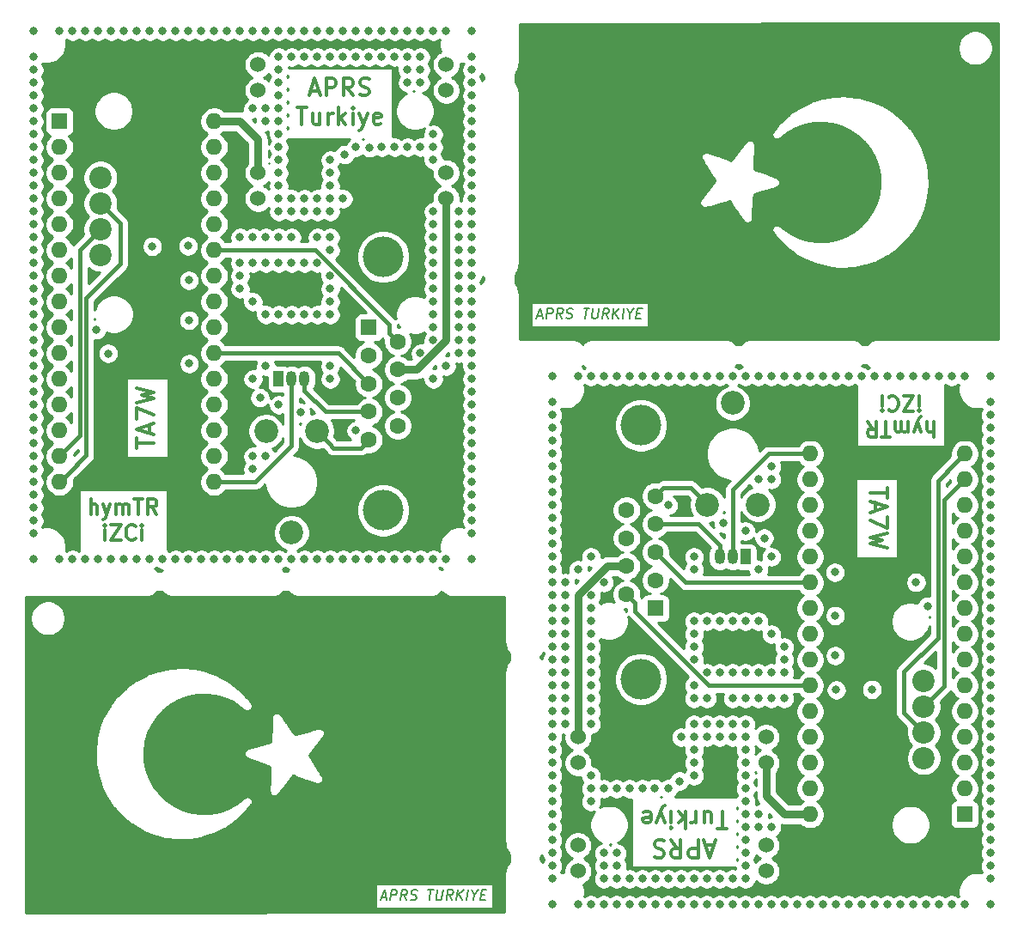
<source format=gbr>
G04 #@! TF.GenerationSoftware,KiCad,Pcbnew,5.1.5-52549c5~84~ubuntu19.10.1*
G04 #@! TF.CreationDate,2020-09-03T13:33:18+03:00*
G04 #@! TF.ProjectId,hymTR_dual,68796d54-525f-4647-9561-6c2e6b696361,rev?*
G04 #@! TF.SameCoordinates,Original*
G04 #@! TF.FileFunction,Copper,L1,Top*
G04 #@! TF.FilePolarity,Positive*
%FSLAX46Y46*%
G04 Gerber Fmt 4.6, Leading zero omitted, Abs format (unit mm)*
G04 Created by KiCad (PCBNEW 5.1.5-52549c5~84~ubuntu19.10.1) date 2020-09-03 13:33:18*
%MOMM*%
%LPD*%
G04 APERTURE LIST*
%ADD10C,0.150000*%
%ADD11C,0.300000*%
%ADD12C,2.340000*%
%ADD13C,4.000000*%
%ADD14C,1.600000*%
%ADD15R,1.600000X1.600000*%
%ADD16C,2.200000*%
%ADD17C,1.524000*%
%ADD18R,1.050000X1.500000*%
%ADD19O,1.050000X1.500000*%
%ADD20O,1.600000X1.600000*%
%ADD21C,0.800000*%
%ADD22C,0.400000*%
%ADD23C,0.800000*%
%ADD24C,0.254000*%
G04 APERTURE END LIST*
D10*
X102766681Y-82196666D02*
X103242872Y-82196666D01*
X102635729Y-82482380D02*
X103094062Y-81482380D01*
X103302395Y-82482380D01*
X103635729Y-82482380D02*
X103760729Y-81482380D01*
X104141681Y-81482380D01*
X104230967Y-81530000D01*
X104272633Y-81577619D01*
X104308348Y-81672857D01*
X104290491Y-81815714D01*
X104230967Y-81910952D01*
X104177395Y-81958571D01*
X104076205Y-82006190D01*
X103695252Y-82006190D01*
X105207157Y-82482380D02*
X104933348Y-82006190D01*
X104635729Y-82482380D02*
X104760729Y-81482380D01*
X105141681Y-81482380D01*
X105230967Y-81530000D01*
X105272633Y-81577619D01*
X105308348Y-81672857D01*
X105290491Y-81815714D01*
X105230967Y-81910952D01*
X105177395Y-81958571D01*
X105076205Y-82006190D01*
X104695252Y-82006190D01*
X105594062Y-82434761D02*
X105730967Y-82482380D01*
X105969062Y-82482380D01*
X106070252Y-82434761D01*
X106123824Y-82387142D01*
X106183348Y-82291904D01*
X106195252Y-82196666D01*
X106159538Y-82101428D01*
X106117872Y-82053809D01*
X106028586Y-82006190D01*
X105844062Y-81958571D01*
X105754776Y-81910952D01*
X105713110Y-81863333D01*
X105677395Y-81768095D01*
X105689300Y-81672857D01*
X105748824Y-81577619D01*
X105802395Y-81530000D01*
X105903586Y-81482380D01*
X106141681Y-81482380D01*
X106278586Y-81530000D01*
X107332157Y-81482380D02*
X107903586Y-81482380D01*
X107492872Y-82482380D02*
X107617872Y-81482380D01*
X108236919Y-81482380D02*
X108135729Y-82291904D01*
X108171443Y-82387142D01*
X108213110Y-82434761D01*
X108302395Y-82482380D01*
X108492872Y-82482380D01*
X108594062Y-82434761D01*
X108647633Y-82387142D01*
X108707157Y-82291904D01*
X108808348Y-81482380D01*
X109730967Y-82482380D02*
X109457157Y-82006190D01*
X109159538Y-82482380D02*
X109284538Y-81482380D01*
X109665491Y-81482380D01*
X109754776Y-81530000D01*
X109796443Y-81577619D01*
X109832157Y-81672857D01*
X109814300Y-81815714D01*
X109754776Y-81910952D01*
X109701205Y-81958571D01*
X109600014Y-82006190D01*
X109219062Y-82006190D01*
X110159538Y-82482380D02*
X110284538Y-81482380D01*
X110730967Y-82482380D02*
X110373824Y-81910952D01*
X110855967Y-81482380D02*
X110213110Y-82053809D01*
X111159538Y-82482380D02*
X111284538Y-81482380D01*
X111885729Y-82006190D02*
X111826205Y-82482380D01*
X111617872Y-81482380D02*
X111885729Y-82006190D01*
X112284538Y-81482380D01*
X112558348Y-81958571D02*
X112891681Y-81958571D01*
X112969062Y-82482380D02*
X112492872Y-82482380D01*
X112617872Y-81482380D01*
X113094062Y-81482380D01*
X87406681Y-139516666D02*
X87882872Y-139516666D01*
X87275729Y-139802380D02*
X87734062Y-138802380D01*
X87942395Y-139802380D01*
X88275729Y-139802380D02*
X88400729Y-138802380D01*
X88781681Y-138802380D01*
X88870967Y-138850000D01*
X88912633Y-138897619D01*
X88948348Y-138992857D01*
X88930491Y-139135714D01*
X88870967Y-139230952D01*
X88817395Y-139278571D01*
X88716205Y-139326190D01*
X88335252Y-139326190D01*
X89847157Y-139802380D02*
X89573348Y-139326190D01*
X89275729Y-139802380D02*
X89400729Y-138802380D01*
X89781681Y-138802380D01*
X89870967Y-138850000D01*
X89912633Y-138897619D01*
X89948348Y-138992857D01*
X89930491Y-139135714D01*
X89870967Y-139230952D01*
X89817395Y-139278571D01*
X89716205Y-139326190D01*
X89335252Y-139326190D01*
X90234062Y-139754761D02*
X90370967Y-139802380D01*
X90609062Y-139802380D01*
X90710252Y-139754761D01*
X90763824Y-139707142D01*
X90823348Y-139611904D01*
X90835252Y-139516666D01*
X90799538Y-139421428D01*
X90757872Y-139373809D01*
X90668586Y-139326190D01*
X90484062Y-139278571D01*
X90394776Y-139230952D01*
X90353110Y-139183333D01*
X90317395Y-139088095D01*
X90329300Y-138992857D01*
X90388824Y-138897619D01*
X90442395Y-138850000D01*
X90543586Y-138802380D01*
X90781681Y-138802380D01*
X90918586Y-138850000D01*
X91972157Y-138802380D02*
X92543586Y-138802380D01*
X92132872Y-139802380D02*
X92257872Y-138802380D01*
X92876919Y-138802380D02*
X92775729Y-139611904D01*
X92811443Y-139707142D01*
X92853110Y-139754761D01*
X92942395Y-139802380D01*
X93132872Y-139802380D01*
X93234062Y-139754761D01*
X93287633Y-139707142D01*
X93347157Y-139611904D01*
X93448348Y-138802380D01*
X94370967Y-139802380D02*
X94097157Y-139326190D01*
X93799538Y-139802380D02*
X93924538Y-138802380D01*
X94305491Y-138802380D01*
X94394776Y-138850000D01*
X94436443Y-138897619D01*
X94472157Y-138992857D01*
X94454300Y-139135714D01*
X94394776Y-139230952D01*
X94341205Y-139278571D01*
X94240014Y-139326190D01*
X93859062Y-139326190D01*
X94799538Y-139802380D02*
X94924538Y-138802380D01*
X95370967Y-139802380D02*
X95013824Y-139230952D01*
X95495967Y-138802380D02*
X94853110Y-139373809D01*
X95799538Y-139802380D02*
X95924538Y-138802380D01*
X96525729Y-139326190D02*
X96466205Y-139802380D01*
X96257872Y-138802380D02*
X96525729Y-139326190D01*
X96924538Y-138802380D01*
X97198348Y-139278571D02*
X97531681Y-139278571D01*
X97609062Y-139802380D02*
X97132872Y-139802380D01*
X97257872Y-138802380D01*
X97734062Y-138802380D01*
D11*
X137260952Y-99174761D02*
X137260952Y-100146190D01*
X135560952Y-99660476D02*
X137260952Y-99660476D01*
X136046666Y-100631904D02*
X136046666Y-101441428D01*
X135560952Y-100470000D02*
X137260952Y-101036666D01*
X135560952Y-101603333D01*
X137260952Y-102008095D02*
X137260952Y-103141428D01*
X135560952Y-102412857D01*
X137260952Y-103627142D02*
X135560952Y-104031904D01*
X136775238Y-104355714D01*
X135560952Y-104679523D01*
X137260952Y-105084285D01*
X141794285Y-92646428D02*
X141794285Y-94146428D01*
X141151428Y-92646428D02*
X141151428Y-93432142D01*
X141222857Y-93575000D01*
X141365714Y-93646428D01*
X141580000Y-93646428D01*
X141722857Y-93575000D01*
X141794285Y-93503571D01*
X140580000Y-93646428D02*
X140222857Y-92646428D01*
X139865714Y-93646428D02*
X140222857Y-92646428D01*
X140365714Y-92289285D01*
X140437142Y-92217857D01*
X140580000Y-92146428D01*
X139294285Y-92646428D02*
X139294285Y-93646428D01*
X139294285Y-93503571D02*
X139222857Y-93575000D01*
X139080000Y-93646428D01*
X138865714Y-93646428D01*
X138722857Y-93575000D01*
X138651428Y-93432142D01*
X138651428Y-92646428D01*
X138651428Y-93432142D02*
X138580000Y-93575000D01*
X138437142Y-93646428D01*
X138222857Y-93646428D01*
X138080000Y-93575000D01*
X138008571Y-93432142D01*
X138008571Y-92646428D01*
X137508571Y-94146428D02*
X136651428Y-94146428D01*
X137080000Y-92646428D02*
X137080000Y-94146428D01*
X135294285Y-92646428D02*
X135794285Y-93360714D01*
X136151428Y-92646428D02*
X136151428Y-94146428D01*
X135580000Y-94146428D01*
X135437142Y-94075000D01*
X135365714Y-94003571D01*
X135294285Y-93860714D01*
X135294285Y-93646428D01*
X135365714Y-93503571D01*
X135437142Y-93432142D01*
X135580000Y-93360714D01*
X136151428Y-93360714D01*
X140401428Y-90096428D02*
X140401428Y-91096428D01*
X140401428Y-91596428D02*
X140472857Y-91525000D01*
X140401428Y-91453571D01*
X140330000Y-91525000D01*
X140401428Y-91596428D01*
X140401428Y-91453571D01*
X139830000Y-91596428D02*
X138830000Y-91596428D01*
X139830000Y-90096428D01*
X138830000Y-90096428D01*
X137401428Y-90239285D02*
X137472857Y-90167857D01*
X137687142Y-90096428D01*
X137830000Y-90096428D01*
X138044285Y-90167857D01*
X138187142Y-90310714D01*
X138258571Y-90453571D01*
X138330000Y-90739285D01*
X138330000Y-90953571D01*
X138258571Y-91239285D01*
X138187142Y-91382142D01*
X138044285Y-91525000D01*
X137830000Y-91596428D01*
X137687142Y-91596428D01*
X137472857Y-91525000D01*
X137401428Y-91453571D01*
X136758571Y-90096428D02*
X136758571Y-91096428D01*
X136758571Y-91596428D02*
X136830000Y-91525000D01*
X136758571Y-91453571D01*
X136687142Y-91525000D01*
X136758571Y-91596428D01*
X136758571Y-91453571D01*
X120134285Y-134391666D02*
X119324761Y-134391666D01*
X120296190Y-133905952D02*
X119729523Y-135605952D01*
X119162857Y-133905952D01*
X118596190Y-133905952D02*
X118596190Y-135605952D01*
X117948571Y-135605952D01*
X117786666Y-135525000D01*
X117705714Y-135444047D01*
X117624761Y-135282142D01*
X117624761Y-135039285D01*
X117705714Y-134877380D01*
X117786666Y-134796428D01*
X117948571Y-134715476D01*
X118596190Y-134715476D01*
X115924761Y-133905952D02*
X116491428Y-134715476D01*
X116896190Y-133905952D02*
X116896190Y-135605952D01*
X116248571Y-135605952D01*
X116086666Y-135525000D01*
X116005714Y-135444047D01*
X115924761Y-135282142D01*
X115924761Y-135039285D01*
X116005714Y-134877380D01*
X116086666Y-134796428D01*
X116248571Y-134715476D01*
X116896190Y-134715476D01*
X115277142Y-133986904D02*
X115034285Y-133905952D01*
X114629523Y-133905952D01*
X114467619Y-133986904D01*
X114386666Y-134067857D01*
X114305714Y-134229761D01*
X114305714Y-134391666D01*
X114386666Y-134553571D01*
X114467619Y-134634523D01*
X114629523Y-134715476D01*
X114953333Y-134796428D01*
X115115238Y-134877380D01*
X115196190Y-134958333D01*
X115277142Y-135120238D01*
X115277142Y-135282142D01*
X115196190Y-135444047D01*
X115115238Y-135525000D01*
X114953333Y-135605952D01*
X114548571Y-135605952D01*
X114305714Y-135525000D01*
X121470000Y-132755952D02*
X120498571Y-132755952D01*
X120984285Y-131055952D02*
X120984285Y-132755952D01*
X119203333Y-132189285D02*
X119203333Y-131055952D01*
X119931904Y-132189285D02*
X119931904Y-131298809D01*
X119850952Y-131136904D01*
X119689047Y-131055952D01*
X119446190Y-131055952D01*
X119284285Y-131136904D01*
X119203333Y-131217857D01*
X118393809Y-131055952D02*
X118393809Y-132189285D01*
X118393809Y-131865476D02*
X118312857Y-132027380D01*
X118231904Y-132108333D01*
X118070000Y-132189285D01*
X117908095Y-132189285D01*
X117341428Y-131055952D02*
X117341428Y-132755952D01*
X117179523Y-131703571D02*
X116693809Y-131055952D01*
X116693809Y-132189285D02*
X117341428Y-131541666D01*
X115965238Y-131055952D02*
X115965238Y-132189285D01*
X115965238Y-132755952D02*
X116046190Y-132675000D01*
X115965238Y-132594047D01*
X115884285Y-132675000D01*
X115965238Y-132755952D01*
X115965238Y-132594047D01*
X115317619Y-132189285D02*
X114912857Y-131055952D01*
X114508095Y-132189285D02*
X114912857Y-131055952D01*
X115074761Y-130651190D01*
X115155714Y-130570238D01*
X115317619Y-130489285D01*
X113212857Y-131136904D02*
X113374761Y-131055952D01*
X113698571Y-131055952D01*
X113860476Y-131136904D01*
X113941428Y-131298809D01*
X113941428Y-131946428D01*
X113860476Y-132108333D01*
X113698571Y-132189285D01*
X113374761Y-132189285D01*
X113212857Y-132108333D01*
X113131904Y-131946428D01*
X113131904Y-131784523D01*
X113941428Y-131622619D01*
X80405714Y-60008333D02*
X81215238Y-60008333D01*
X80243809Y-60494047D02*
X80810476Y-58794047D01*
X81377142Y-60494047D01*
X81943809Y-60494047D02*
X81943809Y-58794047D01*
X82591428Y-58794047D01*
X82753333Y-58875000D01*
X82834285Y-58955952D01*
X82915238Y-59117857D01*
X82915238Y-59360714D01*
X82834285Y-59522619D01*
X82753333Y-59603571D01*
X82591428Y-59684523D01*
X81943809Y-59684523D01*
X84615238Y-60494047D02*
X84048571Y-59684523D01*
X83643809Y-60494047D02*
X83643809Y-58794047D01*
X84291428Y-58794047D01*
X84453333Y-58875000D01*
X84534285Y-58955952D01*
X84615238Y-59117857D01*
X84615238Y-59360714D01*
X84534285Y-59522619D01*
X84453333Y-59603571D01*
X84291428Y-59684523D01*
X83643809Y-59684523D01*
X85262857Y-60413095D02*
X85505714Y-60494047D01*
X85910476Y-60494047D01*
X86072380Y-60413095D01*
X86153333Y-60332142D01*
X86234285Y-60170238D01*
X86234285Y-60008333D01*
X86153333Y-59846428D01*
X86072380Y-59765476D01*
X85910476Y-59684523D01*
X85586666Y-59603571D01*
X85424761Y-59522619D01*
X85343809Y-59441666D01*
X85262857Y-59279761D01*
X85262857Y-59117857D01*
X85343809Y-58955952D01*
X85424761Y-58875000D01*
X85586666Y-58794047D01*
X85991428Y-58794047D01*
X86234285Y-58875000D01*
X79070000Y-61644047D02*
X80041428Y-61644047D01*
X79555714Y-63344047D02*
X79555714Y-61644047D01*
X81336666Y-62210714D02*
X81336666Y-63344047D01*
X80608095Y-62210714D02*
X80608095Y-63101190D01*
X80689047Y-63263095D01*
X80850952Y-63344047D01*
X81093809Y-63344047D01*
X81255714Y-63263095D01*
X81336666Y-63182142D01*
X82146190Y-63344047D02*
X82146190Y-62210714D01*
X82146190Y-62534523D02*
X82227142Y-62372619D01*
X82308095Y-62291666D01*
X82470000Y-62210714D01*
X82631904Y-62210714D01*
X83198571Y-63344047D02*
X83198571Y-61644047D01*
X83360476Y-62696428D02*
X83846190Y-63344047D01*
X83846190Y-62210714D02*
X83198571Y-62858333D01*
X84574761Y-63344047D02*
X84574761Y-62210714D01*
X84574761Y-61644047D02*
X84493809Y-61725000D01*
X84574761Y-61805952D01*
X84655714Y-61725000D01*
X84574761Y-61644047D01*
X84574761Y-61805952D01*
X85222380Y-62210714D02*
X85627142Y-63344047D01*
X86031904Y-62210714D02*
X85627142Y-63344047D01*
X85465238Y-63748809D01*
X85384285Y-63829761D01*
X85222380Y-63910714D01*
X87327142Y-63263095D02*
X87165238Y-63344047D01*
X86841428Y-63344047D01*
X86679523Y-63263095D01*
X86598571Y-63101190D01*
X86598571Y-62453571D01*
X86679523Y-62291666D01*
X86841428Y-62210714D01*
X87165238Y-62210714D01*
X87327142Y-62291666D01*
X87408095Y-62453571D01*
X87408095Y-62615476D01*
X86598571Y-62777380D01*
X58745714Y-101753571D02*
X58745714Y-100253571D01*
X59388571Y-101753571D02*
X59388571Y-100967857D01*
X59317142Y-100825000D01*
X59174285Y-100753571D01*
X58960000Y-100753571D01*
X58817142Y-100825000D01*
X58745714Y-100896428D01*
X59960000Y-100753571D02*
X60317142Y-101753571D01*
X60674285Y-100753571D02*
X60317142Y-101753571D01*
X60174285Y-102110714D01*
X60102857Y-102182142D01*
X59960000Y-102253571D01*
X61245714Y-101753571D02*
X61245714Y-100753571D01*
X61245714Y-100896428D02*
X61317142Y-100825000D01*
X61460000Y-100753571D01*
X61674285Y-100753571D01*
X61817142Y-100825000D01*
X61888571Y-100967857D01*
X61888571Y-101753571D01*
X61888571Y-100967857D02*
X61960000Y-100825000D01*
X62102857Y-100753571D01*
X62317142Y-100753571D01*
X62460000Y-100825000D01*
X62531428Y-100967857D01*
X62531428Y-101753571D01*
X63031428Y-100253571D02*
X63888571Y-100253571D01*
X63460000Y-101753571D02*
X63460000Y-100253571D01*
X65245714Y-101753571D02*
X64745714Y-101039285D01*
X64388571Y-101753571D02*
X64388571Y-100253571D01*
X64960000Y-100253571D01*
X65102857Y-100325000D01*
X65174285Y-100396428D01*
X65245714Y-100539285D01*
X65245714Y-100753571D01*
X65174285Y-100896428D01*
X65102857Y-100967857D01*
X64960000Y-101039285D01*
X64388571Y-101039285D01*
X60138571Y-104303571D02*
X60138571Y-103303571D01*
X60138571Y-102803571D02*
X60067142Y-102875000D01*
X60138571Y-102946428D01*
X60210000Y-102875000D01*
X60138571Y-102803571D01*
X60138571Y-102946428D01*
X60710000Y-102803571D02*
X61710000Y-102803571D01*
X60710000Y-104303571D01*
X61710000Y-104303571D01*
X63138571Y-104160714D02*
X63067142Y-104232142D01*
X62852857Y-104303571D01*
X62710000Y-104303571D01*
X62495714Y-104232142D01*
X62352857Y-104089285D01*
X62281428Y-103946428D01*
X62210000Y-103660714D01*
X62210000Y-103446428D01*
X62281428Y-103160714D01*
X62352857Y-103017857D01*
X62495714Y-102875000D01*
X62710000Y-102803571D01*
X62852857Y-102803571D01*
X63067142Y-102875000D01*
X63138571Y-102946428D01*
X63781428Y-104303571D02*
X63781428Y-103303571D01*
X63781428Y-102803571D02*
X63710000Y-102875000D01*
X63781428Y-102946428D01*
X63852857Y-102875000D01*
X63781428Y-102803571D01*
X63781428Y-102946428D01*
X63279047Y-95225238D02*
X63279047Y-94253809D01*
X64979047Y-94739523D02*
X63279047Y-94739523D01*
X64493333Y-93768095D02*
X64493333Y-92958571D01*
X64979047Y-93930000D02*
X63279047Y-93363333D01*
X64979047Y-92796666D01*
X63279047Y-92391904D02*
X63279047Y-91258571D01*
X64979047Y-91987142D01*
X63279047Y-90772857D02*
X64979047Y-90368095D01*
X63764761Y-90044285D01*
X64979047Y-89720476D01*
X63279047Y-89315714D01*
D12*
X124510000Y-100810000D03*
X122010000Y-90810000D03*
X119510000Y-100810000D03*
D13*
X112970000Y-118010000D03*
X112970000Y-93010000D03*
D14*
X111550000Y-101355000D03*
X111550000Y-104125000D03*
X111550000Y-106895000D03*
X111550000Y-109665000D03*
X114390000Y-99970000D03*
X114390000Y-102740000D03*
X114390000Y-105510000D03*
X114390000Y-108280000D03*
D15*
X114390000Y-111050000D03*
D16*
X140836000Y-118196000D03*
X140836000Y-120736000D03*
X140836000Y-123276000D03*
X140836000Y-125816000D03*
D17*
X125312000Y-136958000D03*
X125312000Y-134418000D03*
X125312000Y-126290000D03*
X125312000Y-123750000D03*
X106770000Y-136958000D03*
X106770000Y-134418000D03*
X106770000Y-126290000D03*
X106770000Y-123750000D03*
D18*
X123280000Y-105970000D03*
D19*
X120740000Y-105970000D03*
X122010000Y-105970000D03*
D20*
X129630000Y-95810000D03*
X144870000Y-95810000D03*
X129630000Y-131370000D03*
X144870000Y-98350000D03*
X129630000Y-128830000D03*
X144870000Y-100890000D03*
X129630000Y-126290000D03*
X144870000Y-103430000D03*
X129630000Y-123750000D03*
X144870000Y-105970000D03*
X129630000Y-121210000D03*
X144870000Y-108510000D03*
X129630000Y-118670000D03*
X144870000Y-111050000D03*
X129630000Y-116130000D03*
X144870000Y-113590000D03*
X129630000Y-113590000D03*
X144870000Y-116130000D03*
X129630000Y-111050000D03*
X144870000Y-118670000D03*
X129630000Y-108510000D03*
X144870000Y-121210000D03*
X129630000Y-105970000D03*
X144870000Y-123750000D03*
X129630000Y-103430000D03*
X144870000Y-126290000D03*
X129630000Y-100890000D03*
X144870000Y-128830000D03*
X129630000Y-98350000D03*
D15*
X144870000Y-131370000D03*
X86150000Y-83350000D03*
D14*
X86150000Y-86120000D03*
X86150000Y-88890000D03*
X86150000Y-91660000D03*
X86150000Y-94430000D03*
X88990000Y-84735000D03*
X88990000Y-87505000D03*
X88990000Y-90275000D03*
X88990000Y-93045000D03*
D13*
X87570000Y-101390000D03*
X87570000Y-76390000D03*
D16*
X59704000Y-68584000D03*
X59704000Y-71124000D03*
X59704000Y-73664000D03*
X59704000Y-76204000D03*
D19*
X78530000Y-88430000D03*
X79800000Y-88430000D03*
D18*
X77260000Y-88430000D03*
D12*
X81030000Y-93590000D03*
X78530000Y-103590000D03*
X76030000Y-93590000D03*
D15*
X55670000Y-63030000D03*
D20*
X70910000Y-96050000D03*
X55670000Y-65570000D03*
X70910000Y-93510000D03*
X55670000Y-68110000D03*
X70910000Y-90970000D03*
X55670000Y-70650000D03*
X70910000Y-88430000D03*
X55670000Y-73190000D03*
X70910000Y-85890000D03*
X55670000Y-75730000D03*
X70910000Y-83350000D03*
X55670000Y-78270000D03*
X70910000Y-80810000D03*
X55670000Y-80810000D03*
X70910000Y-78270000D03*
X55670000Y-83350000D03*
X70910000Y-75730000D03*
X55670000Y-85890000D03*
X70910000Y-73190000D03*
X55670000Y-88430000D03*
X70910000Y-70650000D03*
X55670000Y-90970000D03*
X70910000Y-68110000D03*
X55670000Y-93510000D03*
X70910000Y-65570000D03*
X55670000Y-96050000D03*
X70910000Y-63030000D03*
X55670000Y-98590000D03*
X70910000Y-98590000D03*
D17*
X93770000Y-70650000D03*
X93770000Y-68110000D03*
X93770000Y-59982000D03*
X93770000Y-57442000D03*
X75228000Y-70650000D03*
X75228000Y-68110000D03*
X75228000Y-59982000D03*
X75228000Y-57442000D03*
D21*
X53130000Y-54140000D03*
X96310000Y-54140000D03*
X96310000Y-106210000D03*
X53130000Y-106210000D03*
X53130000Y-56680000D03*
X96310000Y-103670000D03*
X93770000Y-106210000D03*
X55670000Y-106210000D03*
X53130000Y-103670000D03*
X55670000Y-54140000D03*
X82340000Y-74460000D03*
X73450000Y-78270000D03*
X73450000Y-79540000D03*
X74720000Y-80810000D03*
X75990000Y-82080000D03*
X78530000Y-82080000D03*
X96310000Y-102400000D03*
X96310000Y-101130000D03*
X92500000Y-106210000D03*
X91230000Y-106210000D03*
X89960000Y-106210000D03*
X91230000Y-54140000D03*
X92500000Y-54140000D03*
X92500000Y-71920000D03*
X92500000Y-73190000D03*
X92500000Y-74460000D03*
X92500000Y-77000000D03*
X96310000Y-87160000D03*
X96310000Y-88430000D03*
X96310000Y-89700000D03*
X96310000Y-90970000D03*
X96310000Y-92240000D03*
X88690000Y-106210000D03*
X87420000Y-106210000D03*
X86150000Y-106210000D03*
X83610000Y-106210000D03*
X83610000Y-106210000D03*
X84880000Y-106210000D03*
X53130000Y-98590000D03*
X53130000Y-99860000D03*
X53130000Y-97320000D03*
X53130000Y-96050000D03*
X53130000Y-93510000D03*
X53130000Y-94780000D03*
X53130000Y-64300000D03*
X53130000Y-63030000D03*
X53130000Y-61760000D03*
X53130000Y-60490000D03*
X53130000Y-59220000D03*
X53130000Y-57950000D03*
X56940000Y-54140000D03*
X87420000Y-65570000D03*
X88690000Y-65570000D03*
X89960000Y-65570000D03*
X91230000Y-65570000D03*
X82340000Y-56680000D03*
X68450000Y-86910000D03*
X68420000Y-82630000D03*
X53130000Y-92240000D03*
X53130000Y-85890000D03*
X53130000Y-84620000D03*
X53130000Y-83350000D03*
X53130000Y-82080000D03*
X53130000Y-80810000D03*
X77260000Y-77000000D03*
X74720000Y-77000000D03*
X73450000Y-74460000D03*
X74720000Y-74460000D03*
X75990000Y-74460000D03*
X77260000Y-74460000D03*
X78530000Y-74460000D03*
X92500000Y-80810000D03*
X92500000Y-82080000D03*
X92500000Y-83350000D03*
X92500000Y-84620000D03*
X91230000Y-85890000D03*
X95040000Y-71920000D03*
X81070000Y-71920000D03*
X81070000Y-70650000D03*
X79800000Y-70650000D03*
X79800000Y-71920000D03*
X78530000Y-71920000D03*
X78530000Y-70650000D03*
X77260000Y-70650000D03*
X68370000Y-54140000D03*
X69640000Y-54140000D03*
X70910000Y-54140000D03*
X72180000Y-54140000D03*
X96310000Y-57950000D03*
X96310000Y-59220000D03*
X96310000Y-60490000D03*
X96310000Y-61760000D03*
X96310000Y-63030000D03*
X96310000Y-80810000D03*
X96310000Y-82080000D03*
X96310000Y-83350000D03*
X96310000Y-84620000D03*
X96310000Y-85890000D03*
X53130000Y-71920000D03*
X53130000Y-70650000D03*
X53130000Y-69380000D03*
X53130000Y-68110000D03*
X53130000Y-66840000D03*
X53130000Y-65570000D03*
X95040000Y-83350000D03*
X95040000Y-82080000D03*
X95040000Y-84620000D03*
X95040000Y-85890000D03*
X93770000Y-87160000D03*
X92500000Y-88430000D03*
X95040000Y-73190000D03*
X95040000Y-74460000D03*
X95040000Y-75730000D03*
X95040000Y-77000000D03*
X95040000Y-78270000D03*
X95040000Y-79540000D03*
X95040000Y-80810000D03*
X96310000Y-68110000D03*
X96310000Y-69380000D03*
X96310000Y-70650000D03*
X96310000Y-71920000D03*
X68420000Y-78700000D03*
X68330000Y-75320000D03*
X64810000Y-75360000D03*
X60460000Y-85910000D03*
X59300000Y-83580000D03*
X83610000Y-56680000D03*
X81070000Y-56680000D03*
X81070000Y-56680000D03*
X79800000Y-56680000D03*
X78530000Y-56680000D03*
X92500000Y-64300000D03*
X92500000Y-65570000D03*
X96310000Y-73190000D03*
X96310000Y-74460000D03*
X96310000Y-75730000D03*
X96310000Y-77000000D03*
X96310000Y-78270000D03*
X96310000Y-79540000D03*
X75990000Y-87160000D03*
X74720000Y-88430000D03*
X77260000Y-90970000D03*
X82340000Y-88430000D03*
X82340000Y-87160000D03*
X75990000Y-96050000D03*
X96310000Y-56680000D03*
X58210000Y-54140000D03*
X59480000Y-54140000D03*
X60750000Y-54140000D03*
X62020000Y-54140000D03*
X63290000Y-54140000D03*
X64560000Y-54140000D03*
X65830000Y-54140000D03*
X67100000Y-54140000D03*
X89960000Y-57950000D03*
X89960000Y-56680000D03*
X88690000Y-56680000D03*
X87420000Y-56680000D03*
X86150000Y-56680000D03*
X84880000Y-56680000D03*
X77260000Y-71920000D03*
X77260000Y-65570000D03*
X77260000Y-66840000D03*
X77260000Y-69380000D03*
X77260000Y-68110000D03*
X83770000Y-66320000D03*
X84880000Y-65570000D03*
X86230000Y-65610000D03*
X92500000Y-75730000D03*
X92500000Y-78270000D03*
X92500000Y-79540000D03*
X96310000Y-64300000D03*
X96310000Y-65570000D03*
X96310000Y-66840000D03*
X77260000Y-82080000D03*
X79800000Y-82080000D03*
X81070000Y-82080000D03*
X81070000Y-77000000D03*
X79800000Y-77000000D03*
X78530000Y-77000000D03*
X75990000Y-77000000D03*
X53130000Y-90970000D03*
X82340000Y-106210000D03*
X81070000Y-106210000D03*
X79800000Y-106210000D03*
X78530000Y-106210000D03*
X77260000Y-106210000D03*
X75990000Y-106210000D03*
X75990000Y-61760000D03*
X74720000Y-61760000D03*
X75990000Y-63030000D03*
X77260000Y-63030000D03*
X77260000Y-64300000D03*
X91230000Y-56680000D03*
X91230000Y-57950000D03*
X91230000Y-59220000D03*
X89960000Y-59220000D03*
X93770000Y-54140000D03*
X73450000Y-77000000D03*
X82340000Y-82080000D03*
X81070000Y-74460000D03*
X81070000Y-74460000D03*
X77260000Y-56680000D03*
X77260000Y-57950000D03*
X77260000Y-59220000D03*
X77260000Y-60490000D03*
X77260000Y-61760000D03*
X96310000Y-93510000D03*
X96310000Y-94780000D03*
X96310000Y-96050000D03*
X96310000Y-97320000D03*
X96310000Y-98590000D03*
X96310000Y-99860000D03*
X74720000Y-97320000D03*
X74720000Y-96050000D03*
X84880000Y-93510000D03*
X82340000Y-80810000D03*
X82340000Y-79540000D03*
X82340000Y-78270000D03*
X82340000Y-75730000D03*
X53130000Y-79540000D03*
X53130000Y-78270000D03*
X53130000Y-77000000D03*
X53130000Y-75730000D03*
X53130000Y-74460000D03*
X53130000Y-73190000D03*
X92500000Y-66840000D03*
X82340000Y-66840000D03*
X82340000Y-68110000D03*
X82340000Y-69380000D03*
X82340000Y-70650000D03*
X83610000Y-70650000D03*
X82340000Y-71920000D03*
X81070000Y-54140000D03*
X82340000Y-54140000D03*
X83610000Y-54140000D03*
X84880000Y-54140000D03*
X86150000Y-54140000D03*
X87420000Y-54140000D03*
X88690000Y-54140000D03*
X89960000Y-54140000D03*
X53130000Y-89700000D03*
X53130000Y-88430000D03*
X53130000Y-87160000D03*
X74720000Y-106210000D03*
X73450000Y-106210000D03*
X72180000Y-106210000D03*
X70910000Y-106210000D03*
X68370000Y-106210000D03*
X69640000Y-106210000D03*
X67100000Y-106210000D03*
X65830000Y-106210000D03*
X64560000Y-106210000D03*
X63290000Y-106210000D03*
X62020000Y-106210000D03*
X60750000Y-106210000D03*
X59480000Y-106210000D03*
X58210000Y-106210000D03*
X56940000Y-106210000D03*
X53130000Y-102400000D03*
X53130000Y-101130000D03*
X73450000Y-54140000D03*
X74720000Y-54140000D03*
X75990000Y-54140000D03*
X77260000Y-54140000D03*
X78530000Y-54140000D03*
X79800000Y-54140000D03*
X79430000Y-91730000D03*
X75415000Y-90275000D03*
X108040000Y-112320000D03*
X147410000Y-109780000D03*
X122010000Y-119940000D03*
X147410000Y-140260000D03*
X111850000Y-88190000D03*
X125125000Y-104125000D03*
X123280000Y-119940000D03*
X104230000Y-99620000D03*
X147410000Y-132640000D03*
X134710000Y-88190000D03*
X135980000Y-88190000D03*
X147410000Y-136450000D03*
X132120000Y-111770000D03*
X104230000Y-102160000D03*
X119470000Y-122480000D03*
X106770000Y-88190000D03*
X147410000Y-112320000D03*
X147410000Y-108510000D03*
X108040000Y-113590000D03*
X104230000Y-97080000D03*
X143600000Y-140260000D03*
X141060000Y-88190000D03*
X142330000Y-88190000D03*
X143600000Y-88190000D03*
X128360000Y-88190000D03*
X129630000Y-88190000D03*
X144870000Y-88190000D03*
X118200000Y-137720000D03*
X113120000Y-128830000D03*
X147410000Y-98350000D03*
X147410000Y-113590000D03*
X147410000Y-94540000D03*
X144870000Y-140260000D03*
X147410000Y-133910000D03*
X110580000Y-128830000D03*
X104230000Y-140260000D03*
X125820000Y-88190000D03*
X104230000Y-98350000D03*
X116930000Y-88190000D03*
X124550000Y-119940000D03*
X120740000Y-123750000D03*
X104230000Y-90730000D03*
X147410000Y-131370000D03*
X118200000Y-122480000D03*
X147410000Y-117400000D03*
X111850000Y-140260000D03*
X116930000Y-140260000D03*
X118200000Y-116130000D03*
X147410000Y-107240000D03*
X118200000Y-118670000D03*
X118200000Y-123750000D03*
X147410000Y-119940000D03*
X147410000Y-104700000D03*
X110580000Y-140260000D03*
X119470000Y-140260000D03*
X127090000Y-88190000D03*
X118200000Y-127560000D03*
X116930000Y-123750000D03*
X110580000Y-135180000D03*
X124550000Y-131370000D03*
X108040000Y-122480000D03*
X106770000Y-140260000D03*
X122010000Y-88190000D03*
X124550000Y-88190000D03*
X123280000Y-136450000D03*
X123280000Y-133910000D03*
X123280000Y-88190000D03*
X127090000Y-117400000D03*
X123280000Y-137720000D03*
X104230000Y-100890000D03*
X125820000Y-132640000D03*
X124550000Y-132640000D03*
X109310000Y-135180000D03*
X123280000Y-132640000D03*
X119470000Y-119940000D03*
X108040000Y-121210000D03*
X109310000Y-137720000D03*
X123280000Y-130100000D03*
X123280000Y-131370000D03*
X108040000Y-127560000D03*
X113120000Y-140260000D03*
X118200000Y-140260000D03*
X118200000Y-114860000D03*
X147410000Y-116130000D03*
X115660000Y-140260000D03*
X116930000Y-88190000D03*
X138520000Y-140260000D03*
X137250000Y-140260000D03*
X120740000Y-122480000D03*
X123280000Y-127560000D03*
X123280000Y-125020000D03*
X111850000Y-137720000D03*
X113120000Y-137720000D03*
X110580000Y-136450000D03*
X110580000Y-137720000D03*
X133440000Y-140260000D03*
X135980000Y-140260000D03*
X134710000Y-140260000D03*
X141060000Y-140260000D03*
X139790000Y-140260000D03*
X104230000Y-137720000D03*
X142330000Y-140260000D03*
X124550000Y-98350000D03*
X118200000Y-105970000D03*
X118200000Y-107240000D03*
X125820000Y-105970000D03*
X123280000Y-103430000D03*
X124550000Y-107240000D03*
X122010000Y-117400000D03*
X124550000Y-117400000D03*
X104230000Y-116130000D03*
X104230000Y-114860000D03*
X104230000Y-118670000D03*
X104230000Y-117400000D03*
X104230000Y-121210000D03*
X104230000Y-119940000D03*
X108040000Y-130100000D03*
X108040000Y-128830000D03*
X120740000Y-137720000D03*
X122010000Y-137720000D03*
X119470000Y-137720000D03*
X119470000Y-137720000D03*
X141240000Y-110820000D03*
X116930000Y-137720000D03*
X135730000Y-119040000D03*
X140080000Y-108490000D03*
X132120000Y-115700000D03*
X132210000Y-119080000D03*
X104230000Y-123750000D03*
X104230000Y-122480000D03*
X104230000Y-126290000D03*
X104230000Y-125020000D03*
X105500000Y-114860000D03*
X105500000Y-113590000D03*
X105500000Y-117400000D03*
X105500000Y-116130000D03*
X105500000Y-119940000D03*
X105500000Y-118670000D03*
X108040000Y-105970000D03*
X105500000Y-121210000D03*
X105500000Y-108510000D03*
X106770000Y-107240000D03*
X105500000Y-112320000D03*
X105500000Y-109780000D03*
X123280000Y-122480000D03*
X123280000Y-128830000D03*
X147410000Y-128830000D03*
X105500000Y-111050000D03*
X147410000Y-126290000D03*
X147410000Y-127560000D03*
X147410000Y-123750000D03*
X147410000Y-125020000D03*
X104230000Y-108510000D03*
X147410000Y-122480000D03*
X104230000Y-111050000D03*
X104230000Y-109780000D03*
X104230000Y-113590000D03*
X104230000Y-112320000D03*
X104230000Y-132640000D03*
X104230000Y-131370000D03*
X104230000Y-135180000D03*
X104230000Y-133910000D03*
X128360000Y-140260000D03*
X104230000Y-136450000D03*
X130900000Y-140260000D03*
X129630000Y-140260000D03*
X123280000Y-123750000D03*
X132170000Y-140260000D03*
X122010000Y-122480000D03*
X122010000Y-123750000D03*
X114390000Y-137720000D03*
X115660000Y-137720000D03*
X147410000Y-103430000D03*
X118200000Y-88190000D03*
X119470000Y-117400000D03*
X120740000Y-117400000D03*
X120740000Y-112320000D03*
X119470000Y-112320000D03*
X108040000Y-114860000D03*
X104230000Y-130100000D03*
X108040000Y-118670000D03*
X108040000Y-116130000D03*
X115660000Y-128830000D03*
X114310000Y-128790000D03*
X123280000Y-112320000D03*
X104230000Y-128830000D03*
X104230000Y-127560000D03*
X123280000Y-135180000D03*
X109310000Y-136450000D03*
X119470000Y-119940000D03*
X118200000Y-112320000D03*
X122010000Y-140260000D03*
X120740000Y-140260000D03*
X121110000Y-102670000D03*
X108040000Y-111050000D03*
X124550000Y-112320000D03*
X104230000Y-105970000D03*
X104230000Y-93270000D03*
X104230000Y-104700000D03*
X108040000Y-88190000D03*
X122010000Y-112320000D03*
X109310000Y-88190000D03*
X125820000Y-113590000D03*
X127090000Y-116130000D03*
X127090000Y-114860000D03*
X147410000Y-90730000D03*
X108040000Y-117400000D03*
X104230000Y-92000000D03*
X118200000Y-119940000D03*
X109310000Y-140260000D03*
X115660000Y-88190000D03*
X147410000Y-95810000D03*
X110580000Y-88190000D03*
X108040000Y-140260000D03*
X104230000Y-103430000D03*
X119470000Y-88190000D03*
X120740000Y-88190000D03*
X123280000Y-126290000D03*
X116770000Y-128080000D03*
X125820000Y-98350000D03*
X132170000Y-88190000D03*
X132090000Y-107490000D03*
X123280000Y-117400000D03*
X147410000Y-130100000D03*
X125820000Y-117400000D03*
X147410000Y-99620000D03*
X114390000Y-88190000D03*
X109310000Y-128830000D03*
X118200000Y-113590000D03*
X147410000Y-121210000D03*
X114390000Y-140260000D03*
X147410000Y-114860000D03*
X118200000Y-126290000D03*
X108040000Y-119940000D03*
X118200000Y-125020000D03*
X147410000Y-105970000D03*
X147410000Y-118670000D03*
X147410000Y-97080000D03*
X104230000Y-95810000D03*
X115660000Y-100890000D03*
X104230000Y-94540000D03*
X125820000Y-97080000D03*
X109310000Y-108510000D03*
X108040000Y-109780000D03*
X104230000Y-107240000D03*
X147410000Y-92000000D03*
X147410000Y-93270000D03*
X104230000Y-88190000D03*
X147410000Y-88190000D03*
X147410000Y-137720000D03*
X130900000Y-88190000D03*
X119470000Y-123750000D03*
X125820000Y-119940000D03*
X137250000Y-88190000D03*
X138520000Y-88190000D03*
X139790000Y-88190000D03*
X105500000Y-122480000D03*
X113120000Y-88190000D03*
X147410000Y-100890000D03*
X133440000Y-88190000D03*
X127090000Y-140260000D03*
X147410000Y-111050000D03*
X125820000Y-140260000D03*
X124550000Y-140260000D03*
X123280000Y-140260000D03*
X127090000Y-119940000D03*
X147410000Y-102160000D03*
X111850000Y-128830000D03*
X147410000Y-135180000D03*
D22*
X74977998Y-98590000D02*
X72041370Y-98590000D01*
X78530000Y-95037998D02*
X74977998Y-98590000D01*
X78530000Y-88430000D02*
X78530000Y-95037998D01*
X72041370Y-98590000D02*
X70910000Y-98590000D01*
X59704000Y-71124000D02*
X61670000Y-73090000D01*
X58302010Y-95957990D02*
X56469999Y-97790001D01*
X56469999Y-97790001D02*
X55670000Y-98590000D01*
X61670000Y-73090000D02*
X61670000Y-77096000D01*
X61670000Y-77096000D02*
X58302010Y-80463990D01*
X58302010Y-80463990D02*
X58302010Y-95957990D01*
D23*
X75228000Y-64808000D02*
X75228000Y-68110000D01*
X73450000Y-63030000D02*
X75228000Y-64808000D01*
X70910000Y-63030000D02*
X73450000Y-63030000D01*
D22*
X59704000Y-73664000D02*
X57702000Y-75666000D01*
X57702000Y-94018000D02*
X55670000Y-96050000D01*
X57702000Y-75666000D02*
X57702000Y-94018000D01*
X85920000Y-85890000D02*
X86150000Y-86120000D01*
X72041370Y-75730000D02*
X70910000Y-75730000D01*
X80850002Y-75730000D02*
X72041370Y-75730000D01*
X88190001Y-83069999D02*
X80850002Y-75730000D01*
X88190001Y-83935001D02*
X88190001Y-83069999D01*
X88990000Y-84735000D02*
X88190001Y-83935001D01*
X86150000Y-88890000D02*
X83150000Y-85890000D01*
X83150000Y-85890000D02*
X70910000Y-85890000D01*
D23*
X90885000Y-87505000D02*
X88990000Y-87505000D01*
X93770000Y-70650000D02*
X93770000Y-84620000D01*
X93770000Y-84620000D02*
X90885000Y-87505000D01*
D22*
X79800000Y-89580000D02*
X79800000Y-88430000D01*
X81880000Y-91660000D02*
X79800000Y-89580000D01*
X86150000Y-91660000D02*
X81880000Y-91660000D01*
X85350001Y-95229999D02*
X82669999Y-95229999D01*
X86150000Y-94430000D02*
X85350001Y-95229999D01*
X82199999Y-94759999D02*
X81030000Y-93590000D01*
X82669999Y-95229999D02*
X82199999Y-94759999D01*
X144070001Y-96609999D02*
X144870000Y-95810000D01*
X119689998Y-118670000D02*
X128498630Y-118670000D01*
D23*
X125312000Y-129592000D02*
X125312000Y-126290000D01*
D22*
X111550000Y-109665000D02*
X112349999Y-110464999D01*
X114390000Y-105510000D02*
X117390000Y-108510000D01*
X142237990Y-98442010D02*
X144070001Y-96609999D01*
X114390000Y-102740000D02*
X118660000Y-102740000D01*
X118340001Y-99640001D02*
X119510000Y-100810000D01*
X117870001Y-99170001D02*
X118340001Y-99640001D01*
X115189999Y-99170001D02*
X117870001Y-99170001D01*
X112349999Y-110464999D02*
X112349999Y-111330001D01*
X128498630Y-95810000D02*
X129630000Y-95810000D01*
X112349999Y-111330001D02*
X119689998Y-118670000D01*
X114620000Y-108510000D02*
X114390000Y-108280000D01*
X140836000Y-123276000D02*
X138870000Y-121310000D01*
X142838000Y-100382000D02*
X144870000Y-98350000D01*
X114390000Y-99970000D02*
X115189999Y-99170001D01*
D23*
X109655000Y-106895000D02*
X111550000Y-106895000D01*
D22*
X125562002Y-95810000D02*
X128498630Y-95810000D01*
X117390000Y-108510000D02*
X129630000Y-108510000D01*
X138870000Y-117304000D02*
X142237990Y-113936010D01*
X142237990Y-113936010D02*
X142237990Y-98442010D01*
X128498630Y-118670000D02*
X129630000Y-118670000D01*
X140836000Y-120736000D02*
X142838000Y-118734000D01*
X142838000Y-118734000D02*
X142838000Y-100382000D01*
D23*
X127090000Y-131370000D02*
X125312000Y-129592000D01*
X106770000Y-123750000D02*
X106770000Y-109780000D01*
D22*
X122010000Y-99362002D02*
X125562002Y-95810000D01*
X138870000Y-121310000D02*
X138870000Y-117304000D01*
D23*
X106770000Y-109780000D02*
X109655000Y-106895000D01*
D22*
X120740000Y-104820000D02*
X120740000Y-105970000D01*
X118660000Y-102740000D02*
X120740000Y-104820000D01*
X122010000Y-105970000D02*
X122010000Y-99362002D01*
D23*
X129630000Y-131370000D02*
X127090000Y-131370000D01*
D24*
G36*
X65827094Y-109477687D02*
G01*
X65856164Y-109506554D01*
X65884826Y-109535823D01*
X65889689Y-109539846D01*
X66040931Y-109663196D01*
X66075046Y-109685862D01*
X66108856Y-109709012D01*
X66114407Y-109712014D01*
X66286730Y-109803639D01*
X66324630Y-109819260D01*
X66362259Y-109835388D01*
X66368278Y-109837251D01*
X66368288Y-109837255D01*
X66368298Y-109837257D01*
X66555124Y-109893664D01*
X66595337Y-109901626D01*
X66635382Y-109910138D01*
X66641658Y-109910798D01*
X66835892Y-109929843D01*
X66835895Y-109929843D01*
X66857795Y-109932000D01*
X76623205Y-109932000D01*
X76646090Y-109929746D01*
X76659069Y-109929746D01*
X76665346Y-109929086D01*
X76859296Y-109907331D01*
X76899344Y-109898818D01*
X76939556Y-109890856D01*
X76945585Y-109888990D01*
X77131615Y-109829977D01*
X77169314Y-109813819D01*
X77207143Y-109798227D01*
X77212687Y-109795229D01*
X77212697Y-109795225D01*
X77212705Y-109795219D01*
X77383720Y-109701203D01*
X77417514Y-109678064D01*
X77451644Y-109655388D01*
X77456503Y-109651368D01*
X77456508Y-109651365D01*
X77456512Y-109651361D01*
X77606012Y-109525916D01*
X77634692Y-109496630D01*
X77663746Y-109467778D01*
X77667724Y-109462899D01*
X77667734Y-109462889D01*
X77667741Y-109462878D01*
X77730356Y-109385000D01*
X78196417Y-109385000D01*
X78273094Y-109477687D01*
X78302164Y-109506554D01*
X78330826Y-109535823D01*
X78335689Y-109539846D01*
X78486931Y-109663196D01*
X78521046Y-109685862D01*
X78554856Y-109709012D01*
X78560407Y-109712014D01*
X78732730Y-109803639D01*
X78770630Y-109819260D01*
X78808259Y-109835388D01*
X78814278Y-109837251D01*
X78814288Y-109837255D01*
X78814298Y-109837257D01*
X79001124Y-109893664D01*
X79041337Y-109901626D01*
X79081382Y-109910138D01*
X79087658Y-109910798D01*
X79281892Y-109929843D01*
X79281895Y-109929843D01*
X79303795Y-109932000D01*
X92232205Y-109932000D01*
X92255090Y-109929746D01*
X92268069Y-109929746D01*
X92274346Y-109929086D01*
X92468296Y-109907331D01*
X92508344Y-109898818D01*
X92548556Y-109890856D01*
X92554585Y-109888990D01*
X92740615Y-109829977D01*
X92778314Y-109813819D01*
X92816143Y-109798227D01*
X92821687Y-109795229D01*
X92821697Y-109795225D01*
X92821705Y-109795219D01*
X92992720Y-109701203D01*
X93026514Y-109678064D01*
X93060644Y-109655388D01*
X93065503Y-109651368D01*
X93065508Y-109651365D01*
X93065512Y-109651361D01*
X93215012Y-109525916D01*
X93243692Y-109496630D01*
X93272746Y-109467778D01*
X93276724Y-109462899D01*
X93276734Y-109462889D01*
X93276741Y-109462878D01*
X93313533Y-109417118D01*
X93347094Y-109457687D01*
X93376164Y-109486554D01*
X93404826Y-109515823D01*
X93409689Y-109519846D01*
X93560931Y-109643196D01*
X93595046Y-109665862D01*
X93628856Y-109689012D01*
X93634407Y-109692014D01*
X93806730Y-109783639D01*
X93844630Y-109799260D01*
X93882259Y-109815388D01*
X93888278Y-109817251D01*
X93888288Y-109817255D01*
X93888298Y-109817257D01*
X94075124Y-109873664D01*
X94115337Y-109881626D01*
X94155382Y-109890138D01*
X94161658Y-109890798D01*
X94355892Y-109909843D01*
X94355895Y-109909843D01*
X94377795Y-109912000D01*
X99538133Y-109912000D01*
X99539407Y-114258337D01*
X99541266Y-114277158D01*
X99541203Y-114284270D01*
X99541807Y-114290552D01*
X99572395Y-114586997D01*
X99580558Y-114627149D01*
X99588157Y-114667399D01*
X99589969Y-114673444D01*
X99677555Y-114958301D01*
X99693367Y-114996118D01*
X99708633Y-115034109D01*
X99711583Y-115039683D01*
X99711585Y-115039688D01*
X99711588Y-115039692D01*
X99852831Y-115302107D01*
X99875652Y-115336080D01*
X99898042Y-115370437D01*
X99902022Y-115375335D01*
X99969000Y-115456611D01*
X99969000Y-116197111D01*
X99884576Y-116300809D01*
X99861955Y-116334921D01*
X99838819Y-116368773D01*
X99835826Y-116374323D01*
X99835823Y-116374327D01*
X99835823Y-116374328D01*
X99695318Y-116639134D01*
X99679743Y-116677015D01*
X99663633Y-116714692D01*
X99661774Y-116720715D01*
X99661772Y-116720721D01*
X99661772Y-116720723D01*
X99575378Y-117007777D01*
X99567461Y-117047944D01*
X99558973Y-117088048D01*
X99558319Y-117094325D01*
X99529325Y-117392693D01*
X99529325Y-117392698D01*
X99527190Y-117414537D01*
X99539417Y-134070536D01*
X99539761Y-134073998D01*
X99540265Y-134105304D01*
X99542838Y-134127805D01*
X99543258Y-134150462D01*
X99544034Y-134156725D01*
X99582739Y-134452219D01*
X99592000Y-134492134D01*
X99600699Y-134532157D01*
X99602676Y-134538151D01*
X99698038Y-134820498D01*
X99714876Y-134857855D01*
X99731183Y-134895427D01*
X99734287Y-134900922D01*
X99882675Y-135159371D01*
X99906445Y-135192742D01*
X99929742Y-135226435D01*
X99933849Y-135231215D01*
X99933854Y-135231222D01*
X99933860Y-135231227D01*
X99969000Y-135271563D01*
X99969000Y-136040489D01*
X99893986Y-136131585D01*
X99871151Y-136165605D01*
X99847852Y-136199292D01*
X99844824Y-136204829D01*
X99706070Y-136462845D01*
X99690279Y-136500649D01*
X99673964Y-136538225D01*
X99672069Y-136544245D01*
X99586074Y-136824298D01*
X99577930Y-136864436D01*
X99569221Y-136904477D01*
X99568532Y-136910750D01*
X99538570Y-137202172D01*
X99538570Y-137202177D01*
X99536302Y-137224214D01*
X99519975Y-140948748D01*
X52332000Y-141027248D01*
X52332000Y-138165500D01*
X86778476Y-138165500D01*
X86778476Y-140669500D01*
X98401524Y-140669500D01*
X98401524Y-138165500D01*
X86778476Y-138165500D01*
X52332000Y-138165500D01*
X52332000Y-125151346D01*
X59160210Y-125151346D01*
X59160617Y-125167111D01*
X59207672Y-126299164D01*
X59210763Y-126326592D01*
X59212989Y-126354077D01*
X59215613Y-126369627D01*
X59421706Y-127483754D01*
X59428631Y-127510471D01*
X59434708Y-127537371D01*
X59439497Y-127552396D01*
X59800516Y-128626371D01*
X59811133Y-128651840D01*
X59820942Y-128677620D01*
X59827800Y-128691821D01*
X60336541Y-129704213D01*
X60350644Y-129727935D01*
X60363985Y-129752073D01*
X60372776Y-129765165D01*
X61019089Y-130695775D01*
X61036384Y-130717263D01*
X61053003Y-130739292D01*
X61063550Y-130751015D01*
X61834540Y-131581274D01*
X61854701Y-131600120D01*
X61874246Y-131619577D01*
X61886341Y-131629697D01*
X62766623Y-132343041D01*
X62789229Y-132358852D01*
X62811331Y-132375368D01*
X62824731Y-132383683D01*
X63796743Y-132965876D01*
X63821359Y-132978348D01*
X63845558Y-132991580D01*
X63859996Y-132997924D01*
X64904342Y-133437352D01*
X64930468Y-133446231D01*
X64956293Y-133455922D01*
X64971480Y-133460168D01*
X66067323Y-133748063D01*
X66094442Y-133753172D01*
X66121373Y-133759128D01*
X66137004Y-133761192D01*
X66137008Y-133761192D01*
X67262483Y-133891808D01*
X67290055Y-133893046D01*
X67317552Y-133895147D01*
X67333303Y-133894987D01*
X67333321Y-133894988D01*
X67333335Y-133894987D01*
X68465972Y-133865720D01*
X68493422Y-133863063D01*
X68520963Y-133861267D01*
X68536552Y-133858887D01*
X69653780Y-133670319D01*
X69680603Y-133663815D01*
X69707594Y-133658161D01*
X69722692Y-133653609D01*
X70802205Y-133309504D01*
X70827839Y-133299287D01*
X70853769Y-133289885D01*
X70868075Y-133283251D01*
X71888333Y-132790475D01*
X71912274Y-132776747D01*
X71936619Y-132763786D01*
X71949848Y-132755202D01*
X72890494Y-132123586D01*
X72912260Y-132106624D01*
X72934538Y-132090360D01*
X72946426Y-132079998D01*
X73788693Y-131322144D01*
X73807862Y-131302273D01*
X73827615Y-131283044D01*
X73837914Y-131271120D01*
X73837924Y-131271110D01*
X73837930Y-131271101D01*
X74565005Y-130402141D01*
X74582609Y-130377795D01*
X74595958Y-130361040D01*
X74600432Y-130353147D01*
X74606554Y-130344680D01*
X74623879Y-130311777D01*
X74634800Y-130292510D01*
X74636713Y-130287404D01*
X74639593Y-130281936D01*
X74656702Y-130234072D01*
X74662445Y-130218748D01*
X74662799Y-130217013D01*
X74663460Y-130215165D01*
X74677683Y-130145697D01*
X74677816Y-130143501D01*
X74678211Y-130141568D01*
X74678973Y-130124414D01*
X74681974Y-130074917D01*
X74681457Y-130068529D01*
X74681708Y-130062872D01*
X74679212Y-130040816D01*
X74676250Y-130004239D01*
X74673893Y-129993805D01*
X74672851Y-129984599D01*
X74667174Y-129964065D01*
X74660624Y-129935073D01*
X74655262Y-129920978D01*
X74651860Y-129908675D01*
X74644031Y-129891459D01*
X74635409Y-129868798D01*
X74625906Y-129851604D01*
X74619250Y-129836969D01*
X74610485Y-129823704D01*
X74601107Y-129806737D01*
X74586331Y-129787150D01*
X74575823Y-129771247D01*
X74567339Y-129761974D01*
X74558403Y-129750128D01*
X74537108Y-129728930D01*
X74522651Y-129713128D01*
X74515552Y-129707472D01*
X74508148Y-129700102D01*
X74478369Y-129677849D01*
X74461040Y-129664043D01*
X74456295Y-129661354D01*
X74451347Y-129657656D01*
X74406694Y-129633239D01*
X74392510Y-129625200D01*
X74390861Y-129624582D01*
X74389131Y-129623636D01*
X74322742Y-129598722D01*
X74320595Y-129598247D01*
X74318748Y-129597555D01*
X74301920Y-129594117D01*
X74253505Y-129583411D01*
X74247119Y-129582923D01*
X74241568Y-129581789D01*
X74219374Y-129580803D01*
X74182802Y-129578008D01*
X74172133Y-129578704D01*
X74162873Y-129578292D01*
X74141706Y-129580687D01*
X74112042Y-129582621D01*
X74097270Y-129585715D01*
X74084600Y-129587149D01*
X74066384Y-129592185D01*
X74042640Y-129597159D01*
X74024165Y-129603858D01*
X74008676Y-129608140D01*
X73994209Y-129614719D01*
X73975976Y-129621330D01*
X73954325Y-129632857D01*
X73936969Y-129640750D01*
X73926473Y-129647685D01*
X73913386Y-129654653D01*
X73889114Y-129672371D01*
X73871248Y-129684177D01*
X73114215Y-130274682D01*
X72308704Y-130720362D01*
X71443385Y-131034546D01*
X70539570Y-131209496D01*
X69619511Y-131240905D01*
X68705876Y-131128000D01*
X67821142Y-130873557D01*
X66987110Y-130483847D01*
X66224312Y-129968465D01*
X65551522Y-129340094D01*
X64985318Y-128614215D01*
X64539638Y-127808704D01*
X64225454Y-126943385D01*
X64050504Y-126039570D01*
X64027306Y-125360029D01*
X73851406Y-125360029D01*
X73854478Y-125398661D01*
X73857004Y-125437282D01*
X73858013Y-125443166D01*
X73860531Y-125457242D01*
X73871040Y-125494525D01*
X73881043Y-125531999D01*
X73883177Y-125537574D01*
X73888382Y-125550893D01*
X73905931Y-125585416D01*
X73922996Y-125620187D01*
X73926171Y-125625241D01*
X73933863Y-125637296D01*
X73957802Y-125667782D01*
X73981315Y-125698596D01*
X73985412Y-125702937D01*
X73995300Y-125713268D01*
X74022279Y-125736437D01*
X74048593Y-125760389D01*
X74053403Y-125763924D01*
X74138140Y-125825286D01*
X74168865Y-125843247D01*
X74199035Y-125862073D01*
X74204401Y-125864687D01*
X74315715Y-125917933D01*
X74315726Y-125917937D01*
X74334241Y-125926818D01*
X75556945Y-126371858D01*
X76202119Y-126609731D01*
X76414314Y-126689167D01*
X76411347Y-126803964D01*
X76396141Y-127236363D01*
X76372769Y-127726599D01*
X76372624Y-127727622D01*
X76371762Y-127747737D01*
X76370818Y-127767528D01*
X76370869Y-127768544D01*
X76350382Y-128246337D01*
X76349767Y-128251611D01*
X76349485Y-128267265D01*
X76348812Y-128282964D01*
X76349107Y-128288284D01*
X76341783Y-128695028D01*
X76341362Y-128699415D01*
X76341404Y-128716050D01*
X76341106Y-128732620D01*
X76341458Y-128736997D01*
X76342424Y-129116587D01*
X76345667Y-129148678D01*
X76345674Y-129148940D01*
X76345759Y-129149589D01*
X76348770Y-129179379D01*
X76359596Y-129214742D01*
X76365421Y-129240620D01*
X76367333Y-129246274D01*
X76370727Y-129256084D01*
X76386924Y-129291322D01*
X76402578Y-129326679D01*
X76405551Y-129331854D01*
X76410785Y-129340818D01*
X76433492Y-129372209D01*
X76455766Y-129403924D01*
X76459688Y-129408423D01*
X76466563Y-129416199D01*
X76494963Y-129442608D01*
X76495935Y-129443537D01*
X76502354Y-129450874D01*
X76508819Y-129455856D01*
X76522966Y-129469382D01*
X76527688Y-129473034D01*
X76535943Y-129479326D01*
X76537713Y-129480420D01*
X76538301Y-129480962D01*
X76553409Y-129490215D01*
X76568442Y-129501799D01*
X76573525Y-129504929D01*
X76574520Y-129505532D01*
X76591610Y-129513726D01*
X76606918Y-129523186D01*
X76607752Y-129523498D01*
X76609450Y-129524538D01*
X76614839Y-129527106D01*
X76626258Y-129532452D01*
X76643074Y-129538402D01*
X76649752Y-129541604D01*
X76658423Y-129543833D01*
X76662812Y-129545386D01*
X76699123Y-129558808D01*
X76704907Y-129560282D01*
X76717148Y-129563308D01*
X76755531Y-129568898D01*
X76793748Y-129575010D01*
X76799708Y-129575332D01*
X76812303Y-129575923D01*
X76851011Y-129573953D01*
X76889731Y-129572523D01*
X76895640Y-129571681D01*
X76908110Y-129569814D01*
X76945716Y-129560358D01*
X76983415Y-129551433D01*
X76989048Y-129549459D01*
X77000917Y-129545205D01*
X77035924Y-129528643D01*
X77071140Y-129512587D01*
X77076283Y-129509556D01*
X77087101Y-129503079D01*
X77108439Y-129487284D01*
X77136754Y-129469860D01*
X77183019Y-129426934D01*
X77497495Y-129071717D01*
X77502919Y-129066310D01*
X77511381Y-129056032D01*
X77520235Y-129046031D01*
X77524739Y-129039807D01*
X77904702Y-128578304D01*
X77909246Y-128573484D01*
X77918022Y-128562125D01*
X77927169Y-128551015D01*
X77930868Y-128545498D01*
X78454714Y-127867468D01*
X78704193Y-127550049D01*
X78729155Y-127524851D01*
X79033735Y-127660326D01*
X79049879Y-127667794D01*
X79969447Y-127988006D01*
X79971982Y-127989139D01*
X79989236Y-127994897D01*
X80006472Y-128000899D01*
X80009180Y-128001553D01*
X81023275Y-128339981D01*
X81041423Y-128344114D01*
X81041690Y-128344205D01*
X81047511Y-128345525D01*
X81050347Y-128346147D01*
X81084811Y-128353996D01*
X81113308Y-128354782D01*
X81136732Y-128357892D01*
X81142699Y-128358055D01*
X81155306Y-128358311D01*
X81193924Y-128355314D01*
X81232594Y-128352857D01*
X81238479Y-128351858D01*
X81250894Y-128349661D01*
X81288186Y-128339224D01*
X81325672Y-128329294D01*
X81331251Y-128327171D01*
X81343003Y-128322604D01*
X81377582Y-128305109D01*
X81412375Y-128288113D01*
X81417436Y-128284947D01*
X81428077Y-128278185D01*
X81458609Y-128254301D01*
X81489459Y-128230852D01*
X81493808Y-128226764D01*
X81502932Y-128218063D01*
X81528224Y-128188724D01*
X81539591Y-128175904D01*
X81544057Y-128171486D01*
X81545830Y-128168868D01*
X81553932Y-128159731D01*
X81557404Y-128154875D01*
X81564665Y-128144568D01*
X81572040Y-128131567D01*
X81578242Y-128123588D01*
X81583244Y-128113626D01*
X81590843Y-128102405D01*
X81593655Y-128097140D01*
X81595208Y-128094183D01*
X81600160Y-128081993D01*
X81605830Y-128071997D01*
X81609120Y-128062084D01*
X81615677Y-128049025D01*
X81617784Y-128043440D01*
X81621275Y-128033981D01*
X81624189Y-128022842D01*
X81626609Y-128016884D01*
X81629020Y-128004371D01*
X81631081Y-127996494D01*
X81632021Y-127993096D01*
X81632115Y-127992812D01*
X81632128Y-127992708D01*
X81641405Y-127959168D01*
X81642387Y-127953280D01*
X81643975Y-127943323D01*
X81646315Y-127904627D01*
X81649193Y-127866017D01*
X81649013Y-127860051D01*
X81648637Y-127849976D01*
X81643414Y-127811536D01*
X81638729Y-127773068D01*
X81637392Y-127767251D01*
X81635065Y-127757441D01*
X81628417Y-127738073D01*
X81620566Y-127705587D01*
X81594058Y-127648312D01*
X81403537Y-127324370D01*
X81401513Y-127320232D01*
X81392885Y-127306258D01*
X81384580Y-127292137D01*
X81381873Y-127288423D01*
X81169942Y-126945176D01*
X81167386Y-126940277D01*
X81158922Y-126927330D01*
X81150788Y-126914155D01*
X81147435Y-126909756D01*
X80888320Y-126513368D01*
X80888153Y-126513049D01*
X80876739Y-126495652D01*
X80865537Y-126478515D01*
X80865315Y-126478239D01*
X80597345Y-126069794D01*
X80363899Y-125697370D01*
X80267235Y-125536800D01*
X80360388Y-125406691D01*
X80612079Y-125071616D01*
X80914685Y-124689765D01*
X81210210Y-124319235D01*
X81212887Y-124316379D01*
X81223256Y-124302878D01*
X81233936Y-124289487D01*
X81236078Y-124286182D01*
X81473231Y-123977387D01*
X81475395Y-123975008D01*
X81485977Y-123960792D01*
X81496838Y-123946649D01*
X81498547Y-123943903D01*
X81718070Y-123648972D01*
X81750609Y-123594895D01*
X81755923Y-123580122D01*
X81756211Y-123579612D01*
X81757124Y-123576839D01*
X81765509Y-123556494D01*
X81780772Y-123520883D01*
X81782537Y-123515181D01*
X81787558Y-123498551D01*
X81795080Y-123460563D01*
X81803141Y-123422638D01*
X81803765Y-123416701D01*
X81805460Y-123399413D01*
X81805460Y-123369550D01*
X81805689Y-123365428D01*
X81807118Y-123350849D01*
X81806726Y-123346850D01*
X81807122Y-123339743D01*
X81806830Y-123333781D01*
X81806448Y-123326964D01*
X81805459Y-123320581D01*
X81805459Y-123315980D01*
X81802181Y-123299425D01*
X81801883Y-123297504D01*
X81798970Y-123267815D01*
X81797769Y-123261967D01*
X81795289Y-123250304D01*
X81793884Y-123245875D01*
X81793673Y-123244515D01*
X81791955Y-123239796D01*
X81783561Y-123213342D01*
X81772369Y-123176283D01*
X81770056Y-123170780D01*
X81765358Y-123159821D01*
X81746672Y-123125838D01*
X81728473Y-123091624D01*
X81725135Y-123086676D01*
X81718397Y-123076839D01*
X81693479Y-123047153D01*
X81669018Y-123017167D01*
X81664783Y-123012961D01*
X81656262Y-123004619D01*
X81626068Y-122980347D01*
X81596202Y-122955644D01*
X81591230Y-122952341D01*
X81581252Y-122945813D01*
X81546922Y-122927870D01*
X81512839Y-122909445D01*
X81507320Y-122907171D01*
X81507314Y-122907168D01*
X81507309Y-122907166D01*
X81507304Y-122907165D01*
X81496264Y-122902705D01*
X81459106Y-122891772D01*
X81441636Y-122886366D01*
X81435296Y-122883979D01*
X81432331Y-122883487D01*
X81422062Y-122880309D01*
X81416206Y-122879150D01*
X81404493Y-122876917D01*
X81378615Y-122874565D01*
X81352990Y-122870309D01*
X81347032Y-122869952D01*
X81299689Y-122867446D01*
X81273722Y-122868611D01*
X81247743Y-122867857D01*
X81241791Y-122868308D01*
X81119763Y-122878419D01*
X81092136Y-122883458D01*
X81064282Y-122886711D01*
X81058458Y-122888019D01*
X80735545Y-122962929D01*
X80724374Y-122964995D01*
X79992722Y-123176226D01*
X79992685Y-123176233D01*
X79968972Y-123183083D01*
X79952401Y-123187867D01*
X79952377Y-123187877D01*
X78947718Y-123478089D01*
X78848997Y-123495854D01*
X78716187Y-123318059D01*
X78603436Y-123139892D01*
X78601934Y-123137016D01*
X78592195Y-123122129D01*
X78582710Y-123107142D01*
X78580721Y-123104591D01*
X78422114Y-122862161D01*
X78421192Y-122860434D01*
X78410537Y-122844466D01*
X78400181Y-122828637D01*
X78398971Y-122827133D01*
X78227084Y-122569539D01*
X78226002Y-122567561D01*
X78215397Y-122552024D01*
X78205021Y-122536474D01*
X78203600Y-122534741D01*
X78046138Y-122304045D01*
X78044761Y-122301605D01*
X78034249Y-122286627D01*
X78024030Y-122271655D01*
X78022248Y-122269527D01*
X77539414Y-121581548D01*
X77527096Y-121567220D01*
X77505871Y-121542057D01*
X77503356Y-121539606D01*
X77498270Y-121533691D01*
X77493245Y-121529756D01*
X77480563Y-121517401D01*
X77456000Y-121491991D01*
X77451426Y-121488157D01*
X77419326Y-121461629D01*
X77387214Y-121439994D01*
X77355370Y-121417885D01*
X77350138Y-121415012D01*
X77313499Y-121395225D01*
X77277767Y-121380226D01*
X77242252Y-121364732D01*
X77236561Y-121362929D01*
X77196776Y-121350636D01*
X77163444Y-121343812D01*
X77130335Y-121335780D01*
X77124419Y-121334987D01*
X77114133Y-121333681D01*
X77080084Y-121332708D01*
X77046085Y-121330512D01*
X77040121Y-121330752D01*
X77026758Y-121331383D01*
X76988421Y-121336979D01*
X76949977Y-121342045D01*
X76944173Y-121343439D01*
X76931189Y-121346654D01*
X76894670Y-121359591D01*
X76857995Y-121372008D01*
X76852572Y-121374502D01*
X76840459Y-121380177D01*
X76807123Y-121399974D01*
X76773565Y-121419272D01*
X76768729Y-121422772D01*
X76757949Y-121430691D01*
X76729098Y-121456579D01*
X76699895Y-121482060D01*
X76695831Y-121486433D01*
X76686796Y-121496296D01*
X76663521Y-121527301D01*
X76639834Y-121557957D01*
X76636698Y-121563036D01*
X76629750Y-121574467D01*
X76612953Y-121609381D01*
X76595690Y-121644006D01*
X76593599Y-121649597D01*
X76589002Y-121662160D01*
X76581756Y-121690177D01*
X76570480Y-121722926D01*
X76561971Y-121785461D01*
X76541077Y-122348758D01*
X76540823Y-122350765D01*
X76540297Y-122369777D01*
X76539595Y-122388708D01*
X76539718Y-122390719D01*
X76531072Y-122703335D01*
X76513501Y-123088863D01*
X76490975Y-123467961D01*
X76466619Y-123776264D01*
X76429753Y-124178395D01*
X76146838Y-124273117D01*
X75896092Y-124353582D01*
X75580504Y-124448235D01*
X75254841Y-124541276D01*
X74987250Y-124612964D01*
X74984784Y-124613401D01*
X74966905Y-124618415D01*
X74949092Y-124623187D01*
X74946764Y-124624063D01*
X74383415Y-124782045D01*
X74376402Y-124784778D01*
X74373880Y-124785582D01*
X74369482Y-124787475D01*
X74346340Y-124796493D01*
X74334896Y-124800137D01*
X74329429Y-124802533D01*
X74223950Y-124849634D01*
X74190235Y-124868836D01*
X74156353Y-124887511D01*
X74151455Y-124890922D01*
X74057132Y-124957613D01*
X74031090Y-124980142D01*
X74004280Y-125001778D01*
X74000052Y-125005991D01*
X73992072Y-125014056D01*
X73970357Y-125040780D01*
X73947736Y-125066751D01*
X73944307Y-125071637D01*
X73936175Y-125083400D01*
X73917348Y-125117286D01*
X73898062Y-125150887D01*
X73895648Y-125156346D01*
X73889955Y-125169465D01*
X73878091Y-125206298D01*
X73865687Y-125243035D01*
X73864379Y-125248859D01*
X73861343Y-125262833D01*
X73856850Y-125301321D01*
X73851821Y-125339765D01*
X73851669Y-125345733D01*
X73851406Y-125360029D01*
X64027306Y-125360029D01*
X64019095Y-125119512D01*
X64132000Y-124205876D01*
X64386441Y-123321148D01*
X64776155Y-122487107D01*
X65291535Y-121724312D01*
X65919904Y-121051525D01*
X66645785Y-120485318D01*
X67451299Y-120039637D01*
X68316617Y-119725453D01*
X69220432Y-119550504D01*
X70140488Y-119519095D01*
X71054124Y-119632000D01*
X71938852Y-119886441D01*
X72772893Y-120276155D01*
X73544967Y-120797804D01*
X73853977Y-121061724D01*
X73869335Y-121072882D01*
X73888131Y-121088432D01*
X73904771Y-121098629D01*
X73917705Y-121108026D01*
X73931953Y-121115286D01*
X73948591Y-121125481D01*
X73970976Y-121135168D01*
X73987894Y-121143788D01*
X73999937Y-121147701D01*
X74013668Y-121153643D01*
X74042507Y-121161532D01*
X74062810Y-121168129D01*
X74071862Y-121169563D01*
X74082065Y-121172354D01*
X74118715Y-121176984D01*
X74140613Y-121180453D01*
X74146170Y-121180453D01*
X74152415Y-121181242D01*
X74202586Y-121180453D01*
X74219387Y-121180453D01*
X74221239Y-121180160D01*
X74223316Y-121180127D01*
X74293353Y-121169034D01*
X74295338Y-121168423D01*
X74297190Y-121168130D01*
X74313174Y-121162936D01*
X74361127Y-121148184D01*
X74366822Y-121145504D01*
X74372107Y-121143787D01*
X74391862Y-121133722D01*
X74425288Y-121117993D01*
X74434124Y-121112189D01*
X74442294Y-121108026D01*
X74459581Y-121095466D01*
X74484555Y-121079061D01*
X74495774Y-121069170D01*
X74506023Y-121061724D01*
X74519444Y-121048303D01*
X74537745Y-121032169D01*
X74550429Y-121017318D01*
X74561724Y-121006023D01*
X74571115Y-120993098D01*
X74583797Y-120978249D01*
X74596867Y-120957653D01*
X74608026Y-120942295D01*
X74613777Y-120931007D01*
X74621792Y-120918378D01*
X74634089Y-120891144D01*
X74643788Y-120872107D01*
X74646623Y-120863383D01*
X74650972Y-120853750D01*
X74661272Y-120818295D01*
X74668130Y-120797190D01*
X74669000Y-120791696D01*
X74670755Y-120785656D01*
X74677824Y-120735986D01*
X74680453Y-120719387D01*
X74680453Y-120717513D01*
X74680746Y-120715454D01*
X74680746Y-120644545D01*
X74680453Y-120642486D01*
X74680453Y-120640614D01*
X74677827Y-120624033D01*
X74670755Y-120574342D01*
X74668999Y-120568299D01*
X74668130Y-120562810D01*
X74661279Y-120541726D01*
X74650972Y-120506249D01*
X74646619Y-120496607D01*
X74643787Y-120487893D01*
X74634095Y-120468872D01*
X74621791Y-120441621D01*
X74613774Y-120428989D01*
X74608026Y-120417707D01*
X74596869Y-120402350D01*
X74583796Y-120381751D01*
X74574229Y-120369214D01*
X74161762Y-119846004D01*
X74148109Y-119831000D01*
X74135388Y-119815195D01*
X74124477Y-119803809D01*
X73327789Y-118998176D01*
X73307056Y-118979981D01*
X73286899Y-118961138D01*
X73274501Y-118951410D01*
X73274493Y-118951403D01*
X73274486Y-118951398D01*
X72372237Y-118266062D01*
X72349125Y-118250955D01*
X72326536Y-118235156D01*
X72312891Y-118227271D01*
X72312883Y-118227266D01*
X72312877Y-118227263D01*
X71323064Y-117675892D01*
X71298082Y-117664206D01*
X71273465Y-117651733D01*
X71258835Y-117645846D01*
X70201201Y-117239438D01*
X70174810Y-117231385D01*
X70148692Y-117222509D01*
X70133379Y-117218742D01*
X69029033Y-116965411D01*
X69001772Y-116961157D01*
X68974663Y-116956049D01*
X68958972Y-116954477D01*
X67829949Y-116859277D01*
X67802343Y-116858906D01*
X67774802Y-116857670D01*
X67759046Y-116858324D01*
X66627872Y-116923155D01*
X66600500Y-116926676D01*
X66573049Y-116929334D01*
X66557560Y-116932200D01*
X66557542Y-116932202D01*
X66557529Y-116932206D01*
X65446789Y-117155770D01*
X65420206Y-117163107D01*
X65393384Y-117169611D01*
X65378436Y-117174636D01*
X64310264Y-117552479D01*
X64284968Y-117563494D01*
X64259341Y-117573708D01*
X64245258Y-117580785D01*
X64245251Y-117580788D01*
X64245246Y-117580791D01*
X63240974Y-118105369D01*
X63217465Y-118119849D01*
X63193551Y-118133562D01*
X63180598Y-118142557D01*
X62260255Y-118803408D01*
X62239037Y-118821043D01*
X62217278Y-118838000D01*
X62205722Y-118848731D01*
X61387675Y-119632666D01*
X61369156Y-119653111D01*
X61350000Y-119672969D01*
X61340071Y-119685221D01*
X60640643Y-120576600D01*
X60625184Y-120599458D01*
X60609022Y-120621810D01*
X60600924Y-120635330D01*
X60600919Y-120635338D01*
X60600919Y-120635339D01*
X60034065Y-121616375D01*
X60021988Y-121641169D01*
X60009130Y-121665588D01*
X60003014Y-121680124D01*
X59580044Y-122731244D01*
X59571576Y-122757509D01*
X59562292Y-122783481D01*
X59558285Y-122798733D01*
X59287639Y-123898963D01*
X59282954Y-123926168D01*
X59277425Y-123953179D01*
X59275606Y-123968844D01*
X59162683Y-125096231D01*
X59161879Y-125123818D01*
X59160210Y-125151346D01*
X52332000Y-125151346D01*
X52332000Y-111849254D01*
X52776388Y-111849254D01*
X52776388Y-112190746D01*
X52843010Y-112525676D01*
X52973693Y-112841173D01*
X53163416Y-113125113D01*
X53404887Y-113366584D01*
X53688827Y-113556307D01*
X54004324Y-113686990D01*
X54339254Y-113753612D01*
X54680746Y-113753612D01*
X55015676Y-113686990D01*
X55331173Y-113556307D01*
X55615113Y-113366584D01*
X55856584Y-113125113D01*
X56046307Y-112841173D01*
X56176990Y-112525676D01*
X56243612Y-112190746D01*
X56243612Y-111849254D01*
X56176990Y-111514324D01*
X56046307Y-111198827D01*
X55856584Y-110914887D01*
X55615113Y-110673416D01*
X55331173Y-110483693D01*
X55015676Y-110353010D01*
X54680746Y-110286388D01*
X54339254Y-110286388D01*
X54004324Y-110353010D01*
X53688827Y-110483693D01*
X53404887Y-110673416D01*
X53163416Y-110914887D01*
X52973693Y-111198827D01*
X52843010Y-111514324D01*
X52776388Y-111849254D01*
X52332000Y-111849254D01*
X52332000Y-109932000D01*
X64177205Y-109932000D01*
X64200090Y-109929746D01*
X64213069Y-109929746D01*
X64219346Y-109929086D01*
X64413296Y-109907331D01*
X64453344Y-109898818D01*
X64493556Y-109890856D01*
X64499585Y-109888990D01*
X64685615Y-109829977D01*
X64723314Y-109813819D01*
X64761143Y-109798227D01*
X64766687Y-109795229D01*
X64766697Y-109795225D01*
X64766705Y-109795219D01*
X64937720Y-109701203D01*
X64971514Y-109678064D01*
X65005644Y-109655388D01*
X65010503Y-109651368D01*
X65010508Y-109651365D01*
X65010512Y-109651361D01*
X65160012Y-109525916D01*
X65188692Y-109496630D01*
X65217746Y-109467778D01*
X65221724Y-109462899D01*
X65221734Y-109462889D01*
X65221741Y-109462878D01*
X65284356Y-109385000D01*
X65750417Y-109385000D01*
X65827094Y-109477687D01*
G37*
X65827094Y-109477687D02*
X65856164Y-109506554D01*
X65884826Y-109535823D01*
X65889689Y-109539846D01*
X66040931Y-109663196D01*
X66075046Y-109685862D01*
X66108856Y-109709012D01*
X66114407Y-109712014D01*
X66286730Y-109803639D01*
X66324630Y-109819260D01*
X66362259Y-109835388D01*
X66368278Y-109837251D01*
X66368288Y-109837255D01*
X66368298Y-109837257D01*
X66555124Y-109893664D01*
X66595337Y-109901626D01*
X66635382Y-109910138D01*
X66641658Y-109910798D01*
X66835892Y-109929843D01*
X66835895Y-109929843D01*
X66857795Y-109932000D01*
X76623205Y-109932000D01*
X76646090Y-109929746D01*
X76659069Y-109929746D01*
X76665346Y-109929086D01*
X76859296Y-109907331D01*
X76899344Y-109898818D01*
X76939556Y-109890856D01*
X76945585Y-109888990D01*
X77131615Y-109829977D01*
X77169314Y-109813819D01*
X77207143Y-109798227D01*
X77212687Y-109795229D01*
X77212697Y-109795225D01*
X77212705Y-109795219D01*
X77383720Y-109701203D01*
X77417514Y-109678064D01*
X77451644Y-109655388D01*
X77456503Y-109651368D01*
X77456508Y-109651365D01*
X77456512Y-109651361D01*
X77606012Y-109525916D01*
X77634692Y-109496630D01*
X77663746Y-109467778D01*
X77667724Y-109462899D01*
X77667734Y-109462889D01*
X77667741Y-109462878D01*
X77730356Y-109385000D01*
X78196417Y-109385000D01*
X78273094Y-109477687D01*
X78302164Y-109506554D01*
X78330826Y-109535823D01*
X78335689Y-109539846D01*
X78486931Y-109663196D01*
X78521046Y-109685862D01*
X78554856Y-109709012D01*
X78560407Y-109712014D01*
X78732730Y-109803639D01*
X78770630Y-109819260D01*
X78808259Y-109835388D01*
X78814278Y-109837251D01*
X78814288Y-109837255D01*
X78814298Y-109837257D01*
X79001124Y-109893664D01*
X79041337Y-109901626D01*
X79081382Y-109910138D01*
X79087658Y-109910798D01*
X79281892Y-109929843D01*
X79281895Y-109929843D01*
X79303795Y-109932000D01*
X92232205Y-109932000D01*
X92255090Y-109929746D01*
X92268069Y-109929746D01*
X92274346Y-109929086D01*
X92468296Y-109907331D01*
X92508344Y-109898818D01*
X92548556Y-109890856D01*
X92554585Y-109888990D01*
X92740615Y-109829977D01*
X92778314Y-109813819D01*
X92816143Y-109798227D01*
X92821687Y-109795229D01*
X92821697Y-109795225D01*
X92821705Y-109795219D01*
X92992720Y-109701203D01*
X93026514Y-109678064D01*
X93060644Y-109655388D01*
X93065503Y-109651368D01*
X93065508Y-109651365D01*
X93065512Y-109651361D01*
X93215012Y-109525916D01*
X93243692Y-109496630D01*
X93272746Y-109467778D01*
X93276724Y-109462899D01*
X93276734Y-109462889D01*
X93276741Y-109462878D01*
X93313533Y-109417118D01*
X93347094Y-109457687D01*
X93376164Y-109486554D01*
X93404826Y-109515823D01*
X93409689Y-109519846D01*
X93560931Y-109643196D01*
X93595046Y-109665862D01*
X93628856Y-109689012D01*
X93634407Y-109692014D01*
X93806730Y-109783639D01*
X93844630Y-109799260D01*
X93882259Y-109815388D01*
X93888278Y-109817251D01*
X93888288Y-109817255D01*
X93888298Y-109817257D01*
X94075124Y-109873664D01*
X94115337Y-109881626D01*
X94155382Y-109890138D01*
X94161658Y-109890798D01*
X94355892Y-109909843D01*
X94355895Y-109909843D01*
X94377795Y-109912000D01*
X99538133Y-109912000D01*
X99539407Y-114258337D01*
X99541266Y-114277158D01*
X99541203Y-114284270D01*
X99541807Y-114290552D01*
X99572395Y-114586997D01*
X99580558Y-114627149D01*
X99588157Y-114667399D01*
X99589969Y-114673444D01*
X99677555Y-114958301D01*
X99693367Y-114996118D01*
X99708633Y-115034109D01*
X99711583Y-115039683D01*
X99711585Y-115039688D01*
X99711588Y-115039692D01*
X99852831Y-115302107D01*
X99875652Y-115336080D01*
X99898042Y-115370437D01*
X99902022Y-115375335D01*
X99969000Y-115456611D01*
X99969000Y-116197111D01*
X99884576Y-116300809D01*
X99861955Y-116334921D01*
X99838819Y-116368773D01*
X99835826Y-116374323D01*
X99835823Y-116374327D01*
X99835823Y-116374328D01*
X99695318Y-116639134D01*
X99679743Y-116677015D01*
X99663633Y-116714692D01*
X99661774Y-116720715D01*
X99661772Y-116720721D01*
X99661772Y-116720723D01*
X99575378Y-117007777D01*
X99567461Y-117047944D01*
X99558973Y-117088048D01*
X99558319Y-117094325D01*
X99529325Y-117392693D01*
X99529325Y-117392698D01*
X99527190Y-117414537D01*
X99539417Y-134070536D01*
X99539761Y-134073998D01*
X99540265Y-134105304D01*
X99542838Y-134127805D01*
X99543258Y-134150462D01*
X99544034Y-134156725D01*
X99582739Y-134452219D01*
X99592000Y-134492134D01*
X99600699Y-134532157D01*
X99602676Y-134538151D01*
X99698038Y-134820498D01*
X99714876Y-134857855D01*
X99731183Y-134895427D01*
X99734287Y-134900922D01*
X99882675Y-135159371D01*
X99906445Y-135192742D01*
X99929742Y-135226435D01*
X99933849Y-135231215D01*
X99933854Y-135231222D01*
X99933860Y-135231227D01*
X99969000Y-135271563D01*
X99969000Y-136040489D01*
X99893986Y-136131585D01*
X99871151Y-136165605D01*
X99847852Y-136199292D01*
X99844824Y-136204829D01*
X99706070Y-136462845D01*
X99690279Y-136500649D01*
X99673964Y-136538225D01*
X99672069Y-136544245D01*
X99586074Y-136824298D01*
X99577930Y-136864436D01*
X99569221Y-136904477D01*
X99568532Y-136910750D01*
X99538570Y-137202172D01*
X99538570Y-137202177D01*
X99536302Y-137224214D01*
X99519975Y-140948748D01*
X52332000Y-141027248D01*
X52332000Y-138165500D01*
X86778476Y-138165500D01*
X86778476Y-140669500D01*
X98401524Y-140669500D01*
X98401524Y-138165500D01*
X86778476Y-138165500D01*
X52332000Y-138165500D01*
X52332000Y-125151346D01*
X59160210Y-125151346D01*
X59160617Y-125167111D01*
X59207672Y-126299164D01*
X59210763Y-126326592D01*
X59212989Y-126354077D01*
X59215613Y-126369627D01*
X59421706Y-127483754D01*
X59428631Y-127510471D01*
X59434708Y-127537371D01*
X59439497Y-127552396D01*
X59800516Y-128626371D01*
X59811133Y-128651840D01*
X59820942Y-128677620D01*
X59827800Y-128691821D01*
X60336541Y-129704213D01*
X60350644Y-129727935D01*
X60363985Y-129752073D01*
X60372776Y-129765165D01*
X61019089Y-130695775D01*
X61036384Y-130717263D01*
X61053003Y-130739292D01*
X61063550Y-130751015D01*
X61834540Y-131581274D01*
X61854701Y-131600120D01*
X61874246Y-131619577D01*
X61886341Y-131629697D01*
X62766623Y-132343041D01*
X62789229Y-132358852D01*
X62811331Y-132375368D01*
X62824731Y-132383683D01*
X63796743Y-132965876D01*
X63821359Y-132978348D01*
X63845558Y-132991580D01*
X63859996Y-132997924D01*
X64904342Y-133437352D01*
X64930468Y-133446231D01*
X64956293Y-133455922D01*
X64971480Y-133460168D01*
X66067323Y-133748063D01*
X66094442Y-133753172D01*
X66121373Y-133759128D01*
X66137004Y-133761192D01*
X66137008Y-133761192D01*
X67262483Y-133891808D01*
X67290055Y-133893046D01*
X67317552Y-133895147D01*
X67333303Y-133894987D01*
X67333321Y-133894988D01*
X67333335Y-133894987D01*
X68465972Y-133865720D01*
X68493422Y-133863063D01*
X68520963Y-133861267D01*
X68536552Y-133858887D01*
X69653780Y-133670319D01*
X69680603Y-133663815D01*
X69707594Y-133658161D01*
X69722692Y-133653609D01*
X70802205Y-133309504D01*
X70827839Y-133299287D01*
X70853769Y-133289885D01*
X70868075Y-133283251D01*
X71888333Y-132790475D01*
X71912274Y-132776747D01*
X71936619Y-132763786D01*
X71949848Y-132755202D01*
X72890494Y-132123586D01*
X72912260Y-132106624D01*
X72934538Y-132090360D01*
X72946426Y-132079998D01*
X73788693Y-131322144D01*
X73807862Y-131302273D01*
X73827615Y-131283044D01*
X73837914Y-131271120D01*
X73837924Y-131271110D01*
X73837930Y-131271101D01*
X74565005Y-130402141D01*
X74582609Y-130377795D01*
X74595958Y-130361040D01*
X74600432Y-130353147D01*
X74606554Y-130344680D01*
X74623879Y-130311777D01*
X74634800Y-130292510D01*
X74636713Y-130287404D01*
X74639593Y-130281936D01*
X74656702Y-130234072D01*
X74662445Y-130218748D01*
X74662799Y-130217013D01*
X74663460Y-130215165D01*
X74677683Y-130145697D01*
X74677816Y-130143501D01*
X74678211Y-130141568D01*
X74678973Y-130124414D01*
X74681974Y-130074917D01*
X74681457Y-130068529D01*
X74681708Y-130062872D01*
X74679212Y-130040816D01*
X74676250Y-130004239D01*
X74673893Y-129993805D01*
X74672851Y-129984599D01*
X74667174Y-129964065D01*
X74660624Y-129935073D01*
X74655262Y-129920978D01*
X74651860Y-129908675D01*
X74644031Y-129891459D01*
X74635409Y-129868798D01*
X74625906Y-129851604D01*
X74619250Y-129836969D01*
X74610485Y-129823704D01*
X74601107Y-129806737D01*
X74586331Y-129787150D01*
X74575823Y-129771247D01*
X74567339Y-129761974D01*
X74558403Y-129750128D01*
X74537108Y-129728930D01*
X74522651Y-129713128D01*
X74515552Y-129707472D01*
X74508148Y-129700102D01*
X74478369Y-129677849D01*
X74461040Y-129664043D01*
X74456295Y-129661354D01*
X74451347Y-129657656D01*
X74406694Y-129633239D01*
X74392510Y-129625200D01*
X74390861Y-129624582D01*
X74389131Y-129623636D01*
X74322742Y-129598722D01*
X74320595Y-129598247D01*
X74318748Y-129597555D01*
X74301920Y-129594117D01*
X74253505Y-129583411D01*
X74247119Y-129582923D01*
X74241568Y-129581789D01*
X74219374Y-129580803D01*
X74182802Y-129578008D01*
X74172133Y-129578704D01*
X74162873Y-129578292D01*
X74141706Y-129580687D01*
X74112042Y-129582621D01*
X74097270Y-129585715D01*
X74084600Y-129587149D01*
X74066384Y-129592185D01*
X74042640Y-129597159D01*
X74024165Y-129603858D01*
X74008676Y-129608140D01*
X73994209Y-129614719D01*
X73975976Y-129621330D01*
X73954325Y-129632857D01*
X73936969Y-129640750D01*
X73926473Y-129647685D01*
X73913386Y-129654653D01*
X73889114Y-129672371D01*
X73871248Y-129684177D01*
X73114215Y-130274682D01*
X72308704Y-130720362D01*
X71443385Y-131034546D01*
X70539570Y-131209496D01*
X69619511Y-131240905D01*
X68705876Y-131128000D01*
X67821142Y-130873557D01*
X66987110Y-130483847D01*
X66224312Y-129968465D01*
X65551522Y-129340094D01*
X64985318Y-128614215D01*
X64539638Y-127808704D01*
X64225454Y-126943385D01*
X64050504Y-126039570D01*
X64027306Y-125360029D01*
X73851406Y-125360029D01*
X73854478Y-125398661D01*
X73857004Y-125437282D01*
X73858013Y-125443166D01*
X73860531Y-125457242D01*
X73871040Y-125494525D01*
X73881043Y-125531999D01*
X73883177Y-125537574D01*
X73888382Y-125550893D01*
X73905931Y-125585416D01*
X73922996Y-125620187D01*
X73926171Y-125625241D01*
X73933863Y-125637296D01*
X73957802Y-125667782D01*
X73981315Y-125698596D01*
X73985412Y-125702937D01*
X73995300Y-125713268D01*
X74022279Y-125736437D01*
X74048593Y-125760389D01*
X74053403Y-125763924D01*
X74138140Y-125825286D01*
X74168865Y-125843247D01*
X74199035Y-125862073D01*
X74204401Y-125864687D01*
X74315715Y-125917933D01*
X74315726Y-125917937D01*
X74334241Y-125926818D01*
X75556945Y-126371858D01*
X76202119Y-126609731D01*
X76414314Y-126689167D01*
X76411347Y-126803964D01*
X76396141Y-127236363D01*
X76372769Y-127726599D01*
X76372624Y-127727622D01*
X76371762Y-127747737D01*
X76370818Y-127767528D01*
X76370869Y-127768544D01*
X76350382Y-128246337D01*
X76349767Y-128251611D01*
X76349485Y-128267265D01*
X76348812Y-128282964D01*
X76349107Y-128288284D01*
X76341783Y-128695028D01*
X76341362Y-128699415D01*
X76341404Y-128716050D01*
X76341106Y-128732620D01*
X76341458Y-128736997D01*
X76342424Y-129116587D01*
X76345667Y-129148678D01*
X76345674Y-129148940D01*
X76345759Y-129149589D01*
X76348770Y-129179379D01*
X76359596Y-129214742D01*
X76365421Y-129240620D01*
X76367333Y-129246274D01*
X76370727Y-129256084D01*
X76386924Y-129291322D01*
X76402578Y-129326679D01*
X76405551Y-129331854D01*
X76410785Y-129340818D01*
X76433492Y-129372209D01*
X76455766Y-129403924D01*
X76459688Y-129408423D01*
X76466563Y-129416199D01*
X76494963Y-129442608D01*
X76495935Y-129443537D01*
X76502354Y-129450874D01*
X76508819Y-129455856D01*
X76522966Y-129469382D01*
X76527688Y-129473034D01*
X76535943Y-129479326D01*
X76537713Y-129480420D01*
X76538301Y-129480962D01*
X76553409Y-129490215D01*
X76568442Y-129501799D01*
X76573525Y-129504929D01*
X76574520Y-129505532D01*
X76591610Y-129513726D01*
X76606918Y-129523186D01*
X76607752Y-129523498D01*
X76609450Y-129524538D01*
X76614839Y-129527106D01*
X76626258Y-129532452D01*
X76643074Y-129538402D01*
X76649752Y-129541604D01*
X76658423Y-129543833D01*
X76662812Y-129545386D01*
X76699123Y-129558808D01*
X76704907Y-129560282D01*
X76717148Y-129563308D01*
X76755531Y-129568898D01*
X76793748Y-129575010D01*
X76799708Y-129575332D01*
X76812303Y-129575923D01*
X76851011Y-129573953D01*
X76889731Y-129572523D01*
X76895640Y-129571681D01*
X76908110Y-129569814D01*
X76945716Y-129560358D01*
X76983415Y-129551433D01*
X76989048Y-129549459D01*
X77000917Y-129545205D01*
X77035924Y-129528643D01*
X77071140Y-129512587D01*
X77076283Y-129509556D01*
X77087101Y-129503079D01*
X77108439Y-129487284D01*
X77136754Y-129469860D01*
X77183019Y-129426934D01*
X77497495Y-129071717D01*
X77502919Y-129066310D01*
X77511381Y-129056032D01*
X77520235Y-129046031D01*
X77524739Y-129039807D01*
X77904702Y-128578304D01*
X77909246Y-128573484D01*
X77918022Y-128562125D01*
X77927169Y-128551015D01*
X77930868Y-128545498D01*
X78454714Y-127867468D01*
X78704193Y-127550049D01*
X78729155Y-127524851D01*
X79033735Y-127660326D01*
X79049879Y-127667794D01*
X79969447Y-127988006D01*
X79971982Y-127989139D01*
X79989236Y-127994897D01*
X80006472Y-128000899D01*
X80009180Y-128001553D01*
X81023275Y-128339981D01*
X81041423Y-128344114D01*
X81041690Y-128344205D01*
X81047511Y-128345525D01*
X81050347Y-128346147D01*
X81084811Y-128353996D01*
X81113308Y-128354782D01*
X81136732Y-128357892D01*
X81142699Y-128358055D01*
X81155306Y-128358311D01*
X81193924Y-128355314D01*
X81232594Y-128352857D01*
X81238479Y-128351858D01*
X81250894Y-128349661D01*
X81288186Y-128339224D01*
X81325672Y-128329294D01*
X81331251Y-128327171D01*
X81343003Y-128322604D01*
X81377582Y-128305109D01*
X81412375Y-128288113D01*
X81417436Y-128284947D01*
X81428077Y-128278185D01*
X81458609Y-128254301D01*
X81489459Y-128230852D01*
X81493808Y-128226764D01*
X81502932Y-128218063D01*
X81528224Y-128188724D01*
X81539591Y-128175904D01*
X81544057Y-128171486D01*
X81545830Y-128168868D01*
X81553932Y-128159731D01*
X81557404Y-128154875D01*
X81564665Y-128144568D01*
X81572040Y-128131567D01*
X81578242Y-128123588D01*
X81583244Y-128113626D01*
X81590843Y-128102405D01*
X81593655Y-128097140D01*
X81595208Y-128094183D01*
X81600160Y-128081993D01*
X81605830Y-128071997D01*
X81609120Y-128062084D01*
X81615677Y-128049025D01*
X81617784Y-128043440D01*
X81621275Y-128033981D01*
X81624189Y-128022842D01*
X81626609Y-128016884D01*
X81629020Y-128004371D01*
X81631081Y-127996494D01*
X81632021Y-127993096D01*
X81632115Y-127992812D01*
X81632128Y-127992708D01*
X81641405Y-127959168D01*
X81642387Y-127953280D01*
X81643975Y-127943323D01*
X81646315Y-127904627D01*
X81649193Y-127866017D01*
X81649013Y-127860051D01*
X81648637Y-127849976D01*
X81643414Y-127811536D01*
X81638729Y-127773068D01*
X81637392Y-127767251D01*
X81635065Y-127757441D01*
X81628417Y-127738073D01*
X81620566Y-127705587D01*
X81594058Y-127648312D01*
X81403537Y-127324370D01*
X81401513Y-127320232D01*
X81392885Y-127306258D01*
X81384580Y-127292137D01*
X81381873Y-127288423D01*
X81169942Y-126945176D01*
X81167386Y-126940277D01*
X81158922Y-126927330D01*
X81150788Y-126914155D01*
X81147435Y-126909756D01*
X80888320Y-126513368D01*
X80888153Y-126513049D01*
X80876739Y-126495652D01*
X80865537Y-126478515D01*
X80865315Y-126478239D01*
X80597345Y-126069794D01*
X80363899Y-125697370D01*
X80267235Y-125536800D01*
X80360388Y-125406691D01*
X80612079Y-125071616D01*
X80914685Y-124689765D01*
X81210210Y-124319235D01*
X81212887Y-124316379D01*
X81223256Y-124302878D01*
X81233936Y-124289487D01*
X81236078Y-124286182D01*
X81473231Y-123977387D01*
X81475395Y-123975008D01*
X81485977Y-123960792D01*
X81496838Y-123946649D01*
X81498547Y-123943903D01*
X81718070Y-123648972D01*
X81750609Y-123594895D01*
X81755923Y-123580122D01*
X81756211Y-123579612D01*
X81757124Y-123576839D01*
X81765509Y-123556494D01*
X81780772Y-123520883D01*
X81782537Y-123515181D01*
X81787558Y-123498551D01*
X81795080Y-123460563D01*
X81803141Y-123422638D01*
X81803765Y-123416701D01*
X81805460Y-123399413D01*
X81805460Y-123369550D01*
X81805689Y-123365428D01*
X81807118Y-123350849D01*
X81806726Y-123346850D01*
X81807122Y-123339743D01*
X81806830Y-123333781D01*
X81806448Y-123326964D01*
X81805459Y-123320581D01*
X81805459Y-123315980D01*
X81802181Y-123299425D01*
X81801883Y-123297504D01*
X81798970Y-123267815D01*
X81797769Y-123261967D01*
X81795289Y-123250304D01*
X81793884Y-123245875D01*
X81793673Y-123244515D01*
X81791955Y-123239796D01*
X81783561Y-123213342D01*
X81772369Y-123176283D01*
X81770056Y-123170780D01*
X81765358Y-123159821D01*
X81746672Y-123125838D01*
X81728473Y-123091624D01*
X81725135Y-123086676D01*
X81718397Y-123076839D01*
X81693479Y-123047153D01*
X81669018Y-123017167D01*
X81664783Y-123012961D01*
X81656262Y-123004619D01*
X81626068Y-122980347D01*
X81596202Y-122955644D01*
X81591230Y-122952341D01*
X81581252Y-122945813D01*
X81546922Y-122927870D01*
X81512839Y-122909445D01*
X81507320Y-122907171D01*
X81507314Y-122907168D01*
X81507309Y-122907166D01*
X81507304Y-122907165D01*
X81496264Y-122902705D01*
X81459106Y-122891772D01*
X81441636Y-122886366D01*
X81435296Y-122883979D01*
X81432331Y-122883487D01*
X81422062Y-122880309D01*
X81416206Y-122879150D01*
X81404493Y-122876917D01*
X81378615Y-122874565D01*
X81352990Y-122870309D01*
X81347032Y-122869952D01*
X81299689Y-122867446D01*
X81273722Y-122868611D01*
X81247743Y-122867857D01*
X81241791Y-122868308D01*
X81119763Y-122878419D01*
X81092136Y-122883458D01*
X81064282Y-122886711D01*
X81058458Y-122888019D01*
X80735545Y-122962929D01*
X80724374Y-122964995D01*
X79992722Y-123176226D01*
X79992685Y-123176233D01*
X79968972Y-123183083D01*
X79952401Y-123187867D01*
X79952377Y-123187877D01*
X78947718Y-123478089D01*
X78848997Y-123495854D01*
X78716187Y-123318059D01*
X78603436Y-123139892D01*
X78601934Y-123137016D01*
X78592195Y-123122129D01*
X78582710Y-123107142D01*
X78580721Y-123104591D01*
X78422114Y-122862161D01*
X78421192Y-122860434D01*
X78410537Y-122844466D01*
X78400181Y-122828637D01*
X78398971Y-122827133D01*
X78227084Y-122569539D01*
X78226002Y-122567561D01*
X78215397Y-122552024D01*
X78205021Y-122536474D01*
X78203600Y-122534741D01*
X78046138Y-122304045D01*
X78044761Y-122301605D01*
X78034249Y-122286627D01*
X78024030Y-122271655D01*
X78022248Y-122269527D01*
X77539414Y-121581548D01*
X77527096Y-121567220D01*
X77505871Y-121542057D01*
X77503356Y-121539606D01*
X77498270Y-121533691D01*
X77493245Y-121529756D01*
X77480563Y-121517401D01*
X77456000Y-121491991D01*
X77451426Y-121488157D01*
X77419326Y-121461629D01*
X77387214Y-121439994D01*
X77355370Y-121417885D01*
X77350138Y-121415012D01*
X77313499Y-121395225D01*
X77277767Y-121380226D01*
X77242252Y-121364732D01*
X77236561Y-121362929D01*
X77196776Y-121350636D01*
X77163444Y-121343812D01*
X77130335Y-121335780D01*
X77124419Y-121334987D01*
X77114133Y-121333681D01*
X77080084Y-121332708D01*
X77046085Y-121330512D01*
X77040121Y-121330752D01*
X77026758Y-121331383D01*
X76988421Y-121336979D01*
X76949977Y-121342045D01*
X76944173Y-121343439D01*
X76931189Y-121346654D01*
X76894670Y-121359591D01*
X76857995Y-121372008D01*
X76852572Y-121374502D01*
X76840459Y-121380177D01*
X76807123Y-121399974D01*
X76773565Y-121419272D01*
X76768729Y-121422772D01*
X76757949Y-121430691D01*
X76729098Y-121456579D01*
X76699895Y-121482060D01*
X76695831Y-121486433D01*
X76686796Y-121496296D01*
X76663521Y-121527301D01*
X76639834Y-121557957D01*
X76636698Y-121563036D01*
X76629750Y-121574467D01*
X76612953Y-121609381D01*
X76595690Y-121644006D01*
X76593599Y-121649597D01*
X76589002Y-121662160D01*
X76581756Y-121690177D01*
X76570480Y-121722926D01*
X76561971Y-121785461D01*
X76541077Y-122348758D01*
X76540823Y-122350765D01*
X76540297Y-122369777D01*
X76539595Y-122388708D01*
X76539718Y-122390719D01*
X76531072Y-122703335D01*
X76513501Y-123088863D01*
X76490975Y-123467961D01*
X76466619Y-123776264D01*
X76429753Y-124178395D01*
X76146838Y-124273117D01*
X75896092Y-124353582D01*
X75580504Y-124448235D01*
X75254841Y-124541276D01*
X74987250Y-124612964D01*
X74984784Y-124613401D01*
X74966905Y-124618415D01*
X74949092Y-124623187D01*
X74946764Y-124624063D01*
X74383415Y-124782045D01*
X74376402Y-124784778D01*
X74373880Y-124785582D01*
X74369482Y-124787475D01*
X74346340Y-124796493D01*
X74334896Y-124800137D01*
X74329429Y-124802533D01*
X74223950Y-124849634D01*
X74190235Y-124868836D01*
X74156353Y-124887511D01*
X74151455Y-124890922D01*
X74057132Y-124957613D01*
X74031090Y-124980142D01*
X74004280Y-125001778D01*
X74000052Y-125005991D01*
X73992072Y-125014056D01*
X73970357Y-125040780D01*
X73947736Y-125066751D01*
X73944307Y-125071637D01*
X73936175Y-125083400D01*
X73917348Y-125117286D01*
X73898062Y-125150887D01*
X73895648Y-125156346D01*
X73889955Y-125169465D01*
X73878091Y-125206298D01*
X73865687Y-125243035D01*
X73864379Y-125248859D01*
X73861343Y-125262833D01*
X73856850Y-125301321D01*
X73851821Y-125339765D01*
X73851669Y-125345733D01*
X73851406Y-125360029D01*
X64027306Y-125360029D01*
X64019095Y-125119512D01*
X64132000Y-124205876D01*
X64386441Y-123321148D01*
X64776155Y-122487107D01*
X65291535Y-121724312D01*
X65919904Y-121051525D01*
X66645785Y-120485318D01*
X67451299Y-120039637D01*
X68316617Y-119725453D01*
X69220432Y-119550504D01*
X70140488Y-119519095D01*
X71054124Y-119632000D01*
X71938852Y-119886441D01*
X72772893Y-120276155D01*
X73544967Y-120797804D01*
X73853977Y-121061724D01*
X73869335Y-121072882D01*
X73888131Y-121088432D01*
X73904771Y-121098629D01*
X73917705Y-121108026D01*
X73931953Y-121115286D01*
X73948591Y-121125481D01*
X73970976Y-121135168D01*
X73987894Y-121143788D01*
X73999937Y-121147701D01*
X74013668Y-121153643D01*
X74042507Y-121161532D01*
X74062810Y-121168129D01*
X74071862Y-121169563D01*
X74082065Y-121172354D01*
X74118715Y-121176984D01*
X74140613Y-121180453D01*
X74146170Y-121180453D01*
X74152415Y-121181242D01*
X74202586Y-121180453D01*
X74219387Y-121180453D01*
X74221239Y-121180160D01*
X74223316Y-121180127D01*
X74293353Y-121169034D01*
X74295338Y-121168423D01*
X74297190Y-121168130D01*
X74313174Y-121162936D01*
X74361127Y-121148184D01*
X74366822Y-121145504D01*
X74372107Y-121143787D01*
X74391862Y-121133722D01*
X74425288Y-121117993D01*
X74434124Y-121112189D01*
X74442294Y-121108026D01*
X74459581Y-121095466D01*
X74484555Y-121079061D01*
X74495774Y-121069170D01*
X74506023Y-121061724D01*
X74519444Y-121048303D01*
X74537745Y-121032169D01*
X74550429Y-121017318D01*
X74561724Y-121006023D01*
X74571115Y-120993098D01*
X74583797Y-120978249D01*
X74596867Y-120957653D01*
X74608026Y-120942295D01*
X74613777Y-120931007D01*
X74621792Y-120918378D01*
X74634089Y-120891144D01*
X74643788Y-120872107D01*
X74646623Y-120863383D01*
X74650972Y-120853750D01*
X74661272Y-120818295D01*
X74668130Y-120797190D01*
X74669000Y-120791696D01*
X74670755Y-120785656D01*
X74677824Y-120735986D01*
X74680453Y-120719387D01*
X74680453Y-120717513D01*
X74680746Y-120715454D01*
X74680746Y-120644545D01*
X74680453Y-120642486D01*
X74680453Y-120640614D01*
X74677827Y-120624033D01*
X74670755Y-120574342D01*
X74668999Y-120568299D01*
X74668130Y-120562810D01*
X74661279Y-120541726D01*
X74650972Y-120506249D01*
X74646619Y-120496607D01*
X74643787Y-120487893D01*
X74634095Y-120468872D01*
X74621791Y-120441621D01*
X74613774Y-120428989D01*
X74608026Y-120417707D01*
X74596869Y-120402350D01*
X74583796Y-120381751D01*
X74574229Y-120369214D01*
X74161762Y-119846004D01*
X74148109Y-119831000D01*
X74135388Y-119815195D01*
X74124477Y-119803809D01*
X73327789Y-118998176D01*
X73307056Y-118979981D01*
X73286899Y-118961138D01*
X73274501Y-118951410D01*
X73274493Y-118951403D01*
X73274486Y-118951398D01*
X72372237Y-118266062D01*
X72349125Y-118250955D01*
X72326536Y-118235156D01*
X72312891Y-118227271D01*
X72312883Y-118227266D01*
X72312877Y-118227263D01*
X71323064Y-117675892D01*
X71298082Y-117664206D01*
X71273465Y-117651733D01*
X71258835Y-117645846D01*
X70201201Y-117239438D01*
X70174810Y-117231385D01*
X70148692Y-117222509D01*
X70133379Y-117218742D01*
X69029033Y-116965411D01*
X69001772Y-116961157D01*
X68974663Y-116956049D01*
X68958972Y-116954477D01*
X67829949Y-116859277D01*
X67802343Y-116858906D01*
X67774802Y-116857670D01*
X67759046Y-116858324D01*
X66627872Y-116923155D01*
X66600500Y-116926676D01*
X66573049Y-116929334D01*
X66557560Y-116932200D01*
X66557542Y-116932202D01*
X66557529Y-116932206D01*
X65446789Y-117155770D01*
X65420206Y-117163107D01*
X65393384Y-117169611D01*
X65378436Y-117174636D01*
X64310264Y-117552479D01*
X64284968Y-117563494D01*
X64259341Y-117573708D01*
X64245258Y-117580785D01*
X64245251Y-117580788D01*
X64245246Y-117580791D01*
X63240974Y-118105369D01*
X63217465Y-118119849D01*
X63193551Y-118133562D01*
X63180598Y-118142557D01*
X62260255Y-118803408D01*
X62239037Y-118821043D01*
X62217278Y-118838000D01*
X62205722Y-118848731D01*
X61387675Y-119632666D01*
X61369156Y-119653111D01*
X61350000Y-119672969D01*
X61340071Y-119685221D01*
X60640643Y-120576600D01*
X60625184Y-120599458D01*
X60609022Y-120621810D01*
X60600924Y-120635330D01*
X60600919Y-120635338D01*
X60600919Y-120635339D01*
X60034065Y-121616375D01*
X60021988Y-121641169D01*
X60009130Y-121665588D01*
X60003014Y-121680124D01*
X59580044Y-122731244D01*
X59571576Y-122757509D01*
X59562292Y-122783481D01*
X59558285Y-122798733D01*
X59287639Y-123898963D01*
X59282954Y-123926168D01*
X59277425Y-123953179D01*
X59275606Y-123968844D01*
X59162683Y-125096231D01*
X59161879Y-125123818D01*
X59160210Y-125151346D01*
X52332000Y-125151346D01*
X52332000Y-111849254D01*
X52776388Y-111849254D01*
X52776388Y-112190746D01*
X52843010Y-112525676D01*
X52973693Y-112841173D01*
X53163416Y-113125113D01*
X53404887Y-113366584D01*
X53688827Y-113556307D01*
X54004324Y-113686990D01*
X54339254Y-113753612D01*
X54680746Y-113753612D01*
X55015676Y-113686990D01*
X55331173Y-113556307D01*
X55615113Y-113366584D01*
X55856584Y-113125113D01*
X56046307Y-112841173D01*
X56176990Y-112525676D01*
X56243612Y-112190746D01*
X56243612Y-111849254D01*
X56176990Y-111514324D01*
X56046307Y-111198827D01*
X55856584Y-110914887D01*
X55615113Y-110673416D01*
X55331173Y-110483693D01*
X55015676Y-110353010D01*
X54680746Y-110286388D01*
X54339254Y-110286388D01*
X54004324Y-110353010D01*
X53688827Y-110483693D01*
X53404887Y-110673416D01*
X53163416Y-110914887D01*
X52973693Y-111198827D01*
X52843010Y-111514324D01*
X52776388Y-111849254D01*
X52332000Y-111849254D01*
X52332000Y-109932000D01*
X64177205Y-109932000D01*
X64200090Y-109929746D01*
X64213069Y-109929746D01*
X64219346Y-109929086D01*
X64413296Y-109907331D01*
X64453344Y-109898818D01*
X64493556Y-109890856D01*
X64499585Y-109888990D01*
X64685615Y-109829977D01*
X64723314Y-109813819D01*
X64761143Y-109798227D01*
X64766687Y-109795229D01*
X64766697Y-109795225D01*
X64766705Y-109795219D01*
X64937720Y-109701203D01*
X64971514Y-109678064D01*
X65005644Y-109655388D01*
X65010503Y-109651368D01*
X65010508Y-109651365D01*
X65010512Y-109651361D01*
X65160012Y-109525916D01*
X65188692Y-109496630D01*
X65217746Y-109467778D01*
X65221724Y-109462899D01*
X65221734Y-109462889D01*
X65221741Y-109462878D01*
X65284356Y-109385000D01*
X65750417Y-109385000D01*
X65827094Y-109477687D01*
G36*
X65339744Y-107127205D02*
G01*
X65528102Y-107205226D01*
X65728061Y-107245000D01*
X65776739Y-107245000D01*
X65741288Y-107274747D01*
X65699443Y-107317477D01*
X65663671Y-107353000D01*
X65370879Y-107353000D01*
X65368172Y-107349728D01*
X65325737Y-107307589D01*
X65283874Y-107264839D01*
X65276773Y-107258966D01*
X65125531Y-107135616D01*
X65081475Y-107106345D01*
X65195000Y-107030490D01*
X65339744Y-107127205D01*
G37*
X65339744Y-107127205D02*
X65528102Y-107205226D01*
X65728061Y-107245000D01*
X65776739Y-107245000D01*
X65741288Y-107274747D01*
X65699443Y-107317477D01*
X65663671Y-107353000D01*
X65370879Y-107353000D01*
X65368172Y-107349728D01*
X65325737Y-107307589D01*
X65283874Y-107264839D01*
X65276773Y-107258966D01*
X65125531Y-107135616D01*
X65081475Y-107106345D01*
X65195000Y-107030490D01*
X65339744Y-107127205D01*
G36*
X78039744Y-107127205D02*
G01*
X78228102Y-107205226D01*
X78262085Y-107211985D01*
X78187288Y-107274747D01*
X78145443Y-107317477D01*
X78109671Y-107353000D01*
X77816879Y-107353000D01*
X77814172Y-107349728D01*
X77771737Y-107307589D01*
X77729874Y-107264839D01*
X77722773Y-107258966D01*
X77624889Y-107179134D01*
X77750256Y-107127205D01*
X77895000Y-107030490D01*
X78039744Y-107127205D01*
G37*
X78039744Y-107127205D02*
X78228102Y-107205226D01*
X78262085Y-107211985D01*
X78187288Y-107274747D01*
X78145443Y-107317477D01*
X78109671Y-107353000D01*
X77816879Y-107353000D01*
X77814172Y-107349728D01*
X77771737Y-107307589D01*
X77729874Y-107264839D01*
X77722773Y-107258966D01*
X77624889Y-107179134D01*
X77750256Y-107127205D01*
X77895000Y-107030490D01*
X78039744Y-107127205D01*
G36*
X93279744Y-107127205D02*
G01*
X93369152Y-107164239D01*
X93293480Y-107227735D01*
X93180531Y-107135616D01*
X93130738Y-107102534D01*
X93081349Y-107068716D01*
X93079383Y-107067653D01*
X93135000Y-107030490D01*
X93279744Y-107127205D01*
G37*
X93279744Y-107127205D02*
X93369152Y-107164239D01*
X93293480Y-107227735D01*
X93180531Y-107135616D01*
X93130738Y-107102534D01*
X93081349Y-107068716D01*
X93079383Y-107067653D01*
X93135000Y-107030490D01*
X93279744Y-107127205D01*
G36*
X93148932Y-54969800D02*
G01*
X93099390Y-55218867D01*
X93099390Y-55601133D01*
X93173966Y-55976055D01*
X93244935Y-56147388D01*
X93108273Y-56203995D01*
X92879465Y-56356880D01*
X92684880Y-56551465D01*
X92531995Y-56780273D01*
X92426686Y-57034510D01*
X92373000Y-57304408D01*
X92373000Y-57579592D01*
X92426686Y-57849490D01*
X92531995Y-58103727D01*
X92684880Y-58332535D01*
X92879465Y-58527120D01*
X93108273Y-58680005D01*
X93185515Y-58712000D01*
X93108273Y-58743995D01*
X92879465Y-58896880D01*
X92684880Y-59091465D01*
X92531995Y-59320273D01*
X92426686Y-59574510D01*
X92373000Y-59844408D01*
X92373000Y-60119592D01*
X92426686Y-60389490D01*
X92531995Y-60643727D01*
X92684880Y-60872535D01*
X92879465Y-61067120D01*
X93108273Y-61220005D01*
X93362510Y-61325314D01*
X93632408Y-61379000D01*
X93907592Y-61379000D01*
X94177490Y-61325314D01*
X94431727Y-61220005D01*
X94660535Y-61067120D01*
X94855120Y-60872535D01*
X95008005Y-60643727D01*
X95113314Y-60389490D01*
X95167000Y-60119592D01*
X95167000Y-59844408D01*
X95113314Y-59574510D01*
X95008005Y-59320273D01*
X94855120Y-59091465D01*
X94660535Y-58896880D01*
X94431727Y-58743995D01*
X94354485Y-58712000D01*
X94431727Y-58680005D01*
X94660535Y-58527120D01*
X94855120Y-58332535D01*
X95008005Y-58103727D01*
X95113314Y-57849490D01*
X95167000Y-57579592D01*
X95167000Y-57350610D01*
X95231133Y-57350610D01*
X95480200Y-57301068D01*
X95489510Y-57315000D01*
X95392795Y-57459744D01*
X95314774Y-57648102D01*
X95275000Y-57848061D01*
X95275000Y-58051939D01*
X95314774Y-58251898D01*
X95392795Y-58440256D01*
X95489510Y-58585000D01*
X95392795Y-58729744D01*
X95314774Y-58918102D01*
X95275000Y-59118061D01*
X95275000Y-59321939D01*
X95314774Y-59521898D01*
X95392795Y-59710256D01*
X95489510Y-59855000D01*
X95392795Y-59999744D01*
X95314774Y-60188102D01*
X95275000Y-60388061D01*
X95275000Y-60591939D01*
X95314774Y-60791898D01*
X95392795Y-60980256D01*
X95489510Y-61125000D01*
X95392795Y-61269744D01*
X95314774Y-61458102D01*
X95275000Y-61658061D01*
X95275000Y-61861939D01*
X95314774Y-62061898D01*
X95392795Y-62250256D01*
X95489510Y-62395000D01*
X95392795Y-62539744D01*
X95314774Y-62728102D01*
X95275000Y-62928061D01*
X95275000Y-63131939D01*
X95314774Y-63331898D01*
X95392795Y-63520256D01*
X95489510Y-63665000D01*
X95392795Y-63809744D01*
X95314774Y-63998102D01*
X95275000Y-64198061D01*
X95275000Y-64401939D01*
X95314774Y-64601898D01*
X95392795Y-64790256D01*
X95489510Y-64935000D01*
X95392795Y-65079744D01*
X95314774Y-65268102D01*
X95275000Y-65468061D01*
X95275000Y-65671939D01*
X95314774Y-65871898D01*
X95392795Y-66060256D01*
X95489510Y-66205000D01*
X95392795Y-66349744D01*
X95314774Y-66538102D01*
X95275000Y-66738061D01*
X95275000Y-66941939D01*
X95314774Y-67141898D01*
X95392795Y-67330256D01*
X95489510Y-67475000D01*
X95392795Y-67619744D01*
X95314774Y-67808102D01*
X95275000Y-68008061D01*
X95275000Y-68211939D01*
X95314774Y-68411898D01*
X95392795Y-68600256D01*
X95489510Y-68745000D01*
X95392795Y-68889744D01*
X95314774Y-69078102D01*
X95275000Y-69278061D01*
X95275000Y-69481939D01*
X95314774Y-69681898D01*
X95392795Y-69870256D01*
X95489510Y-70015000D01*
X95392795Y-70159744D01*
X95314774Y-70348102D01*
X95275000Y-70548061D01*
X95275000Y-70751939D01*
X95308039Y-70918039D01*
X95147408Y-70886088D01*
X95167000Y-70787592D01*
X95167000Y-70512408D01*
X95113314Y-70242510D01*
X95008005Y-69988273D01*
X94855120Y-69759465D01*
X94660535Y-69564880D01*
X94431727Y-69411995D01*
X94354485Y-69380000D01*
X94431727Y-69348005D01*
X94660535Y-69195120D01*
X94855120Y-69000535D01*
X95008005Y-68771727D01*
X95113314Y-68517490D01*
X95167000Y-68247592D01*
X95167000Y-67972408D01*
X95113314Y-67702510D01*
X95008005Y-67448273D01*
X94855120Y-67219465D01*
X94660535Y-67024880D01*
X94431727Y-66871995D01*
X94177490Y-66766686D01*
X93907592Y-66713000D01*
X93632408Y-66713000D01*
X93533912Y-66732592D01*
X93495226Y-66538102D01*
X93417205Y-66349744D01*
X93320490Y-66205000D01*
X93417205Y-66060256D01*
X93495226Y-65871898D01*
X93535000Y-65671939D01*
X93535000Y-65468061D01*
X93495226Y-65268102D01*
X93417205Y-65079744D01*
X93320490Y-64935000D01*
X93417205Y-64790256D01*
X93495226Y-64601898D01*
X93535000Y-64401939D01*
X93535000Y-64198061D01*
X93495226Y-63998102D01*
X93417205Y-63809744D01*
X93303937Y-63640226D01*
X93159774Y-63496063D01*
X92990256Y-63382795D01*
X92801898Y-63304774D01*
X92601939Y-63265000D01*
X92398061Y-63265000D01*
X92198102Y-63304774D01*
X92132482Y-63331955D01*
X92217370Y-63247067D01*
X92429746Y-62929224D01*
X92576034Y-62576055D01*
X92650610Y-62201133D01*
X92650610Y-61818867D01*
X92576034Y-61443945D01*
X92429746Y-61090776D01*
X92217370Y-60772933D01*
X91947067Y-60502630D01*
X91629224Y-60290254D01*
X91475280Y-60226488D01*
X91531898Y-60215226D01*
X91720256Y-60137205D01*
X91889774Y-60023937D01*
X92033937Y-59879774D01*
X92147205Y-59710256D01*
X92225226Y-59521898D01*
X92265000Y-59321939D01*
X92265000Y-59118061D01*
X92225226Y-58918102D01*
X92147205Y-58729744D01*
X92050490Y-58585000D01*
X92147205Y-58440256D01*
X92225226Y-58251898D01*
X92265000Y-58051939D01*
X92265000Y-57848061D01*
X92225226Y-57648102D01*
X92147205Y-57459744D01*
X92050490Y-57315000D01*
X92147205Y-57170256D01*
X92225226Y-56981898D01*
X92265000Y-56781939D01*
X92265000Y-56578061D01*
X92225226Y-56378102D01*
X92147205Y-56189744D01*
X92033937Y-56020226D01*
X91889774Y-55876063D01*
X91720256Y-55762795D01*
X91531898Y-55684774D01*
X91331939Y-55645000D01*
X91128061Y-55645000D01*
X90928102Y-55684774D01*
X90739744Y-55762795D01*
X90595000Y-55859510D01*
X90450256Y-55762795D01*
X90261898Y-55684774D01*
X90061939Y-55645000D01*
X89858061Y-55645000D01*
X89658102Y-55684774D01*
X89469744Y-55762795D01*
X89325000Y-55859510D01*
X89180256Y-55762795D01*
X88991898Y-55684774D01*
X88791939Y-55645000D01*
X88588061Y-55645000D01*
X88388102Y-55684774D01*
X88199744Y-55762795D01*
X88055000Y-55859510D01*
X87910256Y-55762795D01*
X87721898Y-55684774D01*
X87521939Y-55645000D01*
X87318061Y-55645000D01*
X87118102Y-55684774D01*
X86929744Y-55762795D01*
X86785000Y-55859510D01*
X86640256Y-55762795D01*
X86451898Y-55684774D01*
X86251939Y-55645000D01*
X86048061Y-55645000D01*
X85848102Y-55684774D01*
X85659744Y-55762795D01*
X85515000Y-55859510D01*
X85370256Y-55762795D01*
X85181898Y-55684774D01*
X84981939Y-55645000D01*
X84778061Y-55645000D01*
X84578102Y-55684774D01*
X84389744Y-55762795D01*
X84245000Y-55859510D01*
X84100256Y-55762795D01*
X83911898Y-55684774D01*
X83711939Y-55645000D01*
X83508061Y-55645000D01*
X83308102Y-55684774D01*
X83119744Y-55762795D01*
X82975000Y-55859510D01*
X82830256Y-55762795D01*
X82641898Y-55684774D01*
X82441939Y-55645000D01*
X82238061Y-55645000D01*
X82038102Y-55684774D01*
X81849744Y-55762795D01*
X81705000Y-55859510D01*
X81560256Y-55762795D01*
X81371898Y-55684774D01*
X81171939Y-55645000D01*
X80968061Y-55645000D01*
X80768102Y-55684774D01*
X80579744Y-55762795D01*
X80435000Y-55859510D01*
X80290256Y-55762795D01*
X80101898Y-55684774D01*
X79901939Y-55645000D01*
X79698061Y-55645000D01*
X79498102Y-55684774D01*
X79309744Y-55762795D01*
X79165000Y-55859510D01*
X79020256Y-55762795D01*
X78831898Y-55684774D01*
X78631939Y-55645000D01*
X78428061Y-55645000D01*
X78228102Y-55684774D01*
X78039744Y-55762795D01*
X77895000Y-55859510D01*
X77750256Y-55762795D01*
X77561898Y-55684774D01*
X77361939Y-55645000D01*
X77158061Y-55645000D01*
X76958102Y-55684774D01*
X76769744Y-55762795D01*
X76600226Y-55876063D01*
X76456063Y-56020226D01*
X76342795Y-56189744D01*
X76264774Y-56378102D01*
X76244032Y-56482377D01*
X76118535Y-56356880D01*
X75889727Y-56203995D01*
X75635490Y-56098686D01*
X75365592Y-56045000D01*
X75090408Y-56045000D01*
X74820510Y-56098686D01*
X74566273Y-56203995D01*
X74337465Y-56356880D01*
X74142880Y-56551465D01*
X73989995Y-56780273D01*
X73884686Y-57034510D01*
X73831000Y-57304408D01*
X73831000Y-57579592D01*
X73884686Y-57849490D01*
X73989995Y-58103727D01*
X74142880Y-58332535D01*
X74337465Y-58527120D01*
X74566273Y-58680005D01*
X74643515Y-58712000D01*
X74566273Y-58743995D01*
X74337465Y-58896880D01*
X74142880Y-59091465D01*
X73989995Y-59320273D01*
X73884686Y-59574510D01*
X73831000Y-59844408D01*
X73831000Y-60119592D01*
X73884686Y-60389490D01*
X73989995Y-60643727D01*
X74142880Y-60872535D01*
X74159845Y-60889500D01*
X74060226Y-60956063D01*
X73916063Y-61100226D01*
X73802795Y-61269744D01*
X73724774Y-61458102D01*
X73685000Y-61658061D01*
X73685000Y-61861939D01*
X73718399Y-62029847D01*
X73652895Y-62009976D01*
X73500838Y-61995000D01*
X73500828Y-61995000D01*
X73450000Y-61989994D01*
X73399172Y-61995000D01*
X71904396Y-61995000D01*
X71824759Y-61915363D01*
X71589727Y-61758320D01*
X71328574Y-61650147D01*
X71051335Y-61595000D01*
X70768665Y-61595000D01*
X70491426Y-61650147D01*
X70230273Y-61758320D01*
X69995241Y-61915363D01*
X69795363Y-62115241D01*
X69638320Y-62350273D01*
X69530147Y-62611426D01*
X69475000Y-62888665D01*
X69475000Y-63171335D01*
X69530147Y-63448574D01*
X69638320Y-63709727D01*
X69795363Y-63944759D01*
X69995241Y-64144637D01*
X70227759Y-64300000D01*
X69995241Y-64455363D01*
X69795363Y-64655241D01*
X69638320Y-64890273D01*
X69530147Y-65151426D01*
X69475000Y-65428665D01*
X69475000Y-65711335D01*
X69530147Y-65988574D01*
X69638320Y-66249727D01*
X69795363Y-66484759D01*
X69995241Y-66684637D01*
X70227759Y-66840000D01*
X69995241Y-66995363D01*
X69795363Y-67195241D01*
X69638320Y-67430273D01*
X69530147Y-67691426D01*
X69475000Y-67968665D01*
X69475000Y-68251335D01*
X69530147Y-68528574D01*
X69638320Y-68789727D01*
X69795363Y-69024759D01*
X69995241Y-69224637D01*
X70227759Y-69380000D01*
X69995241Y-69535363D01*
X69795363Y-69735241D01*
X69638320Y-69970273D01*
X69530147Y-70231426D01*
X69475000Y-70508665D01*
X69475000Y-70791335D01*
X69530147Y-71068574D01*
X69638320Y-71329727D01*
X69795363Y-71564759D01*
X69995241Y-71764637D01*
X70227759Y-71920000D01*
X69995241Y-72075363D01*
X69795363Y-72275241D01*
X69638320Y-72510273D01*
X69530147Y-72771426D01*
X69475000Y-73048665D01*
X69475000Y-73331335D01*
X69530147Y-73608574D01*
X69638320Y-73869727D01*
X69795363Y-74104759D01*
X69995241Y-74304637D01*
X70227759Y-74460000D01*
X69995241Y-74615363D01*
X69795363Y-74815241D01*
X69638320Y-75050273D01*
X69530147Y-75311426D01*
X69475000Y-75588665D01*
X69475000Y-75871335D01*
X69530147Y-76148574D01*
X69638320Y-76409727D01*
X69795363Y-76644759D01*
X69995241Y-76844637D01*
X70227759Y-77000000D01*
X69995241Y-77155363D01*
X69795363Y-77355241D01*
X69638320Y-77590273D01*
X69530147Y-77851426D01*
X69475000Y-78128665D01*
X69475000Y-78411335D01*
X69530147Y-78688574D01*
X69638320Y-78949727D01*
X69795363Y-79184759D01*
X69995241Y-79384637D01*
X70227759Y-79540000D01*
X69995241Y-79695363D01*
X69795363Y-79895241D01*
X69638320Y-80130273D01*
X69530147Y-80391426D01*
X69475000Y-80668665D01*
X69475000Y-80951335D01*
X69530147Y-81228574D01*
X69638320Y-81489727D01*
X69795363Y-81724759D01*
X69995241Y-81924637D01*
X70227759Y-82080000D01*
X69995241Y-82235363D01*
X69795363Y-82435241D01*
X69638320Y-82670273D01*
X69530147Y-82931426D01*
X69475000Y-83208665D01*
X69475000Y-83491335D01*
X69530147Y-83768574D01*
X69638320Y-84029727D01*
X69795363Y-84264759D01*
X69995241Y-84464637D01*
X70227759Y-84620000D01*
X69995241Y-84775363D01*
X69795363Y-84975241D01*
X69638320Y-85210273D01*
X69530147Y-85471426D01*
X69475000Y-85748665D01*
X69475000Y-86031335D01*
X69530147Y-86308574D01*
X69638320Y-86569727D01*
X69795363Y-86804759D01*
X69995241Y-87004637D01*
X70227759Y-87160000D01*
X69995241Y-87315363D01*
X69795363Y-87515241D01*
X69638320Y-87750273D01*
X69530147Y-88011426D01*
X69475000Y-88288665D01*
X69475000Y-88571335D01*
X69530147Y-88848574D01*
X69638320Y-89109727D01*
X69795363Y-89344759D01*
X69995241Y-89544637D01*
X70227759Y-89700000D01*
X69995241Y-89855363D01*
X69795363Y-90055241D01*
X69638320Y-90290273D01*
X69530147Y-90551426D01*
X69475000Y-90828665D01*
X69475000Y-91111335D01*
X69530147Y-91388574D01*
X69638320Y-91649727D01*
X69795363Y-91884759D01*
X69995241Y-92084637D01*
X70227759Y-92240000D01*
X69995241Y-92395363D01*
X69795363Y-92595241D01*
X69638320Y-92830273D01*
X69530147Y-93091426D01*
X69475000Y-93368665D01*
X69475000Y-93651335D01*
X69530147Y-93928574D01*
X69638320Y-94189727D01*
X69795363Y-94424759D01*
X69995241Y-94624637D01*
X70227759Y-94780000D01*
X69995241Y-94935363D01*
X69795363Y-95135241D01*
X69638320Y-95370273D01*
X69530147Y-95631426D01*
X69475000Y-95908665D01*
X69475000Y-96191335D01*
X69530147Y-96468574D01*
X69638320Y-96729727D01*
X69795363Y-96964759D01*
X69995241Y-97164637D01*
X70227759Y-97320000D01*
X69995241Y-97475363D01*
X69795363Y-97675241D01*
X69638320Y-97910273D01*
X69530147Y-98171426D01*
X69475000Y-98448665D01*
X69475000Y-98731335D01*
X69530147Y-99008574D01*
X69638320Y-99269727D01*
X69795363Y-99504759D01*
X69995241Y-99704637D01*
X70230273Y-99861680D01*
X70491426Y-99969853D01*
X70768665Y-100025000D01*
X71051335Y-100025000D01*
X71328574Y-99969853D01*
X71589727Y-99861680D01*
X71824759Y-99704637D01*
X72024637Y-99504759D01*
X72077930Y-99425000D01*
X74936980Y-99425000D01*
X74977998Y-99429040D01*
X75019016Y-99425000D01*
X75019017Y-99425000D01*
X75141687Y-99412918D01*
X75299085Y-99365172D01*
X75444144Y-99287636D01*
X75571289Y-99183291D01*
X75597444Y-99151421D01*
X75895720Y-98853145D01*
X75996261Y-99358601D01*
X76194893Y-99838141D01*
X76483262Y-100269715D01*
X76850285Y-100636738D01*
X77281859Y-100925107D01*
X77761399Y-101123739D01*
X78270475Y-101225000D01*
X78789525Y-101225000D01*
X79264736Y-101130475D01*
X84935000Y-101130475D01*
X84935000Y-101649525D01*
X85036261Y-102158601D01*
X85234893Y-102638141D01*
X85523262Y-103069715D01*
X85890285Y-103436738D01*
X86321859Y-103725107D01*
X86801399Y-103923739D01*
X87310475Y-104025000D01*
X87829525Y-104025000D01*
X88338601Y-103923739D01*
X88818141Y-103725107D01*
X89249715Y-103436738D01*
X89616738Y-103069715D01*
X89905107Y-102638141D01*
X90103739Y-102158601D01*
X90205000Y-101649525D01*
X90205000Y-101130475D01*
X90103739Y-100621399D01*
X89905107Y-100141859D01*
X89616738Y-99710285D01*
X89249715Y-99343262D01*
X88818141Y-99054893D01*
X88338601Y-98856261D01*
X87829525Y-98755000D01*
X87310475Y-98755000D01*
X86801399Y-98856261D01*
X86321859Y-99054893D01*
X85890285Y-99343262D01*
X85523262Y-99710285D01*
X85234893Y-100141859D01*
X85036261Y-100621399D01*
X84935000Y-101130475D01*
X79264736Y-101130475D01*
X79298601Y-101123739D01*
X79778141Y-100925107D01*
X80209715Y-100636738D01*
X80576738Y-100269715D01*
X80865107Y-99838141D01*
X81063739Y-99358601D01*
X81165000Y-98849525D01*
X81165000Y-98330475D01*
X81063739Y-97821399D01*
X80865107Y-97341859D01*
X80576738Y-96910285D01*
X80209715Y-96543262D01*
X79778141Y-96254893D01*
X79298601Y-96056261D01*
X78793146Y-95955720D01*
X79091427Y-95657439D01*
X79123291Y-95631289D01*
X79227636Y-95504144D01*
X79305172Y-95359085D01*
X79352918Y-95201687D01*
X79365000Y-95079017D01*
X79365000Y-95079007D01*
X79369039Y-95037999D01*
X79365000Y-94996991D01*
X79365000Y-94287028D01*
X79430429Y-94444988D01*
X79627965Y-94740621D01*
X79879379Y-94992035D01*
X80175012Y-95189571D01*
X80503501Y-95325635D01*
X80852223Y-95395000D01*
X81207777Y-95395000D01*
X81556499Y-95325635D01*
X81576488Y-95317356D01*
X81638569Y-95379437D01*
X81638575Y-95379442D01*
X82050553Y-95791420D01*
X82076708Y-95823290D01*
X82203853Y-95927635D01*
X82348912Y-96005171D01*
X82506310Y-96052917D01*
X82628980Y-96064999D01*
X82628990Y-96064999D01*
X82669998Y-96069038D01*
X82711006Y-96064999D01*
X85308983Y-96064999D01*
X85350001Y-96069039D01*
X85391019Y-96064999D01*
X85391020Y-96064999D01*
X85513690Y-96052917D01*
X85671088Y-96005171D01*
X85816147Y-95927635D01*
X85915137Y-95846396D01*
X86008665Y-95865000D01*
X86291335Y-95865000D01*
X86568574Y-95809853D01*
X86829727Y-95701680D01*
X87064759Y-95544637D01*
X87264637Y-95344759D01*
X87421680Y-95109727D01*
X87529853Y-94848574D01*
X87585000Y-94571335D01*
X87585000Y-94288665D01*
X87529853Y-94011426D01*
X87421680Y-93750273D01*
X87264637Y-93515241D01*
X87064759Y-93315363D01*
X86829727Y-93158320D01*
X86568574Y-93050147D01*
X86542699Y-93045000D01*
X86568574Y-93039853D01*
X86829727Y-92931680D01*
X87064759Y-92774637D01*
X87264637Y-92574759D01*
X87421680Y-92339727D01*
X87529853Y-92078574D01*
X87585000Y-91801335D01*
X87585000Y-91518665D01*
X87529853Y-91241426D01*
X87421680Y-90980273D01*
X87264637Y-90745241D01*
X87064759Y-90545363D01*
X86829727Y-90388320D01*
X86568574Y-90280147D01*
X86542699Y-90275000D01*
X86568574Y-90269853D01*
X86829727Y-90161680D01*
X87064759Y-90004637D01*
X87264637Y-89804759D01*
X87421680Y-89569727D01*
X87529853Y-89308574D01*
X87585000Y-89031335D01*
X87585000Y-88748665D01*
X87529853Y-88471426D01*
X87421680Y-88210273D01*
X87264637Y-87975241D01*
X87064759Y-87775363D01*
X86829727Y-87618320D01*
X86568574Y-87510147D01*
X86542699Y-87505000D01*
X86568574Y-87499853D01*
X86829727Y-87391680D01*
X87064759Y-87234637D01*
X87264637Y-87034759D01*
X87421680Y-86799727D01*
X87529853Y-86538574D01*
X87585000Y-86261335D01*
X87585000Y-85978665D01*
X87529853Y-85701426D01*
X87421680Y-85440273D01*
X87264637Y-85205241D01*
X87064759Y-85005363D01*
X86829727Y-84848320D01*
X86684275Y-84788072D01*
X86950000Y-84788072D01*
X87074482Y-84775812D01*
X87194180Y-84739502D01*
X87304494Y-84680537D01*
X87401185Y-84601185D01*
X87480537Y-84504494D01*
X87518655Y-84433181D01*
X87573604Y-84500137D01*
X87555000Y-84593665D01*
X87555000Y-84876335D01*
X87610147Y-85153574D01*
X87718320Y-85414727D01*
X87875363Y-85649759D01*
X88075241Y-85849637D01*
X88310273Y-86006680D01*
X88571426Y-86114853D01*
X88597301Y-86120000D01*
X88571426Y-86125147D01*
X88310273Y-86233320D01*
X88075241Y-86390363D01*
X87875363Y-86590241D01*
X87718320Y-86825273D01*
X87610147Y-87086426D01*
X87555000Y-87363665D01*
X87555000Y-87646335D01*
X87610147Y-87923574D01*
X87718320Y-88184727D01*
X87875363Y-88419759D01*
X88075241Y-88619637D01*
X88310273Y-88776680D01*
X88571426Y-88884853D01*
X88597301Y-88890000D01*
X88571426Y-88895147D01*
X88310273Y-89003320D01*
X88075241Y-89160363D01*
X87875363Y-89360241D01*
X87718320Y-89595273D01*
X87610147Y-89856426D01*
X87555000Y-90133665D01*
X87555000Y-90416335D01*
X87610147Y-90693574D01*
X87718320Y-90954727D01*
X87875363Y-91189759D01*
X88075241Y-91389637D01*
X88310273Y-91546680D01*
X88571426Y-91654853D01*
X88597301Y-91660000D01*
X88571426Y-91665147D01*
X88310273Y-91773320D01*
X88075241Y-91930363D01*
X87875363Y-92130241D01*
X87718320Y-92365273D01*
X87610147Y-92626426D01*
X87555000Y-92903665D01*
X87555000Y-93186335D01*
X87610147Y-93463574D01*
X87718320Y-93724727D01*
X87875363Y-93959759D01*
X88075241Y-94159637D01*
X88310273Y-94316680D01*
X88571426Y-94424853D01*
X88848665Y-94480000D01*
X89131335Y-94480000D01*
X89408574Y-94424853D01*
X89669727Y-94316680D01*
X89904759Y-94159637D01*
X90104637Y-93959759D01*
X90261680Y-93724727D01*
X90369853Y-93463574D01*
X90425000Y-93186335D01*
X90425000Y-92903665D01*
X90369853Y-92626426D01*
X90261680Y-92365273D01*
X90104637Y-92130241D01*
X89904759Y-91930363D01*
X89669727Y-91773320D01*
X89408574Y-91665147D01*
X89382699Y-91660000D01*
X89408574Y-91654853D01*
X89669727Y-91546680D01*
X89904759Y-91389637D01*
X90104637Y-91189759D01*
X90261680Y-90954727D01*
X90369853Y-90693574D01*
X90425000Y-90416335D01*
X90425000Y-90133665D01*
X90369853Y-89856426D01*
X90261680Y-89595273D01*
X90104637Y-89360241D01*
X89904759Y-89160363D01*
X89669727Y-89003320D01*
X89408574Y-88895147D01*
X89382699Y-88890000D01*
X89408574Y-88884853D01*
X89669727Y-88776680D01*
X89904759Y-88619637D01*
X89984396Y-88540000D01*
X90834172Y-88540000D01*
X90885000Y-88545006D01*
X90935828Y-88540000D01*
X90935838Y-88540000D01*
X91087895Y-88525024D01*
X91282993Y-88465841D01*
X91462797Y-88369734D01*
X91465000Y-88367926D01*
X91465000Y-88531939D01*
X91504774Y-88731898D01*
X91582795Y-88920256D01*
X91696063Y-89089774D01*
X91840226Y-89233937D01*
X92009744Y-89347205D01*
X92198102Y-89425226D01*
X92398061Y-89465000D01*
X92601939Y-89465000D01*
X92801898Y-89425226D01*
X92990256Y-89347205D01*
X93159774Y-89233937D01*
X93303937Y-89089774D01*
X93417205Y-88920256D01*
X93495226Y-88731898D01*
X93535000Y-88531939D01*
X93535000Y-88328061D01*
X93501961Y-88161961D01*
X93668061Y-88195000D01*
X93871939Y-88195000D01*
X94071898Y-88155226D01*
X94260256Y-88077205D01*
X94429774Y-87963937D01*
X94573937Y-87819774D01*
X94687205Y-87650256D01*
X94765226Y-87461898D01*
X94805000Y-87261939D01*
X94805000Y-87058061D01*
X94771961Y-86891961D01*
X94938061Y-86925000D01*
X95141939Y-86925000D01*
X95308039Y-86891961D01*
X95275000Y-87058061D01*
X95275000Y-87261939D01*
X95314774Y-87461898D01*
X95392795Y-87650256D01*
X95489510Y-87795000D01*
X95392795Y-87939744D01*
X95314774Y-88128102D01*
X95275000Y-88328061D01*
X95275000Y-88531939D01*
X95314774Y-88731898D01*
X95392795Y-88920256D01*
X95489510Y-89065000D01*
X95392795Y-89209744D01*
X95314774Y-89398102D01*
X95275000Y-89598061D01*
X95275000Y-89801939D01*
X95314774Y-90001898D01*
X95392795Y-90190256D01*
X95489510Y-90335000D01*
X95392795Y-90479744D01*
X95314774Y-90668102D01*
X95275000Y-90868061D01*
X95275000Y-91071939D01*
X95314774Y-91271898D01*
X95392795Y-91460256D01*
X95489510Y-91605000D01*
X95392795Y-91749744D01*
X95314774Y-91938102D01*
X95275000Y-92138061D01*
X95275000Y-92341939D01*
X95314774Y-92541898D01*
X95392795Y-92730256D01*
X95489510Y-92875000D01*
X95392795Y-93019744D01*
X95314774Y-93208102D01*
X95275000Y-93408061D01*
X95275000Y-93611939D01*
X95314774Y-93811898D01*
X95392795Y-94000256D01*
X95489510Y-94145000D01*
X95392795Y-94289744D01*
X95314774Y-94478102D01*
X95275000Y-94678061D01*
X95275000Y-94881939D01*
X95314774Y-95081898D01*
X95392795Y-95270256D01*
X95489510Y-95415000D01*
X95392795Y-95559744D01*
X95314774Y-95748102D01*
X95275000Y-95948061D01*
X95275000Y-96151939D01*
X95314774Y-96351898D01*
X95392795Y-96540256D01*
X95489510Y-96685000D01*
X95392795Y-96829744D01*
X95314774Y-97018102D01*
X95275000Y-97218061D01*
X95275000Y-97421939D01*
X95314774Y-97621898D01*
X95392795Y-97810256D01*
X95489510Y-97955000D01*
X95392795Y-98099744D01*
X95314774Y-98288102D01*
X95275000Y-98488061D01*
X95275000Y-98691939D01*
X95314774Y-98891898D01*
X95392795Y-99080256D01*
X95489510Y-99225000D01*
X95392795Y-99369744D01*
X95314774Y-99558102D01*
X95275000Y-99758061D01*
X95275000Y-99961939D01*
X95314774Y-100161898D01*
X95392795Y-100350256D01*
X95489510Y-100495000D01*
X95392795Y-100639744D01*
X95314774Y-100828102D01*
X95275000Y-101028061D01*
X95275000Y-101231939D01*
X95314774Y-101431898D01*
X95392795Y-101620256D01*
X95489510Y-101765000D01*
X95392795Y-101909744D01*
X95314774Y-102098102D01*
X95275000Y-102298061D01*
X95275000Y-102501939D01*
X95314774Y-102701898D01*
X95392795Y-102890256D01*
X95489510Y-103035000D01*
X95480200Y-103048932D01*
X95231133Y-102999390D01*
X94848867Y-102999390D01*
X94473945Y-103073966D01*
X94120776Y-103220254D01*
X93802933Y-103432630D01*
X93532630Y-103702933D01*
X93320254Y-104020776D01*
X93173966Y-104373945D01*
X93099390Y-104748867D01*
X93099390Y-105131133D01*
X93148932Y-105380200D01*
X93135000Y-105389510D01*
X92990256Y-105292795D01*
X92801898Y-105214774D01*
X92601939Y-105175000D01*
X92398061Y-105175000D01*
X92198102Y-105214774D01*
X92009744Y-105292795D01*
X91865000Y-105389510D01*
X91720256Y-105292795D01*
X91531898Y-105214774D01*
X91331939Y-105175000D01*
X91128061Y-105175000D01*
X90928102Y-105214774D01*
X90739744Y-105292795D01*
X90595000Y-105389510D01*
X90450256Y-105292795D01*
X90261898Y-105214774D01*
X90061939Y-105175000D01*
X89858061Y-105175000D01*
X89658102Y-105214774D01*
X89469744Y-105292795D01*
X89325000Y-105389510D01*
X89180256Y-105292795D01*
X88991898Y-105214774D01*
X88791939Y-105175000D01*
X88588061Y-105175000D01*
X88388102Y-105214774D01*
X88199744Y-105292795D01*
X88055000Y-105389510D01*
X87910256Y-105292795D01*
X87721898Y-105214774D01*
X87521939Y-105175000D01*
X87318061Y-105175000D01*
X87118102Y-105214774D01*
X86929744Y-105292795D01*
X86785000Y-105389510D01*
X86640256Y-105292795D01*
X86451898Y-105214774D01*
X86251939Y-105175000D01*
X86048061Y-105175000D01*
X85848102Y-105214774D01*
X85659744Y-105292795D01*
X85515000Y-105389510D01*
X85370256Y-105292795D01*
X85181898Y-105214774D01*
X84981939Y-105175000D01*
X84778061Y-105175000D01*
X84578102Y-105214774D01*
X84389744Y-105292795D01*
X84245000Y-105389510D01*
X84100256Y-105292795D01*
X83911898Y-105214774D01*
X83711939Y-105175000D01*
X83508061Y-105175000D01*
X83308102Y-105214774D01*
X83119744Y-105292795D01*
X82975000Y-105389510D01*
X82830256Y-105292795D01*
X82641898Y-105214774D01*
X82441939Y-105175000D01*
X82238061Y-105175000D01*
X82038102Y-105214774D01*
X81849744Y-105292795D01*
X81705000Y-105389510D01*
X81560256Y-105292795D01*
X81371898Y-105214774D01*
X81171939Y-105175000D01*
X80968061Y-105175000D01*
X80768102Y-105214774D01*
X80579744Y-105292795D01*
X80435000Y-105389510D01*
X80290256Y-105292795D01*
X80101898Y-105214774D01*
X79901939Y-105175000D01*
X79698061Y-105175000D01*
X79498102Y-105214774D01*
X79309744Y-105292795D01*
X79165000Y-105389510D01*
X79064466Y-105322335D01*
X79384988Y-105189571D01*
X79680621Y-104992035D01*
X79932035Y-104740621D01*
X80129571Y-104444988D01*
X80265635Y-104116499D01*
X80335000Y-103767777D01*
X80335000Y-103412223D01*
X80265635Y-103063501D01*
X80129571Y-102735012D01*
X79932035Y-102439379D01*
X79680621Y-102187965D01*
X79384988Y-101990429D01*
X79056499Y-101854365D01*
X78707777Y-101785000D01*
X78352223Y-101785000D01*
X78003501Y-101854365D01*
X77675012Y-101990429D01*
X77379379Y-102187965D01*
X77127965Y-102439379D01*
X76930429Y-102735012D01*
X76794365Y-103063501D01*
X76725000Y-103412223D01*
X76725000Y-103767777D01*
X76794365Y-104116499D01*
X76930429Y-104444988D01*
X77127965Y-104740621D01*
X77379379Y-104992035D01*
X77675012Y-105189571D01*
X77995534Y-105322335D01*
X77895000Y-105389510D01*
X77750256Y-105292795D01*
X77561898Y-105214774D01*
X77361939Y-105175000D01*
X77158061Y-105175000D01*
X76958102Y-105214774D01*
X76769744Y-105292795D01*
X76625000Y-105389510D01*
X76480256Y-105292795D01*
X76291898Y-105214774D01*
X76091939Y-105175000D01*
X75888061Y-105175000D01*
X75688102Y-105214774D01*
X75499744Y-105292795D01*
X75355000Y-105389510D01*
X75210256Y-105292795D01*
X75021898Y-105214774D01*
X74821939Y-105175000D01*
X74618061Y-105175000D01*
X74418102Y-105214774D01*
X74229744Y-105292795D01*
X74085000Y-105389510D01*
X73940256Y-105292795D01*
X73751898Y-105214774D01*
X73551939Y-105175000D01*
X73348061Y-105175000D01*
X73148102Y-105214774D01*
X72959744Y-105292795D01*
X72815000Y-105389510D01*
X72670256Y-105292795D01*
X72481898Y-105214774D01*
X72281939Y-105175000D01*
X72078061Y-105175000D01*
X71878102Y-105214774D01*
X71689744Y-105292795D01*
X71545000Y-105389510D01*
X71400256Y-105292795D01*
X71211898Y-105214774D01*
X71011939Y-105175000D01*
X70808061Y-105175000D01*
X70608102Y-105214774D01*
X70419744Y-105292795D01*
X70275000Y-105389510D01*
X70130256Y-105292795D01*
X69941898Y-105214774D01*
X69741939Y-105175000D01*
X69538061Y-105175000D01*
X69338102Y-105214774D01*
X69149744Y-105292795D01*
X69005000Y-105389510D01*
X68860256Y-105292795D01*
X68671898Y-105214774D01*
X68471939Y-105175000D01*
X68268061Y-105175000D01*
X68068102Y-105214774D01*
X67879744Y-105292795D01*
X67735000Y-105389510D01*
X67590256Y-105292795D01*
X67401898Y-105214774D01*
X67201939Y-105175000D01*
X66998061Y-105175000D01*
X66798102Y-105214774D01*
X66609744Y-105292795D01*
X66465000Y-105389510D01*
X66320256Y-105292795D01*
X66316429Y-105291210D01*
X66316429Y-99285000D01*
X57603572Y-99285000D01*
X57603572Y-105370418D01*
X57575000Y-105389510D01*
X57430256Y-105292795D01*
X57241898Y-105214774D01*
X57041939Y-105175000D01*
X56838061Y-105175000D01*
X56638102Y-105214774D01*
X56449744Y-105292795D01*
X56305000Y-105389510D01*
X56291068Y-105380200D01*
X56340610Y-105131133D01*
X56340610Y-104748867D01*
X56266034Y-104373945D01*
X56119746Y-104020776D01*
X55907370Y-103702933D01*
X55637067Y-103432630D01*
X55319224Y-103220254D01*
X54966055Y-103073966D01*
X54591133Y-102999390D01*
X54208867Y-102999390D01*
X53959800Y-103048932D01*
X53950490Y-103035000D01*
X54047205Y-102890256D01*
X54125226Y-102701898D01*
X54165000Y-102501939D01*
X54165000Y-102298061D01*
X54125226Y-102098102D01*
X54047205Y-101909744D01*
X53950490Y-101765000D01*
X54047205Y-101620256D01*
X54125226Y-101431898D01*
X54165000Y-101231939D01*
X54165000Y-101028061D01*
X54125226Y-100828102D01*
X54047205Y-100639744D01*
X53950490Y-100495000D01*
X54047205Y-100350256D01*
X54125226Y-100161898D01*
X54165000Y-99961939D01*
X54165000Y-99758061D01*
X54125226Y-99558102D01*
X54047205Y-99369744D01*
X53950490Y-99225000D01*
X54047205Y-99080256D01*
X54125226Y-98891898D01*
X54165000Y-98691939D01*
X54165000Y-98488061D01*
X54125226Y-98288102D01*
X54047205Y-98099744D01*
X53950490Y-97955000D01*
X54047205Y-97810256D01*
X54125226Y-97621898D01*
X54165000Y-97421939D01*
X54165000Y-97218061D01*
X54125226Y-97018102D01*
X54047205Y-96829744D01*
X53950490Y-96685000D01*
X54047205Y-96540256D01*
X54125226Y-96351898D01*
X54165000Y-96151939D01*
X54165000Y-95948061D01*
X54125226Y-95748102D01*
X54047205Y-95559744D01*
X53950490Y-95415000D01*
X54047205Y-95270256D01*
X54125226Y-95081898D01*
X54165000Y-94881939D01*
X54165000Y-94678061D01*
X54125226Y-94478102D01*
X54047205Y-94289744D01*
X53950490Y-94145000D01*
X54047205Y-94000256D01*
X54125226Y-93811898D01*
X54165000Y-93611939D01*
X54165000Y-93408061D01*
X54125226Y-93208102D01*
X54047205Y-93019744D01*
X53950490Y-92875000D01*
X54047205Y-92730256D01*
X54125226Y-92541898D01*
X54165000Y-92341939D01*
X54165000Y-92138061D01*
X54125226Y-91938102D01*
X54047205Y-91749744D01*
X53950490Y-91605000D01*
X54047205Y-91460256D01*
X54125226Y-91271898D01*
X54165000Y-91071939D01*
X54165000Y-90868061D01*
X54125226Y-90668102D01*
X54047205Y-90479744D01*
X53950490Y-90335000D01*
X54047205Y-90190256D01*
X54125226Y-90001898D01*
X54165000Y-89801939D01*
X54165000Y-89598061D01*
X54125226Y-89398102D01*
X54047205Y-89209744D01*
X53950490Y-89065000D01*
X54047205Y-88920256D01*
X54125226Y-88731898D01*
X54165000Y-88531939D01*
X54165000Y-88328061D01*
X54125226Y-88128102D01*
X54047205Y-87939744D01*
X53950490Y-87795000D01*
X54047205Y-87650256D01*
X54125226Y-87461898D01*
X54165000Y-87261939D01*
X54165000Y-87058061D01*
X54125226Y-86858102D01*
X54047205Y-86669744D01*
X53950490Y-86525000D01*
X54047205Y-86380256D01*
X54125226Y-86191898D01*
X54165000Y-85991939D01*
X54165000Y-85788061D01*
X54125226Y-85588102D01*
X54047205Y-85399744D01*
X53950490Y-85255000D01*
X54047205Y-85110256D01*
X54125226Y-84921898D01*
X54165000Y-84721939D01*
X54165000Y-84518061D01*
X54125226Y-84318102D01*
X54047205Y-84129744D01*
X53950490Y-83985000D01*
X54047205Y-83840256D01*
X54125226Y-83651898D01*
X54165000Y-83451939D01*
X54165000Y-83248061D01*
X54125226Y-83048102D01*
X54047205Y-82859744D01*
X53950490Y-82715000D01*
X54047205Y-82570256D01*
X54125226Y-82381898D01*
X54165000Y-82181939D01*
X54165000Y-81978061D01*
X54125226Y-81778102D01*
X54047205Y-81589744D01*
X53950490Y-81445000D01*
X54047205Y-81300256D01*
X54125226Y-81111898D01*
X54165000Y-80911939D01*
X54165000Y-80708061D01*
X54125226Y-80508102D01*
X54047205Y-80319744D01*
X53950490Y-80175000D01*
X54047205Y-80030256D01*
X54125226Y-79841898D01*
X54165000Y-79641939D01*
X54165000Y-79438061D01*
X54125226Y-79238102D01*
X54047205Y-79049744D01*
X53950490Y-78905000D01*
X54047205Y-78760256D01*
X54125226Y-78571898D01*
X54165000Y-78371939D01*
X54165000Y-78168061D01*
X54125226Y-77968102D01*
X54047205Y-77779744D01*
X53950490Y-77635000D01*
X54047205Y-77490256D01*
X54125226Y-77301898D01*
X54165000Y-77101939D01*
X54165000Y-76898061D01*
X54125226Y-76698102D01*
X54047205Y-76509744D01*
X53950490Y-76365000D01*
X54047205Y-76220256D01*
X54125226Y-76031898D01*
X54165000Y-75831939D01*
X54165000Y-75628061D01*
X54125226Y-75428102D01*
X54047205Y-75239744D01*
X53950490Y-75095000D01*
X54047205Y-74950256D01*
X54125226Y-74761898D01*
X54165000Y-74561939D01*
X54165000Y-74358061D01*
X54125226Y-74158102D01*
X54047205Y-73969744D01*
X53950490Y-73825000D01*
X54047205Y-73680256D01*
X54125226Y-73491898D01*
X54165000Y-73291939D01*
X54165000Y-73088061D01*
X54125226Y-72888102D01*
X54047205Y-72699744D01*
X53950490Y-72555000D01*
X54047205Y-72410256D01*
X54125226Y-72221898D01*
X54165000Y-72021939D01*
X54165000Y-71818061D01*
X54125226Y-71618102D01*
X54047205Y-71429744D01*
X53950490Y-71285000D01*
X54047205Y-71140256D01*
X54125226Y-70951898D01*
X54165000Y-70751939D01*
X54165000Y-70548061D01*
X54125226Y-70348102D01*
X54047205Y-70159744D01*
X53950490Y-70015000D01*
X54047205Y-69870256D01*
X54125226Y-69681898D01*
X54165000Y-69481939D01*
X54165000Y-69278061D01*
X54125226Y-69078102D01*
X54047205Y-68889744D01*
X53950490Y-68745000D01*
X54047205Y-68600256D01*
X54125226Y-68411898D01*
X54165000Y-68211939D01*
X54165000Y-68008061D01*
X54125226Y-67808102D01*
X54047205Y-67619744D01*
X53950490Y-67475000D01*
X54047205Y-67330256D01*
X54125226Y-67141898D01*
X54165000Y-66941939D01*
X54165000Y-66738061D01*
X54125226Y-66538102D01*
X54047205Y-66349744D01*
X53950490Y-66205000D01*
X54047205Y-66060256D01*
X54125226Y-65871898D01*
X54165000Y-65671939D01*
X54165000Y-65468061D01*
X54125226Y-65268102D01*
X54047205Y-65079744D01*
X53950490Y-64935000D01*
X54047205Y-64790256D01*
X54125226Y-64601898D01*
X54165000Y-64401939D01*
X54165000Y-64198061D01*
X54125226Y-63998102D01*
X54047205Y-63809744D01*
X53950490Y-63665000D01*
X54047205Y-63520256D01*
X54125226Y-63331898D01*
X54165000Y-63131939D01*
X54165000Y-62928061D01*
X54125226Y-62728102D01*
X54047205Y-62539744D01*
X53950490Y-62395000D01*
X54047205Y-62250256D01*
X54055595Y-62230000D01*
X54231928Y-62230000D01*
X54231928Y-63830000D01*
X54244188Y-63954482D01*
X54280498Y-64074180D01*
X54339463Y-64184494D01*
X54418815Y-64281185D01*
X54515506Y-64360537D01*
X54625820Y-64419502D01*
X54745518Y-64455812D01*
X54753961Y-64456643D01*
X54555363Y-64655241D01*
X54398320Y-64890273D01*
X54290147Y-65151426D01*
X54235000Y-65428665D01*
X54235000Y-65711335D01*
X54290147Y-65988574D01*
X54398320Y-66249727D01*
X54555363Y-66484759D01*
X54755241Y-66684637D01*
X54987759Y-66840000D01*
X54755241Y-66995363D01*
X54555363Y-67195241D01*
X54398320Y-67430273D01*
X54290147Y-67691426D01*
X54235000Y-67968665D01*
X54235000Y-68251335D01*
X54290147Y-68528574D01*
X54398320Y-68789727D01*
X54555363Y-69024759D01*
X54755241Y-69224637D01*
X54987759Y-69380000D01*
X54755241Y-69535363D01*
X54555363Y-69735241D01*
X54398320Y-69970273D01*
X54290147Y-70231426D01*
X54235000Y-70508665D01*
X54235000Y-70791335D01*
X54290147Y-71068574D01*
X54398320Y-71329727D01*
X54555363Y-71564759D01*
X54755241Y-71764637D01*
X54987759Y-71920000D01*
X54755241Y-72075363D01*
X54555363Y-72275241D01*
X54398320Y-72510273D01*
X54290147Y-72771426D01*
X54235000Y-73048665D01*
X54235000Y-73331335D01*
X54290147Y-73608574D01*
X54398320Y-73869727D01*
X54555363Y-74104759D01*
X54755241Y-74304637D01*
X54987759Y-74460000D01*
X54755241Y-74615363D01*
X54555363Y-74815241D01*
X54398320Y-75050273D01*
X54290147Y-75311426D01*
X54235000Y-75588665D01*
X54235000Y-75871335D01*
X54290147Y-76148574D01*
X54398320Y-76409727D01*
X54555363Y-76644759D01*
X54755241Y-76844637D01*
X54987759Y-77000000D01*
X54755241Y-77155363D01*
X54555363Y-77355241D01*
X54398320Y-77590273D01*
X54290147Y-77851426D01*
X54235000Y-78128665D01*
X54235000Y-78411335D01*
X54290147Y-78688574D01*
X54398320Y-78949727D01*
X54555363Y-79184759D01*
X54755241Y-79384637D01*
X54987759Y-79540000D01*
X54755241Y-79695363D01*
X54555363Y-79895241D01*
X54398320Y-80130273D01*
X54290147Y-80391426D01*
X54235000Y-80668665D01*
X54235000Y-80951335D01*
X54290147Y-81228574D01*
X54398320Y-81489727D01*
X54555363Y-81724759D01*
X54755241Y-81924637D01*
X54987759Y-82080000D01*
X54755241Y-82235363D01*
X54555363Y-82435241D01*
X54398320Y-82670273D01*
X54290147Y-82931426D01*
X54235000Y-83208665D01*
X54235000Y-83491335D01*
X54290147Y-83768574D01*
X54398320Y-84029727D01*
X54555363Y-84264759D01*
X54755241Y-84464637D01*
X54987759Y-84620000D01*
X54755241Y-84775363D01*
X54555363Y-84975241D01*
X54398320Y-85210273D01*
X54290147Y-85471426D01*
X54235000Y-85748665D01*
X54235000Y-86031335D01*
X54290147Y-86308574D01*
X54398320Y-86569727D01*
X54555363Y-86804759D01*
X54755241Y-87004637D01*
X54987759Y-87160000D01*
X54755241Y-87315363D01*
X54555363Y-87515241D01*
X54398320Y-87750273D01*
X54290147Y-88011426D01*
X54235000Y-88288665D01*
X54235000Y-88571335D01*
X54290147Y-88848574D01*
X54398320Y-89109727D01*
X54555363Y-89344759D01*
X54755241Y-89544637D01*
X54987759Y-89700000D01*
X54755241Y-89855363D01*
X54555363Y-90055241D01*
X54398320Y-90290273D01*
X54290147Y-90551426D01*
X54235000Y-90828665D01*
X54235000Y-91111335D01*
X54290147Y-91388574D01*
X54398320Y-91649727D01*
X54555363Y-91884759D01*
X54755241Y-92084637D01*
X54987759Y-92240000D01*
X54755241Y-92395363D01*
X54555363Y-92595241D01*
X54398320Y-92830273D01*
X54290147Y-93091426D01*
X54235000Y-93368665D01*
X54235000Y-93651335D01*
X54290147Y-93928574D01*
X54398320Y-94189727D01*
X54555363Y-94424759D01*
X54755241Y-94624637D01*
X54987759Y-94780000D01*
X54755241Y-94935363D01*
X54555363Y-95135241D01*
X54398320Y-95370273D01*
X54290147Y-95631426D01*
X54235000Y-95908665D01*
X54235000Y-96191335D01*
X54290147Y-96468574D01*
X54398320Y-96729727D01*
X54555363Y-96964759D01*
X54755241Y-97164637D01*
X54987759Y-97320000D01*
X54755241Y-97475363D01*
X54555363Y-97675241D01*
X54398320Y-97910273D01*
X54290147Y-98171426D01*
X54235000Y-98448665D01*
X54235000Y-98731335D01*
X54290147Y-99008574D01*
X54398320Y-99269727D01*
X54555363Y-99504759D01*
X54755241Y-99704637D01*
X54990273Y-99861680D01*
X55251426Y-99969853D01*
X55528665Y-100025000D01*
X55811335Y-100025000D01*
X56088574Y-99969853D01*
X56349727Y-99861680D01*
X56584759Y-99704637D01*
X56784637Y-99504759D01*
X56941680Y-99269727D01*
X57049853Y-99008574D01*
X57105000Y-98731335D01*
X57105000Y-98448665D01*
X57086286Y-98354582D01*
X57089437Y-98351431D01*
X57089441Y-98351426D01*
X58863442Y-96577427D01*
X58895301Y-96551281D01*
X58924137Y-96516145D01*
X58999646Y-96424136D01*
X59077182Y-96279077D01*
X59124928Y-96121679D01*
X59141050Y-95957990D01*
X59137010Y-95916972D01*
X59137010Y-88287857D01*
X62276000Y-88287857D01*
X62276000Y-96172143D01*
X66396000Y-96172143D01*
X66396000Y-88287857D01*
X62276000Y-88287857D01*
X59137010Y-88287857D01*
X59137010Y-85808061D01*
X59425000Y-85808061D01*
X59425000Y-86011939D01*
X59464774Y-86211898D01*
X59542795Y-86400256D01*
X59656063Y-86569774D01*
X59800226Y-86713937D01*
X59969744Y-86827205D01*
X60158102Y-86905226D01*
X60358061Y-86945000D01*
X60561939Y-86945000D01*
X60761898Y-86905226D01*
X60950256Y-86827205D01*
X60978907Y-86808061D01*
X67415000Y-86808061D01*
X67415000Y-87011939D01*
X67454774Y-87211898D01*
X67532795Y-87400256D01*
X67646063Y-87569774D01*
X67790226Y-87713937D01*
X67959744Y-87827205D01*
X68148102Y-87905226D01*
X68348061Y-87945000D01*
X68551939Y-87945000D01*
X68751898Y-87905226D01*
X68940256Y-87827205D01*
X69109774Y-87713937D01*
X69253937Y-87569774D01*
X69367205Y-87400256D01*
X69445226Y-87211898D01*
X69485000Y-87011939D01*
X69485000Y-86808061D01*
X69445226Y-86608102D01*
X69367205Y-86419744D01*
X69253937Y-86250226D01*
X69109774Y-86106063D01*
X68940256Y-85992795D01*
X68751898Y-85914774D01*
X68551939Y-85875000D01*
X68348061Y-85875000D01*
X68148102Y-85914774D01*
X67959744Y-85992795D01*
X67790226Y-86106063D01*
X67646063Y-86250226D01*
X67532795Y-86419744D01*
X67454774Y-86608102D01*
X67415000Y-86808061D01*
X60978907Y-86808061D01*
X61119774Y-86713937D01*
X61263937Y-86569774D01*
X61377205Y-86400256D01*
X61455226Y-86211898D01*
X61495000Y-86011939D01*
X61495000Y-85808061D01*
X61455226Y-85608102D01*
X61377205Y-85419744D01*
X61263937Y-85250226D01*
X61119774Y-85106063D01*
X60950256Y-84992795D01*
X60761898Y-84914774D01*
X60561939Y-84875000D01*
X60358061Y-84875000D01*
X60158102Y-84914774D01*
X59969744Y-84992795D01*
X59800226Y-85106063D01*
X59656063Y-85250226D01*
X59542795Y-85419744D01*
X59464774Y-85608102D01*
X59425000Y-85808061D01*
X59137010Y-85808061D01*
X59137010Y-84602856D01*
X59198061Y-84615000D01*
X59401939Y-84615000D01*
X59601898Y-84575226D01*
X59790256Y-84497205D01*
X59959774Y-84383937D01*
X60103937Y-84239774D01*
X60217205Y-84070256D01*
X60295226Y-83881898D01*
X60299958Y-83858108D01*
X60463945Y-83926034D01*
X60838867Y-84000610D01*
X61221133Y-84000610D01*
X61596055Y-83926034D01*
X61949224Y-83779746D01*
X62267067Y-83567370D01*
X62537370Y-83297067D01*
X62749746Y-82979224D01*
X62896034Y-82626055D01*
X62915526Y-82528061D01*
X67385000Y-82528061D01*
X67385000Y-82731939D01*
X67424774Y-82931898D01*
X67502795Y-83120256D01*
X67616063Y-83289774D01*
X67760226Y-83433937D01*
X67929744Y-83547205D01*
X68118102Y-83625226D01*
X68318061Y-83665000D01*
X68521939Y-83665000D01*
X68721898Y-83625226D01*
X68910256Y-83547205D01*
X69079774Y-83433937D01*
X69223937Y-83289774D01*
X69337205Y-83120256D01*
X69415226Y-82931898D01*
X69455000Y-82731939D01*
X69455000Y-82528061D01*
X69415226Y-82328102D01*
X69337205Y-82139744D01*
X69223937Y-81970226D01*
X69079774Y-81826063D01*
X68910256Y-81712795D01*
X68721898Y-81634774D01*
X68521939Y-81595000D01*
X68318061Y-81595000D01*
X68118102Y-81634774D01*
X67929744Y-81712795D01*
X67760226Y-81826063D01*
X67616063Y-81970226D01*
X67502795Y-82139744D01*
X67424774Y-82328102D01*
X67385000Y-82528061D01*
X62915526Y-82528061D01*
X62970610Y-82251133D01*
X62970610Y-81868867D01*
X62896034Y-81493945D01*
X62749746Y-81140776D01*
X62537370Y-80822933D01*
X62267067Y-80552630D01*
X61949224Y-80340254D01*
X61596055Y-80193966D01*
X61221133Y-80119390D01*
X60838867Y-80119390D01*
X60463945Y-80193966D01*
X60110776Y-80340254D01*
X59792933Y-80552630D01*
X59522630Y-80822933D01*
X59310254Y-81140776D01*
X59163966Y-81493945D01*
X59137010Y-81629463D01*
X59137010Y-80809857D01*
X61348806Y-78598061D01*
X67385000Y-78598061D01*
X67385000Y-78801939D01*
X67424774Y-79001898D01*
X67502795Y-79190256D01*
X67616063Y-79359774D01*
X67760226Y-79503937D01*
X67929744Y-79617205D01*
X68118102Y-79695226D01*
X68318061Y-79735000D01*
X68521939Y-79735000D01*
X68721898Y-79695226D01*
X68910256Y-79617205D01*
X69079774Y-79503937D01*
X69223937Y-79359774D01*
X69337205Y-79190256D01*
X69415226Y-79001898D01*
X69455000Y-78801939D01*
X69455000Y-78598061D01*
X69415226Y-78398102D01*
X69337205Y-78209744D01*
X69223937Y-78040226D01*
X69079774Y-77896063D01*
X68910256Y-77782795D01*
X68721898Y-77704774D01*
X68521939Y-77665000D01*
X68318061Y-77665000D01*
X68118102Y-77704774D01*
X67929744Y-77782795D01*
X67760226Y-77896063D01*
X67616063Y-78040226D01*
X67502795Y-78209744D01*
X67424774Y-78398102D01*
X67385000Y-78598061D01*
X61348806Y-78598061D01*
X62231427Y-77715441D01*
X62263291Y-77689291D01*
X62367636Y-77562146D01*
X62445172Y-77417087D01*
X62492918Y-77259689D01*
X62505000Y-77137019D01*
X62509040Y-77096001D01*
X62505000Y-77054982D01*
X62505000Y-75258061D01*
X63775000Y-75258061D01*
X63775000Y-75461939D01*
X63814774Y-75661898D01*
X63892795Y-75850256D01*
X64006063Y-76019774D01*
X64150226Y-76163937D01*
X64319744Y-76277205D01*
X64508102Y-76355226D01*
X64708061Y-76395000D01*
X64911939Y-76395000D01*
X65111898Y-76355226D01*
X65300256Y-76277205D01*
X65469774Y-76163937D01*
X65613937Y-76019774D01*
X65727205Y-75850256D01*
X65805226Y-75661898D01*
X65845000Y-75461939D01*
X65845000Y-75258061D01*
X65837044Y-75218061D01*
X67295000Y-75218061D01*
X67295000Y-75421939D01*
X67334774Y-75621898D01*
X67412795Y-75810256D01*
X67526063Y-75979774D01*
X67670226Y-76123937D01*
X67839744Y-76237205D01*
X68028102Y-76315226D01*
X68228061Y-76355000D01*
X68431939Y-76355000D01*
X68631898Y-76315226D01*
X68820256Y-76237205D01*
X68989774Y-76123937D01*
X69133937Y-75979774D01*
X69247205Y-75810256D01*
X69325226Y-75621898D01*
X69365000Y-75421939D01*
X69365000Y-75218061D01*
X69325226Y-75018102D01*
X69247205Y-74829744D01*
X69133937Y-74660226D01*
X68989774Y-74516063D01*
X68820256Y-74402795D01*
X68631898Y-74324774D01*
X68431939Y-74285000D01*
X68228061Y-74285000D01*
X68028102Y-74324774D01*
X67839744Y-74402795D01*
X67670226Y-74516063D01*
X67526063Y-74660226D01*
X67412795Y-74829744D01*
X67334774Y-75018102D01*
X67295000Y-75218061D01*
X65837044Y-75218061D01*
X65805226Y-75058102D01*
X65727205Y-74869744D01*
X65613937Y-74700226D01*
X65469774Y-74556063D01*
X65300256Y-74442795D01*
X65111898Y-74364774D01*
X64911939Y-74325000D01*
X64708061Y-74325000D01*
X64508102Y-74364774D01*
X64319744Y-74442795D01*
X64150226Y-74556063D01*
X64006063Y-74700226D01*
X63892795Y-74869744D01*
X63814774Y-75058102D01*
X63775000Y-75258061D01*
X62505000Y-75258061D01*
X62505000Y-73131018D01*
X62509040Y-73090000D01*
X62492918Y-72926311D01*
X62445172Y-72768913D01*
X62367636Y-72623854D01*
X62289439Y-72528570D01*
X62289437Y-72528568D01*
X62263291Y-72496709D01*
X62231433Y-72470564D01*
X61375415Y-71614547D01*
X61439000Y-71294883D01*
X61439000Y-70953117D01*
X61372325Y-70617919D01*
X61241537Y-70302169D01*
X61051663Y-70018002D01*
X60887661Y-69854000D01*
X61051663Y-69689998D01*
X61241537Y-69405831D01*
X61372325Y-69090081D01*
X61439000Y-68754883D01*
X61439000Y-68413117D01*
X61372325Y-68077919D01*
X61241537Y-67762169D01*
X61051663Y-67478002D01*
X60809998Y-67236337D01*
X60525831Y-67046463D01*
X60210081Y-66915675D01*
X59874883Y-66849000D01*
X59533117Y-66849000D01*
X59197919Y-66915675D01*
X58882169Y-67046463D01*
X58598002Y-67236337D01*
X58356337Y-67478002D01*
X58166463Y-67762169D01*
X58035675Y-68077919D01*
X57969000Y-68413117D01*
X57969000Y-68754883D01*
X58035675Y-69090081D01*
X58166463Y-69405831D01*
X58356337Y-69689998D01*
X58520339Y-69854000D01*
X58356337Y-70018002D01*
X58166463Y-70302169D01*
X58035675Y-70617919D01*
X57969000Y-70953117D01*
X57969000Y-71294883D01*
X58035675Y-71630081D01*
X58166463Y-71945831D01*
X58356337Y-72229998D01*
X58520339Y-72394000D01*
X58356337Y-72558002D01*
X58166463Y-72842169D01*
X58035675Y-73157919D01*
X57969000Y-73493117D01*
X57969000Y-73834883D01*
X58032585Y-74154547D01*
X57140579Y-75046554D01*
X57108709Y-75072709D01*
X57051960Y-75141859D01*
X57004364Y-75199855D01*
X57003955Y-75200619D01*
X56941680Y-75050273D01*
X56784637Y-74815241D01*
X56584759Y-74615363D01*
X56352241Y-74460000D01*
X56584759Y-74304637D01*
X56784637Y-74104759D01*
X56941680Y-73869727D01*
X57049853Y-73608574D01*
X57105000Y-73331335D01*
X57105000Y-73048665D01*
X57049853Y-72771426D01*
X56941680Y-72510273D01*
X56784637Y-72275241D01*
X56584759Y-72075363D01*
X56352241Y-71920000D01*
X56584759Y-71764637D01*
X56784637Y-71564759D01*
X56941680Y-71329727D01*
X57049853Y-71068574D01*
X57105000Y-70791335D01*
X57105000Y-70508665D01*
X57049853Y-70231426D01*
X56941680Y-69970273D01*
X56784637Y-69735241D01*
X56584759Y-69535363D01*
X56352241Y-69380000D01*
X56584759Y-69224637D01*
X56784637Y-69024759D01*
X56941680Y-68789727D01*
X57049853Y-68528574D01*
X57105000Y-68251335D01*
X57105000Y-67968665D01*
X57049853Y-67691426D01*
X56941680Y-67430273D01*
X56784637Y-67195241D01*
X56584759Y-66995363D01*
X56352241Y-66840000D01*
X56584759Y-66684637D01*
X56784637Y-66484759D01*
X56941680Y-66249727D01*
X57049853Y-65988574D01*
X57105000Y-65711335D01*
X57105000Y-65428665D01*
X57049853Y-65151426D01*
X56941680Y-64890273D01*
X56784637Y-64655241D01*
X56586039Y-64456643D01*
X56594482Y-64455812D01*
X56714180Y-64419502D01*
X56824494Y-64360537D01*
X56921185Y-64281185D01*
X57000537Y-64184494D01*
X57059502Y-64074180D01*
X57095812Y-63954482D01*
X57108072Y-63830000D01*
X57108072Y-62230000D01*
X57095812Y-62105518D01*
X57059502Y-61985820D01*
X57000537Y-61875506D01*
X56954055Y-61818867D01*
X59069390Y-61818867D01*
X59069390Y-62201133D01*
X59143966Y-62576055D01*
X59290254Y-62929224D01*
X59502630Y-63247067D01*
X59772933Y-63517370D01*
X60090776Y-63729746D01*
X60443945Y-63876034D01*
X60818867Y-63950610D01*
X61201133Y-63950610D01*
X61576055Y-63876034D01*
X61929224Y-63729746D01*
X62247067Y-63517370D01*
X62517370Y-63247067D01*
X62729746Y-62929224D01*
X62876034Y-62576055D01*
X62950610Y-62201133D01*
X62950610Y-61818867D01*
X62876034Y-61443945D01*
X62729746Y-61090776D01*
X62517370Y-60772933D01*
X62247067Y-60502630D01*
X61929224Y-60290254D01*
X61576055Y-60143966D01*
X61201133Y-60069390D01*
X60818867Y-60069390D01*
X60443945Y-60143966D01*
X60090776Y-60290254D01*
X59772933Y-60502630D01*
X59502630Y-60772933D01*
X59290254Y-61090776D01*
X59143966Y-61443945D01*
X59069390Y-61818867D01*
X56954055Y-61818867D01*
X56921185Y-61778815D01*
X56824494Y-61699463D01*
X56714180Y-61640498D01*
X56594482Y-61604188D01*
X56470000Y-61591928D01*
X54870000Y-61591928D01*
X54745518Y-61604188D01*
X54625820Y-61640498D01*
X54515506Y-61699463D01*
X54418815Y-61778815D01*
X54339463Y-61875506D01*
X54280498Y-61985820D01*
X54244188Y-62105518D01*
X54231928Y-62230000D01*
X54055595Y-62230000D01*
X54125226Y-62061898D01*
X54165000Y-61861939D01*
X54165000Y-61658061D01*
X54125226Y-61458102D01*
X54047205Y-61269744D01*
X53950490Y-61125000D01*
X54047205Y-60980256D01*
X54125226Y-60791898D01*
X54165000Y-60591939D01*
X54165000Y-60388061D01*
X54125226Y-60188102D01*
X54047205Y-59999744D01*
X53950490Y-59855000D01*
X54047205Y-59710256D01*
X54125226Y-59521898D01*
X54165000Y-59321939D01*
X54165000Y-59118061D01*
X54125226Y-58918102D01*
X54047205Y-58729744D01*
X53950490Y-58585000D01*
X54047205Y-58440256D01*
X54125226Y-58251898D01*
X54165000Y-58051939D01*
X54165000Y-57848061D01*
X54125226Y-57648102D01*
X54047205Y-57459744D01*
X53950490Y-57315000D01*
X53959800Y-57301068D01*
X54208867Y-57350610D01*
X54591133Y-57350610D01*
X54966055Y-57276034D01*
X55319224Y-57129746D01*
X55637067Y-56917370D01*
X55907370Y-56647067D01*
X56119746Y-56329224D01*
X56266034Y-55976055D01*
X56340610Y-55601133D01*
X56340610Y-55218867D01*
X56291068Y-54969800D01*
X56305000Y-54960490D01*
X56449744Y-55057205D01*
X56638102Y-55135226D01*
X56838061Y-55175000D01*
X57041939Y-55175000D01*
X57241898Y-55135226D01*
X57430256Y-55057205D01*
X57575000Y-54960490D01*
X57719744Y-55057205D01*
X57908102Y-55135226D01*
X58108061Y-55175000D01*
X58311939Y-55175000D01*
X58511898Y-55135226D01*
X58700256Y-55057205D01*
X58845000Y-54960490D01*
X58989744Y-55057205D01*
X59178102Y-55135226D01*
X59378061Y-55175000D01*
X59581939Y-55175000D01*
X59781898Y-55135226D01*
X59970256Y-55057205D01*
X60115000Y-54960490D01*
X60259744Y-55057205D01*
X60448102Y-55135226D01*
X60648061Y-55175000D01*
X60851939Y-55175000D01*
X61051898Y-55135226D01*
X61240256Y-55057205D01*
X61385000Y-54960490D01*
X61529744Y-55057205D01*
X61718102Y-55135226D01*
X61918061Y-55175000D01*
X62121939Y-55175000D01*
X62321898Y-55135226D01*
X62510256Y-55057205D01*
X62655000Y-54960490D01*
X62799744Y-55057205D01*
X62988102Y-55135226D01*
X63188061Y-55175000D01*
X63391939Y-55175000D01*
X63591898Y-55135226D01*
X63780256Y-55057205D01*
X63925000Y-54960490D01*
X64069744Y-55057205D01*
X64258102Y-55135226D01*
X64458061Y-55175000D01*
X64661939Y-55175000D01*
X64861898Y-55135226D01*
X65050256Y-55057205D01*
X65195000Y-54960490D01*
X65339744Y-55057205D01*
X65528102Y-55135226D01*
X65728061Y-55175000D01*
X65931939Y-55175000D01*
X66131898Y-55135226D01*
X66320256Y-55057205D01*
X66465000Y-54960490D01*
X66609744Y-55057205D01*
X66798102Y-55135226D01*
X66998061Y-55175000D01*
X67201939Y-55175000D01*
X67401898Y-55135226D01*
X67590256Y-55057205D01*
X67735000Y-54960490D01*
X67879744Y-55057205D01*
X68068102Y-55135226D01*
X68268061Y-55175000D01*
X68471939Y-55175000D01*
X68671898Y-55135226D01*
X68860256Y-55057205D01*
X69005000Y-54960490D01*
X69149744Y-55057205D01*
X69338102Y-55135226D01*
X69538061Y-55175000D01*
X69741939Y-55175000D01*
X69941898Y-55135226D01*
X70130256Y-55057205D01*
X70275000Y-54960490D01*
X70419744Y-55057205D01*
X70608102Y-55135226D01*
X70808061Y-55175000D01*
X71011939Y-55175000D01*
X71211898Y-55135226D01*
X71400256Y-55057205D01*
X71545000Y-54960490D01*
X71689744Y-55057205D01*
X71878102Y-55135226D01*
X72078061Y-55175000D01*
X72281939Y-55175000D01*
X72481898Y-55135226D01*
X72670256Y-55057205D01*
X72815000Y-54960490D01*
X72959744Y-55057205D01*
X73148102Y-55135226D01*
X73348061Y-55175000D01*
X73551939Y-55175000D01*
X73751898Y-55135226D01*
X73940256Y-55057205D01*
X74085000Y-54960490D01*
X74229744Y-55057205D01*
X74418102Y-55135226D01*
X74618061Y-55175000D01*
X74821939Y-55175000D01*
X75021898Y-55135226D01*
X75210256Y-55057205D01*
X75355000Y-54960490D01*
X75499744Y-55057205D01*
X75688102Y-55135226D01*
X75888061Y-55175000D01*
X76091939Y-55175000D01*
X76291898Y-55135226D01*
X76480256Y-55057205D01*
X76625000Y-54960490D01*
X76769744Y-55057205D01*
X76958102Y-55135226D01*
X77158061Y-55175000D01*
X77361939Y-55175000D01*
X77561898Y-55135226D01*
X77750256Y-55057205D01*
X77895000Y-54960490D01*
X78039744Y-55057205D01*
X78228102Y-55135226D01*
X78428061Y-55175000D01*
X78631939Y-55175000D01*
X78831898Y-55135226D01*
X79020256Y-55057205D01*
X79165000Y-54960490D01*
X79309744Y-55057205D01*
X79498102Y-55135226D01*
X79698061Y-55175000D01*
X79901939Y-55175000D01*
X80101898Y-55135226D01*
X80290256Y-55057205D01*
X80435000Y-54960490D01*
X80579744Y-55057205D01*
X80768102Y-55135226D01*
X80968061Y-55175000D01*
X81171939Y-55175000D01*
X81371898Y-55135226D01*
X81560256Y-55057205D01*
X81705000Y-54960490D01*
X81849744Y-55057205D01*
X82038102Y-55135226D01*
X82238061Y-55175000D01*
X82441939Y-55175000D01*
X82641898Y-55135226D01*
X82830256Y-55057205D01*
X82975000Y-54960490D01*
X83119744Y-55057205D01*
X83308102Y-55135226D01*
X83508061Y-55175000D01*
X83711939Y-55175000D01*
X83911898Y-55135226D01*
X84100256Y-55057205D01*
X84245000Y-54960490D01*
X84389744Y-55057205D01*
X84578102Y-55135226D01*
X84778061Y-55175000D01*
X84981939Y-55175000D01*
X85181898Y-55135226D01*
X85370256Y-55057205D01*
X85515000Y-54960490D01*
X85659744Y-55057205D01*
X85848102Y-55135226D01*
X86048061Y-55175000D01*
X86251939Y-55175000D01*
X86451898Y-55135226D01*
X86640256Y-55057205D01*
X86785000Y-54960490D01*
X86929744Y-55057205D01*
X87118102Y-55135226D01*
X87318061Y-55175000D01*
X87521939Y-55175000D01*
X87721898Y-55135226D01*
X87910256Y-55057205D01*
X88055000Y-54960490D01*
X88199744Y-55057205D01*
X88388102Y-55135226D01*
X88588061Y-55175000D01*
X88791939Y-55175000D01*
X88991898Y-55135226D01*
X89180256Y-55057205D01*
X89325000Y-54960490D01*
X89469744Y-55057205D01*
X89658102Y-55135226D01*
X89858061Y-55175000D01*
X90061939Y-55175000D01*
X90261898Y-55135226D01*
X90450256Y-55057205D01*
X90595000Y-54960490D01*
X90739744Y-55057205D01*
X90928102Y-55135226D01*
X91128061Y-55175000D01*
X91331939Y-55175000D01*
X91531898Y-55135226D01*
X91720256Y-55057205D01*
X91865000Y-54960490D01*
X92009744Y-55057205D01*
X92198102Y-55135226D01*
X92398061Y-55175000D01*
X92601939Y-55175000D01*
X92801898Y-55135226D01*
X92990256Y-55057205D01*
X93135000Y-54960490D01*
X93148932Y-54969800D01*
G37*
X93148932Y-54969800D02*
X93099390Y-55218867D01*
X93099390Y-55601133D01*
X93173966Y-55976055D01*
X93244935Y-56147388D01*
X93108273Y-56203995D01*
X92879465Y-56356880D01*
X92684880Y-56551465D01*
X92531995Y-56780273D01*
X92426686Y-57034510D01*
X92373000Y-57304408D01*
X92373000Y-57579592D01*
X92426686Y-57849490D01*
X92531995Y-58103727D01*
X92684880Y-58332535D01*
X92879465Y-58527120D01*
X93108273Y-58680005D01*
X93185515Y-58712000D01*
X93108273Y-58743995D01*
X92879465Y-58896880D01*
X92684880Y-59091465D01*
X92531995Y-59320273D01*
X92426686Y-59574510D01*
X92373000Y-59844408D01*
X92373000Y-60119592D01*
X92426686Y-60389490D01*
X92531995Y-60643727D01*
X92684880Y-60872535D01*
X92879465Y-61067120D01*
X93108273Y-61220005D01*
X93362510Y-61325314D01*
X93632408Y-61379000D01*
X93907592Y-61379000D01*
X94177490Y-61325314D01*
X94431727Y-61220005D01*
X94660535Y-61067120D01*
X94855120Y-60872535D01*
X95008005Y-60643727D01*
X95113314Y-60389490D01*
X95167000Y-60119592D01*
X95167000Y-59844408D01*
X95113314Y-59574510D01*
X95008005Y-59320273D01*
X94855120Y-59091465D01*
X94660535Y-58896880D01*
X94431727Y-58743995D01*
X94354485Y-58712000D01*
X94431727Y-58680005D01*
X94660535Y-58527120D01*
X94855120Y-58332535D01*
X95008005Y-58103727D01*
X95113314Y-57849490D01*
X95167000Y-57579592D01*
X95167000Y-57350610D01*
X95231133Y-57350610D01*
X95480200Y-57301068D01*
X95489510Y-57315000D01*
X95392795Y-57459744D01*
X95314774Y-57648102D01*
X95275000Y-57848061D01*
X95275000Y-58051939D01*
X95314774Y-58251898D01*
X95392795Y-58440256D01*
X95489510Y-58585000D01*
X95392795Y-58729744D01*
X95314774Y-58918102D01*
X95275000Y-59118061D01*
X95275000Y-59321939D01*
X95314774Y-59521898D01*
X95392795Y-59710256D01*
X95489510Y-59855000D01*
X95392795Y-59999744D01*
X95314774Y-60188102D01*
X95275000Y-60388061D01*
X95275000Y-60591939D01*
X95314774Y-60791898D01*
X95392795Y-60980256D01*
X95489510Y-61125000D01*
X95392795Y-61269744D01*
X95314774Y-61458102D01*
X95275000Y-61658061D01*
X95275000Y-61861939D01*
X95314774Y-62061898D01*
X95392795Y-62250256D01*
X95489510Y-62395000D01*
X95392795Y-62539744D01*
X95314774Y-62728102D01*
X95275000Y-62928061D01*
X95275000Y-63131939D01*
X95314774Y-63331898D01*
X95392795Y-63520256D01*
X95489510Y-63665000D01*
X95392795Y-63809744D01*
X95314774Y-63998102D01*
X95275000Y-64198061D01*
X95275000Y-64401939D01*
X95314774Y-64601898D01*
X95392795Y-64790256D01*
X95489510Y-64935000D01*
X95392795Y-65079744D01*
X95314774Y-65268102D01*
X95275000Y-65468061D01*
X95275000Y-65671939D01*
X95314774Y-65871898D01*
X95392795Y-66060256D01*
X95489510Y-66205000D01*
X95392795Y-66349744D01*
X95314774Y-66538102D01*
X95275000Y-66738061D01*
X95275000Y-66941939D01*
X95314774Y-67141898D01*
X95392795Y-67330256D01*
X95489510Y-67475000D01*
X95392795Y-67619744D01*
X95314774Y-67808102D01*
X95275000Y-68008061D01*
X95275000Y-68211939D01*
X95314774Y-68411898D01*
X95392795Y-68600256D01*
X95489510Y-68745000D01*
X95392795Y-68889744D01*
X95314774Y-69078102D01*
X95275000Y-69278061D01*
X95275000Y-69481939D01*
X95314774Y-69681898D01*
X95392795Y-69870256D01*
X95489510Y-70015000D01*
X95392795Y-70159744D01*
X95314774Y-70348102D01*
X95275000Y-70548061D01*
X95275000Y-70751939D01*
X95308039Y-70918039D01*
X95147408Y-70886088D01*
X95167000Y-70787592D01*
X95167000Y-70512408D01*
X95113314Y-70242510D01*
X95008005Y-69988273D01*
X94855120Y-69759465D01*
X94660535Y-69564880D01*
X94431727Y-69411995D01*
X94354485Y-69380000D01*
X94431727Y-69348005D01*
X94660535Y-69195120D01*
X94855120Y-69000535D01*
X95008005Y-68771727D01*
X95113314Y-68517490D01*
X95167000Y-68247592D01*
X95167000Y-67972408D01*
X95113314Y-67702510D01*
X95008005Y-67448273D01*
X94855120Y-67219465D01*
X94660535Y-67024880D01*
X94431727Y-66871995D01*
X94177490Y-66766686D01*
X93907592Y-66713000D01*
X93632408Y-66713000D01*
X93533912Y-66732592D01*
X93495226Y-66538102D01*
X93417205Y-66349744D01*
X93320490Y-66205000D01*
X93417205Y-66060256D01*
X93495226Y-65871898D01*
X93535000Y-65671939D01*
X93535000Y-65468061D01*
X93495226Y-65268102D01*
X93417205Y-65079744D01*
X93320490Y-64935000D01*
X93417205Y-64790256D01*
X93495226Y-64601898D01*
X93535000Y-64401939D01*
X93535000Y-64198061D01*
X93495226Y-63998102D01*
X93417205Y-63809744D01*
X93303937Y-63640226D01*
X93159774Y-63496063D01*
X92990256Y-63382795D01*
X92801898Y-63304774D01*
X92601939Y-63265000D01*
X92398061Y-63265000D01*
X92198102Y-63304774D01*
X92132482Y-63331955D01*
X92217370Y-63247067D01*
X92429746Y-62929224D01*
X92576034Y-62576055D01*
X92650610Y-62201133D01*
X92650610Y-61818867D01*
X92576034Y-61443945D01*
X92429746Y-61090776D01*
X92217370Y-60772933D01*
X91947067Y-60502630D01*
X91629224Y-60290254D01*
X91475280Y-60226488D01*
X91531898Y-60215226D01*
X91720256Y-60137205D01*
X91889774Y-60023937D01*
X92033937Y-59879774D01*
X92147205Y-59710256D01*
X92225226Y-59521898D01*
X92265000Y-59321939D01*
X92265000Y-59118061D01*
X92225226Y-58918102D01*
X92147205Y-58729744D01*
X92050490Y-58585000D01*
X92147205Y-58440256D01*
X92225226Y-58251898D01*
X92265000Y-58051939D01*
X92265000Y-57848061D01*
X92225226Y-57648102D01*
X92147205Y-57459744D01*
X92050490Y-57315000D01*
X92147205Y-57170256D01*
X92225226Y-56981898D01*
X92265000Y-56781939D01*
X92265000Y-56578061D01*
X92225226Y-56378102D01*
X92147205Y-56189744D01*
X92033937Y-56020226D01*
X91889774Y-55876063D01*
X91720256Y-55762795D01*
X91531898Y-55684774D01*
X91331939Y-55645000D01*
X91128061Y-55645000D01*
X90928102Y-55684774D01*
X90739744Y-55762795D01*
X90595000Y-55859510D01*
X90450256Y-55762795D01*
X90261898Y-55684774D01*
X90061939Y-55645000D01*
X89858061Y-55645000D01*
X89658102Y-55684774D01*
X89469744Y-55762795D01*
X89325000Y-55859510D01*
X89180256Y-55762795D01*
X88991898Y-55684774D01*
X88791939Y-55645000D01*
X88588061Y-55645000D01*
X88388102Y-55684774D01*
X88199744Y-55762795D01*
X88055000Y-55859510D01*
X87910256Y-55762795D01*
X87721898Y-55684774D01*
X87521939Y-55645000D01*
X87318061Y-55645000D01*
X87118102Y-55684774D01*
X86929744Y-55762795D01*
X86785000Y-55859510D01*
X86640256Y-55762795D01*
X86451898Y-55684774D01*
X86251939Y-55645000D01*
X86048061Y-55645000D01*
X85848102Y-55684774D01*
X85659744Y-55762795D01*
X85515000Y-55859510D01*
X85370256Y-55762795D01*
X85181898Y-55684774D01*
X84981939Y-55645000D01*
X84778061Y-55645000D01*
X84578102Y-55684774D01*
X84389744Y-55762795D01*
X84245000Y-55859510D01*
X84100256Y-55762795D01*
X83911898Y-55684774D01*
X83711939Y-55645000D01*
X83508061Y-55645000D01*
X83308102Y-55684774D01*
X83119744Y-55762795D01*
X82975000Y-55859510D01*
X82830256Y-55762795D01*
X82641898Y-55684774D01*
X82441939Y-55645000D01*
X82238061Y-55645000D01*
X82038102Y-55684774D01*
X81849744Y-55762795D01*
X81705000Y-55859510D01*
X81560256Y-55762795D01*
X81371898Y-55684774D01*
X81171939Y-55645000D01*
X80968061Y-55645000D01*
X80768102Y-55684774D01*
X80579744Y-55762795D01*
X80435000Y-55859510D01*
X80290256Y-55762795D01*
X80101898Y-55684774D01*
X79901939Y-55645000D01*
X79698061Y-55645000D01*
X79498102Y-55684774D01*
X79309744Y-55762795D01*
X79165000Y-55859510D01*
X79020256Y-55762795D01*
X78831898Y-55684774D01*
X78631939Y-55645000D01*
X78428061Y-55645000D01*
X78228102Y-55684774D01*
X78039744Y-55762795D01*
X77895000Y-55859510D01*
X77750256Y-55762795D01*
X77561898Y-55684774D01*
X77361939Y-55645000D01*
X77158061Y-55645000D01*
X76958102Y-55684774D01*
X76769744Y-55762795D01*
X76600226Y-55876063D01*
X76456063Y-56020226D01*
X76342795Y-56189744D01*
X76264774Y-56378102D01*
X76244032Y-56482377D01*
X76118535Y-56356880D01*
X75889727Y-56203995D01*
X75635490Y-56098686D01*
X75365592Y-56045000D01*
X75090408Y-56045000D01*
X74820510Y-56098686D01*
X74566273Y-56203995D01*
X74337465Y-56356880D01*
X74142880Y-56551465D01*
X73989995Y-56780273D01*
X73884686Y-57034510D01*
X73831000Y-57304408D01*
X73831000Y-57579592D01*
X73884686Y-57849490D01*
X73989995Y-58103727D01*
X74142880Y-58332535D01*
X74337465Y-58527120D01*
X74566273Y-58680005D01*
X74643515Y-58712000D01*
X74566273Y-58743995D01*
X74337465Y-58896880D01*
X74142880Y-59091465D01*
X73989995Y-59320273D01*
X73884686Y-59574510D01*
X73831000Y-59844408D01*
X73831000Y-60119592D01*
X73884686Y-60389490D01*
X73989995Y-60643727D01*
X74142880Y-60872535D01*
X74159845Y-60889500D01*
X74060226Y-60956063D01*
X73916063Y-61100226D01*
X73802795Y-61269744D01*
X73724774Y-61458102D01*
X73685000Y-61658061D01*
X73685000Y-61861939D01*
X73718399Y-62029847D01*
X73652895Y-62009976D01*
X73500838Y-61995000D01*
X73500828Y-61995000D01*
X73450000Y-61989994D01*
X73399172Y-61995000D01*
X71904396Y-61995000D01*
X71824759Y-61915363D01*
X71589727Y-61758320D01*
X71328574Y-61650147D01*
X71051335Y-61595000D01*
X70768665Y-61595000D01*
X70491426Y-61650147D01*
X70230273Y-61758320D01*
X69995241Y-61915363D01*
X69795363Y-62115241D01*
X69638320Y-62350273D01*
X69530147Y-62611426D01*
X69475000Y-62888665D01*
X69475000Y-63171335D01*
X69530147Y-63448574D01*
X69638320Y-63709727D01*
X69795363Y-63944759D01*
X69995241Y-64144637D01*
X70227759Y-64300000D01*
X69995241Y-64455363D01*
X69795363Y-64655241D01*
X69638320Y-64890273D01*
X69530147Y-65151426D01*
X69475000Y-65428665D01*
X69475000Y-65711335D01*
X69530147Y-65988574D01*
X69638320Y-66249727D01*
X69795363Y-66484759D01*
X69995241Y-66684637D01*
X70227759Y-66840000D01*
X69995241Y-66995363D01*
X69795363Y-67195241D01*
X69638320Y-67430273D01*
X69530147Y-67691426D01*
X69475000Y-67968665D01*
X69475000Y-68251335D01*
X69530147Y-68528574D01*
X69638320Y-68789727D01*
X69795363Y-69024759D01*
X69995241Y-69224637D01*
X70227759Y-69380000D01*
X69995241Y-69535363D01*
X69795363Y-69735241D01*
X69638320Y-69970273D01*
X69530147Y-70231426D01*
X69475000Y-70508665D01*
X69475000Y-70791335D01*
X69530147Y-71068574D01*
X69638320Y-71329727D01*
X69795363Y-71564759D01*
X69995241Y-71764637D01*
X70227759Y-71920000D01*
X69995241Y-72075363D01*
X69795363Y-72275241D01*
X69638320Y-72510273D01*
X69530147Y-72771426D01*
X69475000Y-73048665D01*
X69475000Y-73331335D01*
X69530147Y-73608574D01*
X69638320Y-73869727D01*
X69795363Y-74104759D01*
X69995241Y-74304637D01*
X70227759Y-74460000D01*
X69995241Y-74615363D01*
X69795363Y-74815241D01*
X69638320Y-75050273D01*
X69530147Y-75311426D01*
X69475000Y-75588665D01*
X69475000Y-75871335D01*
X69530147Y-76148574D01*
X69638320Y-76409727D01*
X69795363Y-76644759D01*
X69995241Y-76844637D01*
X70227759Y-77000000D01*
X69995241Y-77155363D01*
X69795363Y-77355241D01*
X69638320Y-77590273D01*
X69530147Y-77851426D01*
X69475000Y-78128665D01*
X69475000Y-78411335D01*
X69530147Y-78688574D01*
X69638320Y-78949727D01*
X69795363Y-79184759D01*
X69995241Y-79384637D01*
X70227759Y-79540000D01*
X69995241Y-79695363D01*
X69795363Y-79895241D01*
X69638320Y-80130273D01*
X69530147Y-80391426D01*
X69475000Y-80668665D01*
X69475000Y-80951335D01*
X69530147Y-81228574D01*
X69638320Y-81489727D01*
X69795363Y-81724759D01*
X69995241Y-81924637D01*
X70227759Y-82080000D01*
X69995241Y-82235363D01*
X69795363Y-82435241D01*
X69638320Y-82670273D01*
X69530147Y-82931426D01*
X69475000Y-83208665D01*
X69475000Y-83491335D01*
X69530147Y-83768574D01*
X69638320Y-84029727D01*
X69795363Y-84264759D01*
X69995241Y-84464637D01*
X70227759Y-84620000D01*
X69995241Y-84775363D01*
X69795363Y-84975241D01*
X69638320Y-85210273D01*
X69530147Y-85471426D01*
X69475000Y-85748665D01*
X69475000Y-86031335D01*
X69530147Y-86308574D01*
X69638320Y-86569727D01*
X69795363Y-86804759D01*
X69995241Y-87004637D01*
X70227759Y-87160000D01*
X69995241Y-87315363D01*
X69795363Y-87515241D01*
X69638320Y-87750273D01*
X69530147Y-88011426D01*
X69475000Y-88288665D01*
X69475000Y-88571335D01*
X69530147Y-88848574D01*
X69638320Y-89109727D01*
X69795363Y-89344759D01*
X69995241Y-89544637D01*
X70227759Y-89700000D01*
X69995241Y-89855363D01*
X69795363Y-90055241D01*
X69638320Y-90290273D01*
X69530147Y-90551426D01*
X69475000Y-90828665D01*
X69475000Y-91111335D01*
X69530147Y-91388574D01*
X69638320Y-91649727D01*
X69795363Y-91884759D01*
X69995241Y-92084637D01*
X70227759Y-92240000D01*
X69995241Y-92395363D01*
X69795363Y-92595241D01*
X69638320Y-92830273D01*
X69530147Y-93091426D01*
X69475000Y-93368665D01*
X69475000Y-93651335D01*
X69530147Y-93928574D01*
X69638320Y-94189727D01*
X69795363Y-94424759D01*
X69995241Y-94624637D01*
X70227759Y-94780000D01*
X69995241Y-94935363D01*
X69795363Y-95135241D01*
X69638320Y-95370273D01*
X69530147Y-95631426D01*
X69475000Y-95908665D01*
X69475000Y-96191335D01*
X69530147Y-96468574D01*
X69638320Y-96729727D01*
X69795363Y-96964759D01*
X69995241Y-97164637D01*
X70227759Y-97320000D01*
X69995241Y-97475363D01*
X69795363Y-97675241D01*
X69638320Y-97910273D01*
X69530147Y-98171426D01*
X69475000Y-98448665D01*
X69475000Y-98731335D01*
X69530147Y-99008574D01*
X69638320Y-99269727D01*
X69795363Y-99504759D01*
X69995241Y-99704637D01*
X70230273Y-99861680D01*
X70491426Y-99969853D01*
X70768665Y-100025000D01*
X71051335Y-100025000D01*
X71328574Y-99969853D01*
X71589727Y-99861680D01*
X71824759Y-99704637D01*
X72024637Y-99504759D01*
X72077930Y-99425000D01*
X74936980Y-99425000D01*
X74977998Y-99429040D01*
X75019016Y-99425000D01*
X75019017Y-99425000D01*
X75141687Y-99412918D01*
X75299085Y-99365172D01*
X75444144Y-99287636D01*
X75571289Y-99183291D01*
X75597444Y-99151421D01*
X75895720Y-98853145D01*
X75996261Y-99358601D01*
X76194893Y-99838141D01*
X76483262Y-100269715D01*
X76850285Y-100636738D01*
X77281859Y-100925107D01*
X77761399Y-101123739D01*
X78270475Y-101225000D01*
X78789525Y-101225000D01*
X79264736Y-101130475D01*
X84935000Y-101130475D01*
X84935000Y-101649525D01*
X85036261Y-102158601D01*
X85234893Y-102638141D01*
X85523262Y-103069715D01*
X85890285Y-103436738D01*
X86321859Y-103725107D01*
X86801399Y-103923739D01*
X87310475Y-104025000D01*
X87829525Y-104025000D01*
X88338601Y-103923739D01*
X88818141Y-103725107D01*
X89249715Y-103436738D01*
X89616738Y-103069715D01*
X89905107Y-102638141D01*
X90103739Y-102158601D01*
X90205000Y-101649525D01*
X90205000Y-101130475D01*
X90103739Y-100621399D01*
X89905107Y-100141859D01*
X89616738Y-99710285D01*
X89249715Y-99343262D01*
X88818141Y-99054893D01*
X88338601Y-98856261D01*
X87829525Y-98755000D01*
X87310475Y-98755000D01*
X86801399Y-98856261D01*
X86321859Y-99054893D01*
X85890285Y-99343262D01*
X85523262Y-99710285D01*
X85234893Y-100141859D01*
X85036261Y-100621399D01*
X84935000Y-101130475D01*
X79264736Y-101130475D01*
X79298601Y-101123739D01*
X79778141Y-100925107D01*
X80209715Y-100636738D01*
X80576738Y-100269715D01*
X80865107Y-99838141D01*
X81063739Y-99358601D01*
X81165000Y-98849525D01*
X81165000Y-98330475D01*
X81063739Y-97821399D01*
X80865107Y-97341859D01*
X80576738Y-96910285D01*
X80209715Y-96543262D01*
X79778141Y-96254893D01*
X79298601Y-96056261D01*
X78793146Y-95955720D01*
X79091427Y-95657439D01*
X79123291Y-95631289D01*
X79227636Y-95504144D01*
X79305172Y-95359085D01*
X79352918Y-95201687D01*
X79365000Y-95079017D01*
X79365000Y-95079007D01*
X79369039Y-95037999D01*
X79365000Y-94996991D01*
X79365000Y-94287028D01*
X79430429Y-94444988D01*
X79627965Y-94740621D01*
X79879379Y-94992035D01*
X80175012Y-95189571D01*
X80503501Y-95325635D01*
X80852223Y-95395000D01*
X81207777Y-95395000D01*
X81556499Y-95325635D01*
X81576488Y-95317356D01*
X81638569Y-95379437D01*
X81638575Y-95379442D01*
X82050553Y-95791420D01*
X82076708Y-95823290D01*
X82203853Y-95927635D01*
X82348912Y-96005171D01*
X82506310Y-96052917D01*
X82628980Y-96064999D01*
X82628990Y-96064999D01*
X82669998Y-96069038D01*
X82711006Y-96064999D01*
X85308983Y-96064999D01*
X85350001Y-96069039D01*
X85391019Y-96064999D01*
X85391020Y-96064999D01*
X85513690Y-96052917D01*
X85671088Y-96005171D01*
X85816147Y-95927635D01*
X85915137Y-95846396D01*
X86008665Y-95865000D01*
X86291335Y-95865000D01*
X86568574Y-95809853D01*
X86829727Y-95701680D01*
X87064759Y-95544637D01*
X87264637Y-95344759D01*
X87421680Y-95109727D01*
X87529853Y-94848574D01*
X87585000Y-94571335D01*
X87585000Y-94288665D01*
X87529853Y-94011426D01*
X87421680Y-93750273D01*
X87264637Y-93515241D01*
X87064759Y-93315363D01*
X86829727Y-93158320D01*
X86568574Y-93050147D01*
X86542699Y-93045000D01*
X86568574Y-93039853D01*
X86829727Y-92931680D01*
X87064759Y-92774637D01*
X87264637Y-92574759D01*
X87421680Y-92339727D01*
X87529853Y-92078574D01*
X87585000Y-91801335D01*
X87585000Y-91518665D01*
X87529853Y-91241426D01*
X87421680Y-90980273D01*
X87264637Y-90745241D01*
X87064759Y-90545363D01*
X86829727Y-90388320D01*
X86568574Y-90280147D01*
X86542699Y-90275000D01*
X86568574Y-90269853D01*
X86829727Y-90161680D01*
X87064759Y-90004637D01*
X87264637Y-89804759D01*
X87421680Y-89569727D01*
X87529853Y-89308574D01*
X87585000Y-89031335D01*
X87585000Y-88748665D01*
X87529853Y-88471426D01*
X87421680Y-88210273D01*
X87264637Y-87975241D01*
X87064759Y-87775363D01*
X86829727Y-87618320D01*
X86568574Y-87510147D01*
X86542699Y-87505000D01*
X86568574Y-87499853D01*
X86829727Y-87391680D01*
X87064759Y-87234637D01*
X87264637Y-87034759D01*
X87421680Y-86799727D01*
X87529853Y-86538574D01*
X87585000Y-86261335D01*
X87585000Y-85978665D01*
X87529853Y-85701426D01*
X87421680Y-85440273D01*
X87264637Y-85205241D01*
X87064759Y-85005363D01*
X86829727Y-84848320D01*
X86684275Y-84788072D01*
X86950000Y-84788072D01*
X87074482Y-84775812D01*
X87194180Y-84739502D01*
X87304494Y-84680537D01*
X87401185Y-84601185D01*
X87480537Y-84504494D01*
X87518655Y-84433181D01*
X87573604Y-84500137D01*
X87555000Y-84593665D01*
X87555000Y-84876335D01*
X87610147Y-85153574D01*
X87718320Y-85414727D01*
X87875363Y-85649759D01*
X88075241Y-85849637D01*
X88310273Y-86006680D01*
X88571426Y-86114853D01*
X88597301Y-86120000D01*
X88571426Y-86125147D01*
X88310273Y-86233320D01*
X88075241Y-86390363D01*
X87875363Y-86590241D01*
X87718320Y-86825273D01*
X87610147Y-87086426D01*
X87555000Y-87363665D01*
X87555000Y-87646335D01*
X87610147Y-87923574D01*
X87718320Y-88184727D01*
X87875363Y-88419759D01*
X88075241Y-88619637D01*
X88310273Y-88776680D01*
X88571426Y-88884853D01*
X88597301Y-88890000D01*
X88571426Y-88895147D01*
X88310273Y-89003320D01*
X88075241Y-89160363D01*
X87875363Y-89360241D01*
X87718320Y-89595273D01*
X87610147Y-89856426D01*
X87555000Y-90133665D01*
X87555000Y-90416335D01*
X87610147Y-90693574D01*
X87718320Y-90954727D01*
X87875363Y-91189759D01*
X88075241Y-91389637D01*
X88310273Y-91546680D01*
X88571426Y-91654853D01*
X88597301Y-91660000D01*
X88571426Y-91665147D01*
X88310273Y-91773320D01*
X88075241Y-91930363D01*
X87875363Y-92130241D01*
X87718320Y-92365273D01*
X87610147Y-92626426D01*
X87555000Y-92903665D01*
X87555000Y-93186335D01*
X87610147Y-93463574D01*
X87718320Y-93724727D01*
X87875363Y-93959759D01*
X88075241Y-94159637D01*
X88310273Y-94316680D01*
X88571426Y-94424853D01*
X88848665Y-94480000D01*
X89131335Y-94480000D01*
X89408574Y-94424853D01*
X89669727Y-94316680D01*
X89904759Y-94159637D01*
X90104637Y-93959759D01*
X90261680Y-93724727D01*
X90369853Y-93463574D01*
X90425000Y-93186335D01*
X90425000Y-92903665D01*
X90369853Y-92626426D01*
X90261680Y-92365273D01*
X90104637Y-92130241D01*
X89904759Y-91930363D01*
X89669727Y-91773320D01*
X89408574Y-91665147D01*
X89382699Y-91660000D01*
X89408574Y-91654853D01*
X89669727Y-91546680D01*
X89904759Y-91389637D01*
X90104637Y-91189759D01*
X90261680Y-90954727D01*
X90369853Y-90693574D01*
X90425000Y-90416335D01*
X90425000Y-90133665D01*
X90369853Y-89856426D01*
X90261680Y-89595273D01*
X90104637Y-89360241D01*
X89904759Y-89160363D01*
X89669727Y-89003320D01*
X89408574Y-88895147D01*
X89382699Y-88890000D01*
X89408574Y-88884853D01*
X89669727Y-88776680D01*
X89904759Y-88619637D01*
X89984396Y-88540000D01*
X90834172Y-88540000D01*
X90885000Y-88545006D01*
X90935828Y-88540000D01*
X90935838Y-88540000D01*
X91087895Y-88525024D01*
X91282993Y-88465841D01*
X91462797Y-88369734D01*
X91465000Y-88367926D01*
X91465000Y-88531939D01*
X91504774Y-88731898D01*
X91582795Y-88920256D01*
X91696063Y-89089774D01*
X91840226Y-89233937D01*
X92009744Y-89347205D01*
X92198102Y-89425226D01*
X92398061Y-89465000D01*
X92601939Y-89465000D01*
X92801898Y-89425226D01*
X92990256Y-89347205D01*
X93159774Y-89233937D01*
X93303937Y-89089774D01*
X93417205Y-88920256D01*
X93495226Y-88731898D01*
X93535000Y-88531939D01*
X93535000Y-88328061D01*
X93501961Y-88161961D01*
X93668061Y-88195000D01*
X93871939Y-88195000D01*
X94071898Y-88155226D01*
X94260256Y-88077205D01*
X94429774Y-87963937D01*
X94573937Y-87819774D01*
X94687205Y-87650256D01*
X94765226Y-87461898D01*
X94805000Y-87261939D01*
X94805000Y-87058061D01*
X94771961Y-86891961D01*
X94938061Y-86925000D01*
X95141939Y-86925000D01*
X95308039Y-86891961D01*
X95275000Y-87058061D01*
X95275000Y-87261939D01*
X95314774Y-87461898D01*
X95392795Y-87650256D01*
X95489510Y-87795000D01*
X95392795Y-87939744D01*
X95314774Y-88128102D01*
X95275000Y-88328061D01*
X95275000Y-88531939D01*
X95314774Y-88731898D01*
X95392795Y-88920256D01*
X95489510Y-89065000D01*
X95392795Y-89209744D01*
X95314774Y-89398102D01*
X95275000Y-89598061D01*
X95275000Y-89801939D01*
X95314774Y-90001898D01*
X95392795Y-90190256D01*
X95489510Y-90335000D01*
X95392795Y-90479744D01*
X95314774Y-90668102D01*
X95275000Y-90868061D01*
X95275000Y-91071939D01*
X95314774Y-91271898D01*
X95392795Y-91460256D01*
X95489510Y-91605000D01*
X95392795Y-91749744D01*
X95314774Y-91938102D01*
X95275000Y-92138061D01*
X95275000Y-92341939D01*
X95314774Y-92541898D01*
X95392795Y-92730256D01*
X95489510Y-92875000D01*
X95392795Y-93019744D01*
X95314774Y-93208102D01*
X95275000Y-93408061D01*
X95275000Y-93611939D01*
X95314774Y-93811898D01*
X95392795Y-94000256D01*
X95489510Y-94145000D01*
X95392795Y-94289744D01*
X95314774Y-94478102D01*
X95275000Y-94678061D01*
X95275000Y-94881939D01*
X95314774Y-95081898D01*
X95392795Y-95270256D01*
X95489510Y-95415000D01*
X95392795Y-95559744D01*
X95314774Y-95748102D01*
X95275000Y-95948061D01*
X95275000Y-96151939D01*
X95314774Y-96351898D01*
X95392795Y-96540256D01*
X95489510Y-96685000D01*
X95392795Y-96829744D01*
X95314774Y-97018102D01*
X95275000Y-97218061D01*
X95275000Y-97421939D01*
X95314774Y-97621898D01*
X95392795Y-97810256D01*
X95489510Y-97955000D01*
X95392795Y-98099744D01*
X95314774Y-98288102D01*
X95275000Y-98488061D01*
X95275000Y-98691939D01*
X95314774Y-98891898D01*
X95392795Y-99080256D01*
X95489510Y-99225000D01*
X95392795Y-99369744D01*
X95314774Y-99558102D01*
X95275000Y-99758061D01*
X95275000Y-99961939D01*
X95314774Y-100161898D01*
X95392795Y-100350256D01*
X95489510Y-100495000D01*
X95392795Y-100639744D01*
X95314774Y-100828102D01*
X95275000Y-101028061D01*
X95275000Y-101231939D01*
X95314774Y-101431898D01*
X95392795Y-101620256D01*
X95489510Y-101765000D01*
X95392795Y-101909744D01*
X95314774Y-102098102D01*
X95275000Y-102298061D01*
X95275000Y-102501939D01*
X95314774Y-102701898D01*
X95392795Y-102890256D01*
X95489510Y-103035000D01*
X95480200Y-103048932D01*
X95231133Y-102999390D01*
X94848867Y-102999390D01*
X94473945Y-103073966D01*
X94120776Y-103220254D01*
X93802933Y-103432630D01*
X93532630Y-103702933D01*
X93320254Y-104020776D01*
X93173966Y-104373945D01*
X93099390Y-104748867D01*
X93099390Y-105131133D01*
X93148932Y-105380200D01*
X93135000Y-105389510D01*
X92990256Y-105292795D01*
X92801898Y-105214774D01*
X92601939Y-105175000D01*
X92398061Y-105175000D01*
X92198102Y-105214774D01*
X92009744Y-105292795D01*
X91865000Y-105389510D01*
X91720256Y-105292795D01*
X91531898Y-105214774D01*
X91331939Y-105175000D01*
X91128061Y-105175000D01*
X90928102Y-105214774D01*
X90739744Y-105292795D01*
X90595000Y-105389510D01*
X90450256Y-105292795D01*
X90261898Y-105214774D01*
X90061939Y-105175000D01*
X89858061Y-105175000D01*
X89658102Y-105214774D01*
X89469744Y-105292795D01*
X89325000Y-105389510D01*
X89180256Y-105292795D01*
X88991898Y-105214774D01*
X88791939Y-105175000D01*
X88588061Y-105175000D01*
X88388102Y-105214774D01*
X88199744Y-105292795D01*
X88055000Y-105389510D01*
X87910256Y-105292795D01*
X87721898Y-105214774D01*
X87521939Y-105175000D01*
X87318061Y-105175000D01*
X87118102Y-105214774D01*
X86929744Y-105292795D01*
X86785000Y-105389510D01*
X86640256Y-105292795D01*
X86451898Y-105214774D01*
X86251939Y-105175000D01*
X86048061Y-105175000D01*
X85848102Y-105214774D01*
X85659744Y-105292795D01*
X85515000Y-105389510D01*
X85370256Y-105292795D01*
X85181898Y-105214774D01*
X84981939Y-105175000D01*
X84778061Y-105175000D01*
X84578102Y-105214774D01*
X84389744Y-105292795D01*
X84245000Y-105389510D01*
X84100256Y-105292795D01*
X83911898Y-105214774D01*
X83711939Y-105175000D01*
X83508061Y-105175000D01*
X83308102Y-105214774D01*
X83119744Y-105292795D01*
X82975000Y-105389510D01*
X82830256Y-105292795D01*
X82641898Y-105214774D01*
X82441939Y-105175000D01*
X82238061Y-105175000D01*
X82038102Y-105214774D01*
X81849744Y-105292795D01*
X81705000Y-105389510D01*
X81560256Y-105292795D01*
X81371898Y-105214774D01*
X81171939Y-105175000D01*
X80968061Y-105175000D01*
X80768102Y-105214774D01*
X80579744Y-105292795D01*
X80435000Y-105389510D01*
X80290256Y-105292795D01*
X80101898Y-105214774D01*
X79901939Y-105175000D01*
X79698061Y-105175000D01*
X79498102Y-105214774D01*
X79309744Y-105292795D01*
X79165000Y-105389510D01*
X79064466Y-105322335D01*
X79384988Y-105189571D01*
X79680621Y-104992035D01*
X79932035Y-104740621D01*
X80129571Y-104444988D01*
X80265635Y-104116499D01*
X80335000Y-103767777D01*
X80335000Y-103412223D01*
X80265635Y-103063501D01*
X80129571Y-102735012D01*
X79932035Y-102439379D01*
X79680621Y-102187965D01*
X79384988Y-101990429D01*
X79056499Y-101854365D01*
X78707777Y-101785000D01*
X78352223Y-101785000D01*
X78003501Y-101854365D01*
X77675012Y-101990429D01*
X77379379Y-102187965D01*
X77127965Y-102439379D01*
X76930429Y-102735012D01*
X76794365Y-103063501D01*
X76725000Y-103412223D01*
X76725000Y-103767777D01*
X76794365Y-104116499D01*
X76930429Y-104444988D01*
X77127965Y-104740621D01*
X77379379Y-104992035D01*
X77675012Y-105189571D01*
X77995534Y-105322335D01*
X77895000Y-105389510D01*
X77750256Y-105292795D01*
X77561898Y-105214774D01*
X77361939Y-105175000D01*
X77158061Y-105175000D01*
X76958102Y-105214774D01*
X76769744Y-105292795D01*
X76625000Y-105389510D01*
X76480256Y-105292795D01*
X76291898Y-105214774D01*
X76091939Y-105175000D01*
X75888061Y-105175000D01*
X75688102Y-105214774D01*
X75499744Y-105292795D01*
X75355000Y-105389510D01*
X75210256Y-105292795D01*
X75021898Y-105214774D01*
X74821939Y-105175000D01*
X74618061Y-105175000D01*
X74418102Y-105214774D01*
X74229744Y-105292795D01*
X74085000Y-105389510D01*
X73940256Y-105292795D01*
X73751898Y-105214774D01*
X73551939Y-105175000D01*
X73348061Y-105175000D01*
X73148102Y-105214774D01*
X72959744Y-105292795D01*
X72815000Y-105389510D01*
X72670256Y-105292795D01*
X72481898Y-105214774D01*
X72281939Y-105175000D01*
X72078061Y-105175000D01*
X71878102Y-105214774D01*
X71689744Y-105292795D01*
X71545000Y-105389510D01*
X71400256Y-105292795D01*
X71211898Y-105214774D01*
X71011939Y-105175000D01*
X70808061Y-105175000D01*
X70608102Y-105214774D01*
X70419744Y-105292795D01*
X70275000Y-105389510D01*
X70130256Y-105292795D01*
X69941898Y-105214774D01*
X69741939Y-105175000D01*
X69538061Y-105175000D01*
X69338102Y-105214774D01*
X69149744Y-105292795D01*
X69005000Y-105389510D01*
X68860256Y-105292795D01*
X68671898Y-105214774D01*
X68471939Y-105175000D01*
X68268061Y-105175000D01*
X68068102Y-105214774D01*
X67879744Y-105292795D01*
X67735000Y-105389510D01*
X67590256Y-105292795D01*
X67401898Y-105214774D01*
X67201939Y-105175000D01*
X66998061Y-105175000D01*
X66798102Y-105214774D01*
X66609744Y-105292795D01*
X66465000Y-105389510D01*
X66320256Y-105292795D01*
X66316429Y-105291210D01*
X66316429Y-99285000D01*
X57603572Y-99285000D01*
X57603572Y-105370418D01*
X57575000Y-105389510D01*
X57430256Y-105292795D01*
X57241898Y-105214774D01*
X57041939Y-105175000D01*
X56838061Y-105175000D01*
X56638102Y-105214774D01*
X56449744Y-105292795D01*
X56305000Y-105389510D01*
X56291068Y-105380200D01*
X56340610Y-105131133D01*
X56340610Y-104748867D01*
X56266034Y-104373945D01*
X56119746Y-104020776D01*
X55907370Y-103702933D01*
X55637067Y-103432630D01*
X55319224Y-103220254D01*
X54966055Y-103073966D01*
X54591133Y-102999390D01*
X54208867Y-102999390D01*
X53959800Y-103048932D01*
X53950490Y-103035000D01*
X54047205Y-102890256D01*
X54125226Y-102701898D01*
X54165000Y-102501939D01*
X54165000Y-102298061D01*
X54125226Y-102098102D01*
X54047205Y-101909744D01*
X53950490Y-101765000D01*
X54047205Y-101620256D01*
X54125226Y-101431898D01*
X54165000Y-101231939D01*
X54165000Y-101028061D01*
X54125226Y-100828102D01*
X54047205Y-100639744D01*
X53950490Y-100495000D01*
X54047205Y-100350256D01*
X54125226Y-100161898D01*
X54165000Y-99961939D01*
X54165000Y-99758061D01*
X54125226Y-99558102D01*
X54047205Y-99369744D01*
X53950490Y-99225000D01*
X54047205Y-99080256D01*
X54125226Y-98891898D01*
X54165000Y-98691939D01*
X54165000Y-98488061D01*
X54125226Y-98288102D01*
X54047205Y-98099744D01*
X53950490Y-97955000D01*
X54047205Y-97810256D01*
X54125226Y-97621898D01*
X54165000Y-97421939D01*
X54165000Y-97218061D01*
X54125226Y-97018102D01*
X54047205Y-96829744D01*
X53950490Y-96685000D01*
X54047205Y-96540256D01*
X54125226Y-96351898D01*
X54165000Y-96151939D01*
X54165000Y-95948061D01*
X54125226Y-95748102D01*
X54047205Y-95559744D01*
X53950490Y-95415000D01*
X54047205Y-95270256D01*
X54125226Y-95081898D01*
X54165000Y-94881939D01*
X54165000Y-94678061D01*
X54125226Y-94478102D01*
X54047205Y-94289744D01*
X53950490Y-94145000D01*
X54047205Y-94000256D01*
X54125226Y-93811898D01*
X54165000Y-93611939D01*
X54165000Y-93408061D01*
X54125226Y-93208102D01*
X54047205Y-93019744D01*
X53950490Y-92875000D01*
X54047205Y-92730256D01*
X54125226Y-92541898D01*
X54165000Y-92341939D01*
X54165000Y-92138061D01*
X54125226Y-91938102D01*
X54047205Y-91749744D01*
X53950490Y-91605000D01*
X54047205Y-91460256D01*
X54125226Y-91271898D01*
X54165000Y-91071939D01*
X54165000Y-90868061D01*
X54125226Y-90668102D01*
X54047205Y-90479744D01*
X53950490Y-90335000D01*
X54047205Y-90190256D01*
X54125226Y-90001898D01*
X54165000Y-89801939D01*
X54165000Y-89598061D01*
X54125226Y-89398102D01*
X54047205Y-89209744D01*
X53950490Y-89065000D01*
X54047205Y-88920256D01*
X54125226Y-88731898D01*
X54165000Y-88531939D01*
X54165000Y-88328061D01*
X54125226Y-88128102D01*
X54047205Y-87939744D01*
X53950490Y-87795000D01*
X54047205Y-87650256D01*
X54125226Y-87461898D01*
X54165000Y-87261939D01*
X54165000Y-87058061D01*
X54125226Y-86858102D01*
X54047205Y-86669744D01*
X53950490Y-86525000D01*
X54047205Y-86380256D01*
X54125226Y-86191898D01*
X54165000Y-85991939D01*
X54165000Y-85788061D01*
X54125226Y-85588102D01*
X54047205Y-85399744D01*
X53950490Y-85255000D01*
X54047205Y-85110256D01*
X54125226Y-84921898D01*
X54165000Y-84721939D01*
X54165000Y-84518061D01*
X54125226Y-84318102D01*
X54047205Y-84129744D01*
X53950490Y-83985000D01*
X54047205Y-83840256D01*
X54125226Y-83651898D01*
X54165000Y-83451939D01*
X54165000Y-83248061D01*
X54125226Y-83048102D01*
X54047205Y-82859744D01*
X53950490Y-82715000D01*
X54047205Y-82570256D01*
X54125226Y-82381898D01*
X54165000Y-82181939D01*
X54165000Y-81978061D01*
X54125226Y-81778102D01*
X54047205Y-81589744D01*
X53950490Y-81445000D01*
X54047205Y-81300256D01*
X54125226Y-81111898D01*
X54165000Y-80911939D01*
X54165000Y-80708061D01*
X54125226Y-80508102D01*
X54047205Y-80319744D01*
X53950490Y-80175000D01*
X54047205Y-80030256D01*
X54125226Y-79841898D01*
X54165000Y-79641939D01*
X54165000Y-79438061D01*
X54125226Y-79238102D01*
X54047205Y-79049744D01*
X53950490Y-78905000D01*
X54047205Y-78760256D01*
X54125226Y-78571898D01*
X54165000Y-78371939D01*
X54165000Y-78168061D01*
X54125226Y-77968102D01*
X54047205Y-77779744D01*
X53950490Y-77635000D01*
X54047205Y-77490256D01*
X54125226Y-77301898D01*
X54165000Y-77101939D01*
X54165000Y-76898061D01*
X54125226Y-76698102D01*
X54047205Y-76509744D01*
X53950490Y-76365000D01*
X54047205Y-76220256D01*
X54125226Y-76031898D01*
X54165000Y-75831939D01*
X54165000Y-75628061D01*
X54125226Y-75428102D01*
X54047205Y-75239744D01*
X53950490Y-75095000D01*
X54047205Y-74950256D01*
X54125226Y-74761898D01*
X54165000Y-74561939D01*
X54165000Y-74358061D01*
X54125226Y-74158102D01*
X54047205Y-73969744D01*
X53950490Y-73825000D01*
X54047205Y-73680256D01*
X54125226Y-73491898D01*
X54165000Y-73291939D01*
X54165000Y-73088061D01*
X54125226Y-72888102D01*
X54047205Y-72699744D01*
X53950490Y-72555000D01*
X54047205Y-72410256D01*
X54125226Y-72221898D01*
X54165000Y-72021939D01*
X54165000Y-71818061D01*
X54125226Y-71618102D01*
X54047205Y-71429744D01*
X53950490Y-71285000D01*
X54047205Y-71140256D01*
X54125226Y-70951898D01*
X54165000Y-70751939D01*
X54165000Y-70548061D01*
X54125226Y-70348102D01*
X54047205Y-70159744D01*
X53950490Y-70015000D01*
X54047205Y-69870256D01*
X54125226Y-69681898D01*
X54165000Y-69481939D01*
X54165000Y-69278061D01*
X54125226Y-69078102D01*
X54047205Y-68889744D01*
X53950490Y-68745000D01*
X54047205Y-68600256D01*
X54125226Y-68411898D01*
X54165000Y-68211939D01*
X54165000Y-68008061D01*
X54125226Y-67808102D01*
X54047205Y-67619744D01*
X53950490Y-67475000D01*
X54047205Y-67330256D01*
X54125226Y-67141898D01*
X54165000Y-66941939D01*
X54165000Y-66738061D01*
X54125226Y-66538102D01*
X54047205Y-66349744D01*
X53950490Y-66205000D01*
X54047205Y-66060256D01*
X54125226Y-65871898D01*
X54165000Y-65671939D01*
X54165000Y-65468061D01*
X54125226Y-65268102D01*
X54047205Y-65079744D01*
X53950490Y-64935000D01*
X54047205Y-64790256D01*
X54125226Y-64601898D01*
X54165000Y-64401939D01*
X54165000Y-64198061D01*
X54125226Y-63998102D01*
X54047205Y-63809744D01*
X53950490Y-63665000D01*
X54047205Y-63520256D01*
X54125226Y-63331898D01*
X54165000Y-63131939D01*
X54165000Y-62928061D01*
X54125226Y-62728102D01*
X54047205Y-62539744D01*
X53950490Y-62395000D01*
X54047205Y-62250256D01*
X54055595Y-62230000D01*
X54231928Y-62230000D01*
X54231928Y-63830000D01*
X54244188Y-63954482D01*
X54280498Y-64074180D01*
X54339463Y-64184494D01*
X54418815Y-64281185D01*
X54515506Y-64360537D01*
X54625820Y-64419502D01*
X54745518Y-64455812D01*
X54753961Y-64456643D01*
X54555363Y-64655241D01*
X54398320Y-64890273D01*
X54290147Y-65151426D01*
X54235000Y-65428665D01*
X54235000Y-65711335D01*
X54290147Y-65988574D01*
X54398320Y-66249727D01*
X54555363Y-66484759D01*
X54755241Y-66684637D01*
X54987759Y-66840000D01*
X54755241Y-66995363D01*
X54555363Y-67195241D01*
X54398320Y-67430273D01*
X54290147Y-67691426D01*
X54235000Y-67968665D01*
X54235000Y-68251335D01*
X54290147Y-68528574D01*
X54398320Y-68789727D01*
X54555363Y-69024759D01*
X54755241Y-69224637D01*
X54987759Y-69380000D01*
X54755241Y-69535363D01*
X54555363Y-69735241D01*
X54398320Y-69970273D01*
X54290147Y-70231426D01*
X54235000Y-70508665D01*
X54235000Y-70791335D01*
X54290147Y-71068574D01*
X54398320Y-71329727D01*
X54555363Y-71564759D01*
X54755241Y-71764637D01*
X54987759Y-71920000D01*
X54755241Y-72075363D01*
X54555363Y-72275241D01*
X54398320Y-72510273D01*
X54290147Y-72771426D01*
X54235000Y-73048665D01*
X54235000Y-73331335D01*
X54290147Y-73608574D01*
X54398320Y-73869727D01*
X54555363Y-74104759D01*
X54755241Y-74304637D01*
X54987759Y-74460000D01*
X54755241Y-74615363D01*
X54555363Y-74815241D01*
X54398320Y-75050273D01*
X54290147Y-75311426D01*
X54235000Y-75588665D01*
X54235000Y-75871335D01*
X54290147Y-76148574D01*
X54398320Y-76409727D01*
X54555363Y-76644759D01*
X54755241Y-76844637D01*
X54987759Y-77000000D01*
X54755241Y-77155363D01*
X54555363Y-77355241D01*
X54398320Y-77590273D01*
X54290147Y-77851426D01*
X54235000Y-78128665D01*
X54235000Y-78411335D01*
X54290147Y-78688574D01*
X54398320Y-78949727D01*
X54555363Y-79184759D01*
X54755241Y-79384637D01*
X54987759Y-79540000D01*
X54755241Y-79695363D01*
X54555363Y-79895241D01*
X54398320Y-80130273D01*
X54290147Y-80391426D01*
X54235000Y-80668665D01*
X54235000Y-80951335D01*
X54290147Y-81228574D01*
X54398320Y-81489727D01*
X54555363Y-81724759D01*
X54755241Y-81924637D01*
X54987759Y-82080000D01*
X54755241Y-82235363D01*
X54555363Y-82435241D01*
X54398320Y-82670273D01*
X54290147Y-82931426D01*
X54235000Y-83208665D01*
X54235000Y-83491335D01*
X54290147Y-83768574D01*
X54398320Y-84029727D01*
X54555363Y-84264759D01*
X54755241Y-84464637D01*
X54987759Y-84620000D01*
X54755241Y-84775363D01*
X54555363Y-84975241D01*
X54398320Y-85210273D01*
X54290147Y-85471426D01*
X54235000Y-85748665D01*
X54235000Y-86031335D01*
X54290147Y-86308574D01*
X54398320Y-86569727D01*
X54555363Y-86804759D01*
X54755241Y-87004637D01*
X54987759Y-87160000D01*
X54755241Y-87315363D01*
X54555363Y-87515241D01*
X54398320Y-87750273D01*
X54290147Y-88011426D01*
X54235000Y-88288665D01*
X54235000Y-88571335D01*
X54290147Y-88848574D01*
X54398320Y-89109727D01*
X54555363Y-89344759D01*
X54755241Y-89544637D01*
X54987759Y-89700000D01*
X54755241Y-89855363D01*
X54555363Y-90055241D01*
X54398320Y-90290273D01*
X54290147Y-90551426D01*
X54235000Y-90828665D01*
X54235000Y-91111335D01*
X54290147Y-91388574D01*
X54398320Y-91649727D01*
X54555363Y-91884759D01*
X54755241Y-92084637D01*
X54987759Y-92240000D01*
X54755241Y-92395363D01*
X54555363Y-92595241D01*
X54398320Y-92830273D01*
X54290147Y-93091426D01*
X54235000Y-93368665D01*
X54235000Y-93651335D01*
X54290147Y-93928574D01*
X54398320Y-94189727D01*
X54555363Y-94424759D01*
X54755241Y-94624637D01*
X54987759Y-94780000D01*
X54755241Y-94935363D01*
X54555363Y-95135241D01*
X54398320Y-95370273D01*
X54290147Y-95631426D01*
X54235000Y-95908665D01*
X54235000Y-96191335D01*
X54290147Y-96468574D01*
X54398320Y-96729727D01*
X54555363Y-96964759D01*
X54755241Y-97164637D01*
X54987759Y-97320000D01*
X54755241Y-97475363D01*
X54555363Y-97675241D01*
X54398320Y-97910273D01*
X54290147Y-98171426D01*
X54235000Y-98448665D01*
X54235000Y-98731335D01*
X54290147Y-99008574D01*
X54398320Y-99269727D01*
X54555363Y-99504759D01*
X54755241Y-99704637D01*
X54990273Y-99861680D01*
X55251426Y-99969853D01*
X55528665Y-100025000D01*
X55811335Y-100025000D01*
X56088574Y-99969853D01*
X56349727Y-99861680D01*
X56584759Y-99704637D01*
X56784637Y-99504759D01*
X56941680Y-99269727D01*
X57049853Y-99008574D01*
X57105000Y-98731335D01*
X57105000Y-98448665D01*
X57086286Y-98354582D01*
X57089437Y-98351431D01*
X57089441Y-98351426D01*
X58863442Y-96577427D01*
X58895301Y-96551281D01*
X58924137Y-96516145D01*
X58999646Y-96424136D01*
X59077182Y-96279077D01*
X59124928Y-96121679D01*
X59141050Y-95957990D01*
X59137010Y-95916972D01*
X59137010Y-88287857D01*
X62276000Y-88287857D01*
X62276000Y-96172143D01*
X66396000Y-96172143D01*
X66396000Y-88287857D01*
X62276000Y-88287857D01*
X59137010Y-88287857D01*
X59137010Y-85808061D01*
X59425000Y-85808061D01*
X59425000Y-86011939D01*
X59464774Y-86211898D01*
X59542795Y-86400256D01*
X59656063Y-86569774D01*
X59800226Y-86713937D01*
X59969744Y-86827205D01*
X60158102Y-86905226D01*
X60358061Y-86945000D01*
X60561939Y-86945000D01*
X60761898Y-86905226D01*
X60950256Y-86827205D01*
X60978907Y-86808061D01*
X67415000Y-86808061D01*
X67415000Y-87011939D01*
X67454774Y-87211898D01*
X67532795Y-87400256D01*
X67646063Y-87569774D01*
X67790226Y-87713937D01*
X67959744Y-87827205D01*
X68148102Y-87905226D01*
X68348061Y-87945000D01*
X68551939Y-87945000D01*
X68751898Y-87905226D01*
X68940256Y-87827205D01*
X69109774Y-87713937D01*
X69253937Y-87569774D01*
X69367205Y-87400256D01*
X69445226Y-87211898D01*
X69485000Y-87011939D01*
X69485000Y-86808061D01*
X69445226Y-86608102D01*
X69367205Y-86419744D01*
X69253937Y-86250226D01*
X69109774Y-86106063D01*
X68940256Y-85992795D01*
X68751898Y-85914774D01*
X68551939Y-85875000D01*
X68348061Y-85875000D01*
X68148102Y-85914774D01*
X67959744Y-85992795D01*
X67790226Y-86106063D01*
X67646063Y-86250226D01*
X67532795Y-86419744D01*
X67454774Y-86608102D01*
X67415000Y-86808061D01*
X60978907Y-86808061D01*
X61119774Y-86713937D01*
X61263937Y-86569774D01*
X61377205Y-86400256D01*
X61455226Y-86211898D01*
X61495000Y-86011939D01*
X61495000Y-85808061D01*
X61455226Y-85608102D01*
X61377205Y-85419744D01*
X61263937Y-85250226D01*
X61119774Y-85106063D01*
X60950256Y-84992795D01*
X60761898Y-84914774D01*
X60561939Y-84875000D01*
X60358061Y-84875000D01*
X60158102Y-84914774D01*
X59969744Y-84992795D01*
X59800226Y-85106063D01*
X59656063Y-85250226D01*
X59542795Y-85419744D01*
X59464774Y-85608102D01*
X59425000Y-85808061D01*
X59137010Y-85808061D01*
X59137010Y-84602856D01*
X59198061Y-84615000D01*
X59401939Y-84615000D01*
X59601898Y-84575226D01*
X59790256Y-84497205D01*
X59959774Y-84383937D01*
X60103937Y-84239774D01*
X60217205Y-84070256D01*
X60295226Y-83881898D01*
X60299958Y-83858108D01*
X60463945Y-83926034D01*
X60838867Y-84000610D01*
X61221133Y-84000610D01*
X61596055Y-83926034D01*
X61949224Y-83779746D01*
X62267067Y-83567370D01*
X62537370Y-83297067D01*
X62749746Y-82979224D01*
X62896034Y-82626055D01*
X62915526Y-82528061D01*
X67385000Y-82528061D01*
X67385000Y-82731939D01*
X67424774Y-82931898D01*
X67502795Y-83120256D01*
X67616063Y-83289774D01*
X67760226Y-83433937D01*
X67929744Y-83547205D01*
X68118102Y-83625226D01*
X68318061Y-83665000D01*
X68521939Y-83665000D01*
X68721898Y-83625226D01*
X68910256Y-83547205D01*
X69079774Y-83433937D01*
X69223937Y-83289774D01*
X69337205Y-83120256D01*
X69415226Y-82931898D01*
X69455000Y-82731939D01*
X69455000Y-82528061D01*
X69415226Y-82328102D01*
X69337205Y-82139744D01*
X69223937Y-81970226D01*
X69079774Y-81826063D01*
X68910256Y-81712795D01*
X68721898Y-81634774D01*
X68521939Y-81595000D01*
X68318061Y-81595000D01*
X68118102Y-81634774D01*
X67929744Y-81712795D01*
X67760226Y-81826063D01*
X67616063Y-81970226D01*
X67502795Y-82139744D01*
X67424774Y-82328102D01*
X67385000Y-82528061D01*
X62915526Y-82528061D01*
X62970610Y-82251133D01*
X62970610Y-81868867D01*
X62896034Y-81493945D01*
X62749746Y-81140776D01*
X62537370Y-80822933D01*
X62267067Y-80552630D01*
X61949224Y-80340254D01*
X61596055Y-80193966D01*
X61221133Y-80119390D01*
X60838867Y-80119390D01*
X60463945Y-80193966D01*
X60110776Y-80340254D01*
X59792933Y-80552630D01*
X59522630Y-80822933D01*
X59310254Y-81140776D01*
X59163966Y-81493945D01*
X59137010Y-81629463D01*
X59137010Y-80809857D01*
X61348806Y-78598061D01*
X67385000Y-78598061D01*
X67385000Y-78801939D01*
X67424774Y-79001898D01*
X67502795Y-79190256D01*
X67616063Y-79359774D01*
X67760226Y-79503937D01*
X67929744Y-79617205D01*
X68118102Y-79695226D01*
X68318061Y-79735000D01*
X68521939Y-79735000D01*
X68721898Y-79695226D01*
X68910256Y-79617205D01*
X69079774Y-79503937D01*
X69223937Y-79359774D01*
X69337205Y-79190256D01*
X69415226Y-79001898D01*
X69455000Y-78801939D01*
X69455000Y-78598061D01*
X69415226Y-78398102D01*
X69337205Y-78209744D01*
X69223937Y-78040226D01*
X69079774Y-77896063D01*
X68910256Y-77782795D01*
X68721898Y-77704774D01*
X68521939Y-77665000D01*
X68318061Y-77665000D01*
X68118102Y-77704774D01*
X67929744Y-77782795D01*
X67760226Y-77896063D01*
X67616063Y-78040226D01*
X67502795Y-78209744D01*
X67424774Y-78398102D01*
X67385000Y-78598061D01*
X61348806Y-78598061D01*
X62231427Y-77715441D01*
X62263291Y-77689291D01*
X62367636Y-77562146D01*
X62445172Y-77417087D01*
X62492918Y-77259689D01*
X62505000Y-77137019D01*
X62509040Y-77096001D01*
X62505000Y-77054982D01*
X62505000Y-75258061D01*
X63775000Y-75258061D01*
X63775000Y-75461939D01*
X63814774Y-75661898D01*
X63892795Y-75850256D01*
X64006063Y-76019774D01*
X64150226Y-76163937D01*
X64319744Y-76277205D01*
X64508102Y-76355226D01*
X64708061Y-76395000D01*
X64911939Y-76395000D01*
X65111898Y-76355226D01*
X65300256Y-76277205D01*
X65469774Y-76163937D01*
X65613937Y-76019774D01*
X65727205Y-75850256D01*
X65805226Y-75661898D01*
X65845000Y-75461939D01*
X65845000Y-75258061D01*
X65837044Y-75218061D01*
X67295000Y-75218061D01*
X67295000Y-75421939D01*
X67334774Y-75621898D01*
X67412795Y-75810256D01*
X67526063Y-75979774D01*
X67670226Y-76123937D01*
X67839744Y-76237205D01*
X68028102Y-76315226D01*
X68228061Y-76355000D01*
X68431939Y-76355000D01*
X68631898Y-76315226D01*
X68820256Y-76237205D01*
X68989774Y-76123937D01*
X69133937Y-75979774D01*
X69247205Y-75810256D01*
X69325226Y-75621898D01*
X69365000Y-75421939D01*
X69365000Y-75218061D01*
X69325226Y-75018102D01*
X69247205Y-74829744D01*
X69133937Y-74660226D01*
X68989774Y-74516063D01*
X68820256Y-74402795D01*
X68631898Y-74324774D01*
X68431939Y-74285000D01*
X68228061Y-74285000D01*
X68028102Y-74324774D01*
X67839744Y-74402795D01*
X67670226Y-74516063D01*
X67526063Y-74660226D01*
X67412795Y-74829744D01*
X67334774Y-75018102D01*
X67295000Y-75218061D01*
X65837044Y-75218061D01*
X65805226Y-75058102D01*
X65727205Y-74869744D01*
X65613937Y-74700226D01*
X65469774Y-74556063D01*
X65300256Y-74442795D01*
X65111898Y-74364774D01*
X64911939Y-74325000D01*
X64708061Y-74325000D01*
X64508102Y-74364774D01*
X64319744Y-74442795D01*
X64150226Y-74556063D01*
X64006063Y-74700226D01*
X63892795Y-74869744D01*
X63814774Y-75058102D01*
X63775000Y-75258061D01*
X62505000Y-75258061D01*
X62505000Y-73131018D01*
X62509040Y-73090000D01*
X62492918Y-72926311D01*
X62445172Y-72768913D01*
X62367636Y-72623854D01*
X62289439Y-72528570D01*
X62289437Y-72528568D01*
X62263291Y-72496709D01*
X62231433Y-72470564D01*
X61375415Y-71614547D01*
X61439000Y-71294883D01*
X61439000Y-70953117D01*
X61372325Y-70617919D01*
X61241537Y-70302169D01*
X61051663Y-70018002D01*
X60887661Y-69854000D01*
X61051663Y-69689998D01*
X61241537Y-69405831D01*
X61372325Y-69090081D01*
X61439000Y-68754883D01*
X61439000Y-68413117D01*
X61372325Y-68077919D01*
X61241537Y-67762169D01*
X61051663Y-67478002D01*
X60809998Y-67236337D01*
X60525831Y-67046463D01*
X60210081Y-66915675D01*
X59874883Y-66849000D01*
X59533117Y-66849000D01*
X59197919Y-66915675D01*
X58882169Y-67046463D01*
X58598002Y-67236337D01*
X58356337Y-67478002D01*
X58166463Y-67762169D01*
X58035675Y-68077919D01*
X57969000Y-68413117D01*
X57969000Y-68754883D01*
X58035675Y-69090081D01*
X58166463Y-69405831D01*
X58356337Y-69689998D01*
X58520339Y-69854000D01*
X58356337Y-70018002D01*
X58166463Y-70302169D01*
X58035675Y-70617919D01*
X57969000Y-70953117D01*
X57969000Y-71294883D01*
X58035675Y-71630081D01*
X58166463Y-71945831D01*
X58356337Y-72229998D01*
X58520339Y-72394000D01*
X58356337Y-72558002D01*
X58166463Y-72842169D01*
X58035675Y-73157919D01*
X57969000Y-73493117D01*
X57969000Y-73834883D01*
X58032585Y-74154547D01*
X57140579Y-75046554D01*
X57108709Y-75072709D01*
X57051960Y-75141859D01*
X57004364Y-75199855D01*
X57003955Y-75200619D01*
X56941680Y-75050273D01*
X56784637Y-74815241D01*
X56584759Y-74615363D01*
X56352241Y-74460000D01*
X56584759Y-74304637D01*
X56784637Y-74104759D01*
X56941680Y-73869727D01*
X57049853Y-73608574D01*
X57105000Y-73331335D01*
X57105000Y-73048665D01*
X57049853Y-72771426D01*
X56941680Y-72510273D01*
X56784637Y-72275241D01*
X56584759Y-72075363D01*
X56352241Y-71920000D01*
X56584759Y-71764637D01*
X56784637Y-71564759D01*
X56941680Y-71329727D01*
X57049853Y-71068574D01*
X57105000Y-70791335D01*
X57105000Y-70508665D01*
X57049853Y-70231426D01*
X56941680Y-69970273D01*
X56784637Y-69735241D01*
X56584759Y-69535363D01*
X56352241Y-69380000D01*
X56584759Y-69224637D01*
X56784637Y-69024759D01*
X56941680Y-68789727D01*
X57049853Y-68528574D01*
X57105000Y-68251335D01*
X57105000Y-67968665D01*
X57049853Y-67691426D01*
X56941680Y-67430273D01*
X56784637Y-67195241D01*
X56584759Y-66995363D01*
X56352241Y-66840000D01*
X56584759Y-66684637D01*
X56784637Y-66484759D01*
X56941680Y-66249727D01*
X57049853Y-65988574D01*
X57105000Y-65711335D01*
X57105000Y-65428665D01*
X57049853Y-65151426D01*
X56941680Y-64890273D01*
X56784637Y-64655241D01*
X56586039Y-64456643D01*
X56594482Y-64455812D01*
X56714180Y-64419502D01*
X56824494Y-64360537D01*
X56921185Y-64281185D01*
X57000537Y-64184494D01*
X57059502Y-64074180D01*
X57095812Y-63954482D01*
X57108072Y-63830000D01*
X57108072Y-62230000D01*
X57095812Y-62105518D01*
X57059502Y-61985820D01*
X57000537Y-61875506D01*
X56954055Y-61818867D01*
X59069390Y-61818867D01*
X59069390Y-62201133D01*
X59143966Y-62576055D01*
X59290254Y-62929224D01*
X59502630Y-63247067D01*
X59772933Y-63517370D01*
X60090776Y-63729746D01*
X60443945Y-63876034D01*
X60818867Y-63950610D01*
X61201133Y-63950610D01*
X61576055Y-63876034D01*
X61929224Y-63729746D01*
X62247067Y-63517370D01*
X62517370Y-63247067D01*
X62729746Y-62929224D01*
X62876034Y-62576055D01*
X62950610Y-62201133D01*
X62950610Y-61818867D01*
X62876034Y-61443945D01*
X62729746Y-61090776D01*
X62517370Y-60772933D01*
X62247067Y-60502630D01*
X61929224Y-60290254D01*
X61576055Y-60143966D01*
X61201133Y-60069390D01*
X60818867Y-60069390D01*
X60443945Y-60143966D01*
X60090776Y-60290254D01*
X59772933Y-60502630D01*
X59502630Y-60772933D01*
X59290254Y-61090776D01*
X59143966Y-61443945D01*
X59069390Y-61818867D01*
X56954055Y-61818867D01*
X56921185Y-61778815D01*
X56824494Y-61699463D01*
X56714180Y-61640498D01*
X56594482Y-61604188D01*
X56470000Y-61591928D01*
X54870000Y-61591928D01*
X54745518Y-61604188D01*
X54625820Y-61640498D01*
X54515506Y-61699463D01*
X54418815Y-61778815D01*
X54339463Y-61875506D01*
X54280498Y-61985820D01*
X54244188Y-62105518D01*
X54231928Y-62230000D01*
X54055595Y-62230000D01*
X54125226Y-62061898D01*
X54165000Y-61861939D01*
X54165000Y-61658061D01*
X54125226Y-61458102D01*
X54047205Y-61269744D01*
X53950490Y-61125000D01*
X54047205Y-60980256D01*
X54125226Y-60791898D01*
X54165000Y-60591939D01*
X54165000Y-60388061D01*
X54125226Y-60188102D01*
X54047205Y-59999744D01*
X53950490Y-59855000D01*
X54047205Y-59710256D01*
X54125226Y-59521898D01*
X54165000Y-59321939D01*
X54165000Y-59118061D01*
X54125226Y-58918102D01*
X54047205Y-58729744D01*
X53950490Y-58585000D01*
X54047205Y-58440256D01*
X54125226Y-58251898D01*
X54165000Y-58051939D01*
X54165000Y-57848061D01*
X54125226Y-57648102D01*
X54047205Y-57459744D01*
X53950490Y-57315000D01*
X53959800Y-57301068D01*
X54208867Y-57350610D01*
X54591133Y-57350610D01*
X54966055Y-57276034D01*
X55319224Y-57129746D01*
X55637067Y-56917370D01*
X55907370Y-56647067D01*
X56119746Y-56329224D01*
X56266034Y-55976055D01*
X56340610Y-55601133D01*
X56340610Y-55218867D01*
X56291068Y-54969800D01*
X56305000Y-54960490D01*
X56449744Y-55057205D01*
X56638102Y-55135226D01*
X56838061Y-55175000D01*
X57041939Y-55175000D01*
X57241898Y-55135226D01*
X57430256Y-55057205D01*
X57575000Y-54960490D01*
X57719744Y-55057205D01*
X57908102Y-55135226D01*
X58108061Y-55175000D01*
X58311939Y-55175000D01*
X58511898Y-55135226D01*
X58700256Y-55057205D01*
X58845000Y-54960490D01*
X58989744Y-55057205D01*
X59178102Y-55135226D01*
X59378061Y-55175000D01*
X59581939Y-55175000D01*
X59781898Y-55135226D01*
X59970256Y-55057205D01*
X60115000Y-54960490D01*
X60259744Y-55057205D01*
X60448102Y-55135226D01*
X60648061Y-55175000D01*
X60851939Y-55175000D01*
X61051898Y-55135226D01*
X61240256Y-55057205D01*
X61385000Y-54960490D01*
X61529744Y-55057205D01*
X61718102Y-55135226D01*
X61918061Y-55175000D01*
X62121939Y-55175000D01*
X62321898Y-55135226D01*
X62510256Y-55057205D01*
X62655000Y-54960490D01*
X62799744Y-55057205D01*
X62988102Y-55135226D01*
X63188061Y-55175000D01*
X63391939Y-55175000D01*
X63591898Y-55135226D01*
X63780256Y-55057205D01*
X63925000Y-54960490D01*
X64069744Y-55057205D01*
X64258102Y-55135226D01*
X64458061Y-55175000D01*
X64661939Y-55175000D01*
X64861898Y-55135226D01*
X65050256Y-55057205D01*
X65195000Y-54960490D01*
X65339744Y-55057205D01*
X65528102Y-55135226D01*
X65728061Y-55175000D01*
X65931939Y-55175000D01*
X66131898Y-55135226D01*
X66320256Y-55057205D01*
X66465000Y-54960490D01*
X66609744Y-55057205D01*
X66798102Y-55135226D01*
X66998061Y-55175000D01*
X67201939Y-55175000D01*
X67401898Y-55135226D01*
X67590256Y-55057205D01*
X67735000Y-54960490D01*
X67879744Y-55057205D01*
X68068102Y-55135226D01*
X68268061Y-55175000D01*
X68471939Y-55175000D01*
X68671898Y-55135226D01*
X68860256Y-55057205D01*
X69005000Y-54960490D01*
X69149744Y-55057205D01*
X69338102Y-55135226D01*
X69538061Y-55175000D01*
X69741939Y-55175000D01*
X69941898Y-55135226D01*
X70130256Y-55057205D01*
X70275000Y-54960490D01*
X70419744Y-55057205D01*
X70608102Y-55135226D01*
X70808061Y-55175000D01*
X71011939Y-55175000D01*
X71211898Y-55135226D01*
X71400256Y-55057205D01*
X71545000Y-54960490D01*
X71689744Y-55057205D01*
X71878102Y-55135226D01*
X72078061Y-55175000D01*
X72281939Y-55175000D01*
X72481898Y-55135226D01*
X72670256Y-55057205D01*
X72815000Y-54960490D01*
X72959744Y-55057205D01*
X73148102Y-55135226D01*
X73348061Y-55175000D01*
X73551939Y-55175000D01*
X73751898Y-55135226D01*
X73940256Y-55057205D01*
X74085000Y-54960490D01*
X74229744Y-55057205D01*
X74418102Y-55135226D01*
X74618061Y-55175000D01*
X74821939Y-55175000D01*
X75021898Y-55135226D01*
X75210256Y-55057205D01*
X75355000Y-54960490D01*
X75499744Y-55057205D01*
X75688102Y-55135226D01*
X75888061Y-55175000D01*
X76091939Y-55175000D01*
X76291898Y-55135226D01*
X76480256Y-55057205D01*
X76625000Y-54960490D01*
X76769744Y-55057205D01*
X76958102Y-55135226D01*
X77158061Y-55175000D01*
X77361939Y-55175000D01*
X77561898Y-55135226D01*
X77750256Y-55057205D01*
X77895000Y-54960490D01*
X78039744Y-55057205D01*
X78228102Y-55135226D01*
X78428061Y-55175000D01*
X78631939Y-55175000D01*
X78831898Y-55135226D01*
X79020256Y-55057205D01*
X79165000Y-54960490D01*
X79309744Y-55057205D01*
X79498102Y-55135226D01*
X79698061Y-55175000D01*
X79901939Y-55175000D01*
X80101898Y-55135226D01*
X80290256Y-55057205D01*
X80435000Y-54960490D01*
X80579744Y-55057205D01*
X80768102Y-55135226D01*
X80968061Y-55175000D01*
X81171939Y-55175000D01*
X81371898Y-55135226D01*
X81560256Y-55057205D01*
X81705000Y-54960490D01*
X81849744Y-55057205D01*
X82038102Y-55135226D01*
X82238061Y-55175000D01*
X82441939Y-55175000D01*
X82641898Y-55135226D01*
X82830256Y-55057205D01*
X82975000Y-54960490D01*
X83119744Y-55057205D01*
X83308102Y-55135226D01*
X83508061Y-55175000D01*
X83711939Y-55175000D01*
X83911898Y-55135226D01*
X84100256Y-55057205D01*
X84245000Y-54960490D01*
X84389744Y-55057205D01*
X84578102Y-55135226D01*
X84778061Y-55175000D01*
X84981939Y-55175000D01*
X85181898Y-55135226D01*
X85370256Y-55057205D01*
X85515000Y-54960490D01*
X85659744Y-55057205D01*
X85848102Y-55135226D01*
X86048061Y-55175000D01*
X86251939Y-55175000D01*
X86451898Y-55135226D01*
X86640256Y-55057205D01*
X86785000Y-54960490D01*
X86929744Y-55057205D01*
X87118102Y-55135226D01*
X87318061Y-55175000D01*
X87521939Y-55175000D01*
X87721898Y-55135226D01*
X87910256Y-55057205D01*
X88055000Y-54960490D01*
X88199744Y-55057205D01*
X88388102Y-55135226D01*
X88588061Y-55175000D01*
X88791939Y-55175000D01*
X88991898Y-55135226D01*
X89180256Y-55057205D01*
X89325000Y-54960490D01*
X89469744Y-55057205D01*
X89658102Y-55135226D01*
X89858061Y-55175000D01*
X90061939Y-55175000D01*
X90261898Y-55135226D01*
X90450256Y-55057205D01*
X90595000Y-54960490D01*
X90739744Y-55057205D01*
X90928102Y-55135226D01*
X91128061Y-55175000D01*
X91331939Y-55175000D01*
X91531898Y-55135226D01*
X91720256Y-55057205D01*
X91865000Y-54960490D01*
X92009744Y-55057205D01*
X92198102Y-55135226D01*
X92398061Y-55175000D01*
X92601939Y-55175000D01*
X92801898Y-55135226D01*
X92990256Y-55057205D01*
X93135000Y-54960490D01*
X93148932Y-54969800D01*
G36*
X57467011Y-95612120D02*
G01*
X57105000Y-95974132D01*
X57105000Y-95908665D01*
X57086286Y-95814582D01*
X57467011Y-95433857D01*
X57467011Y-95612120D01*
G37*
X57467011Y-95612120D02*
X57105000Y-95974132D01*
X57105000Y-95908665D01*
X57086286Y-95814582D01*
X57467011Y-95433857D01*
X57467011Y-95612120D01*
G36*
X56867001Y-92718508D02*
G01*
X56784637Y-92595241D01*
X56584759Y-92395363D01*
X56352241Y-92240000D01*
X56584759Y-92084637D01*
X56784637Y-91884759D01*
X56867001Y-91761492D01*
X56867001Y-92718508D01*
G37*
X56867001Y-92718508D02*
X56784637Y-92595241D01*
X56584759Y-92395363D01*
X56352241Y-92240000D01*
X56584759Y-92084637D01*
X56784637Y-91884759D01*
X56867001Y-91761492D01*
X56867001Y-92718508D01*
G36*
X56867001Y-90178507D02*
G01*
X56784637Y-90055241D01*
X56584759Y-89855363D01*
X56352241Y-89700000D01*
X56584759Y-89544637D01*
X56784637Y-89344759D01*
X56867001Y-89221493D01*
X56867001Y-90178507D01*
G37*
X56867001Y-90178507D02*
X56784637Y-90055241D01*
X56584759Y-89855363D01*
X56352241Y-89700000D01*
X56584759Y-89544637D01*
X56784637Y-89344759D01*
X56867001Y-89221493D01*
X56867001Y-90178507D01*
G36*
X56867001Y-87638507D02*
G01*
X56784637Y-87515241D01*
X56584759Y-87315363D01*
X56352241Y-87160000D01*
X56584759Y-87004637D01*
X56784637Y-86804759D01*
X56867001Y-86681493D01*
X56867001Y-87638507D01*
G37*
X56867001Y-87638507D02*
X56784637Y-87515241D01*
X56584759Y-87315363D01*
X56352241Y-87160000D01*
X56584759Y-87004637D01*
X56784637Y-86804759D01*
X56867001Y-86681493D01*
X56867001Y-87638507D01*
G36*
X56867001Y-85098507D02*
G01*
X56784637Y-84975241D01*
X56584759Y-84775363D01*
X56352241Y-84620000D01*
X56584759Y-84464637D01*
X56784637Y-84264759D01*
X56867000Y-84141493D01*
X56867001Y-85098507D01*
G37*
X56867001Y-85098507D02*
X56784637Y-84975241D01*
X56584759Y-84775363D01*
X56352241Y-84620000D01*
X56584759Y-84464637D01*
X56784637Y-84264759D01*
X56867000Y-84141493D01*
X56867001Y-85098507D01*
G36*
X56867000Y-82558507D02*
G01*
X56784637Y-82435241D01*
X56584759Y-82235363D01*
X56352241Y-82080000D01*
X56584759Y-81924637D01*
X56784637Y-81724759D01*
X56867000Y-81601493D01*
X56867000Y-82558507D01*
G37*
X56867000Y-82558507D02*
X56784637Y-82435241D01*
X56584759Y-82235363D01*
X56352241Y-82080000D01*
X56584759Y-81924637D01*
X56784637Y-81724759D01*
X56867000Y-81601493D01*
X56867000Y-82558507D01*
G36*
X59149755Y-82554609D02*
G01*
X59137010Y-82557144D01*
X59137010Y-82490537D01*
X59149755Y-82554609D01*
G37*
X59149755Y-82554609D02*
X59137010Y-82557144D01*
X59137010Y-82490537D01*
X59149755Y-82554609D01*
G36*
X56867000Y-80018507D02*
G01*
X56784637Y-79895241D01*
X56584759Y-79695363D01*
X56352241Y-79540000D01*
X56584759Y-79384637D01*
X56784637Y-79184759D01*
X56867000Y-79061493D01*
X56867000Y-80018507D01*
G37*
X56867000Y-80018507D02*
X56784637Y-79895241D01*
X56584759Y-79695363D01*
X56352241Y-79540000D01*
X56584759Y-79384637D01*
X56784637Y-79184759D01*
... [316941 chars truncated]
</source>
